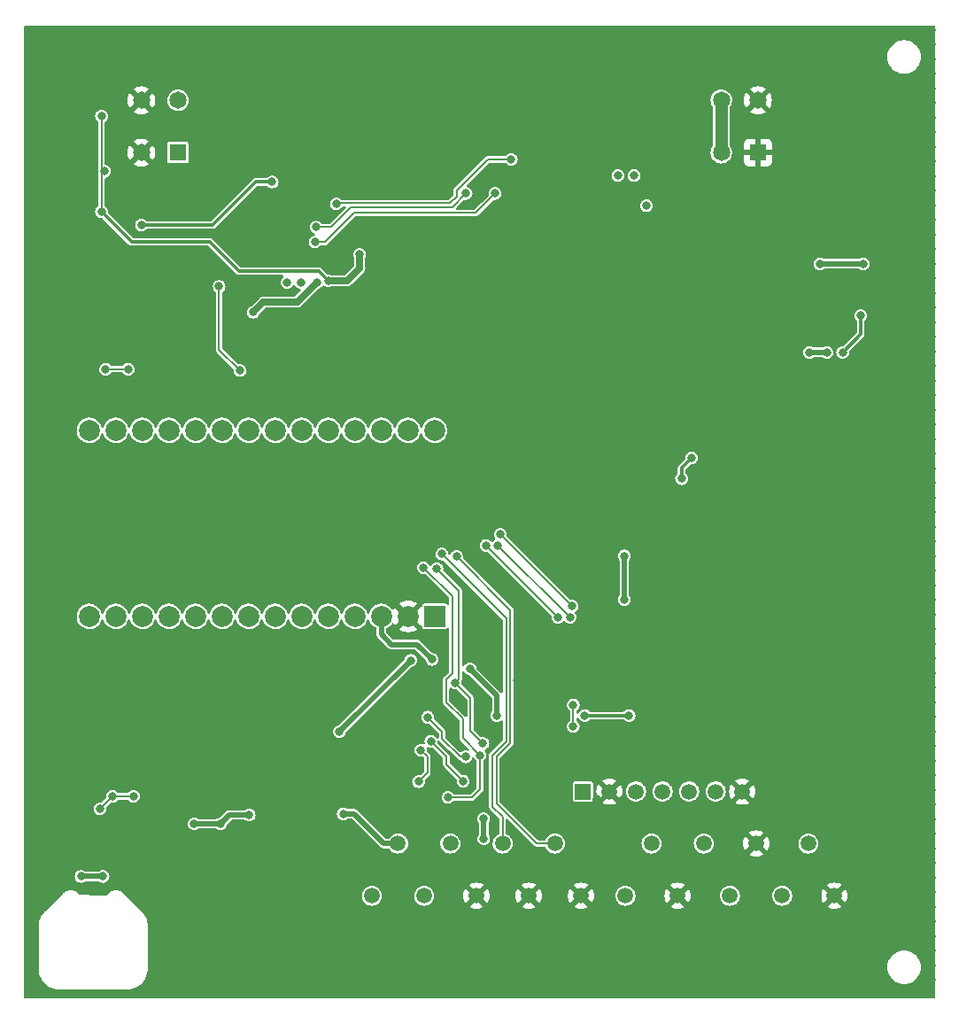
<source format=gbr>
%TF.GenerationSoftware,KiCad,Pcbnew,(6.0.11)*%
%TF.CreationDate,2023-08-29T15:11:37+02:00*%
%TF.ProjectId,walter-feels,77616c74-6572-42d6-9665-656c732e6b69,2.0*%
%TF.SameCoordinates,Original*%
%TF.FileFunction,Copper,L4,Bot*%
%TF.FilePolarity,Positive*%
%FSLAX46Y46*%
G04 Gerber Fmt 4.6, Leading zero omitted, Abs format (unit mm)*
G04 Created by KiCad (PCBNEW (6.0.11)) date 2023-08-29 15:11:37*
%MOMM*%
%LPD*%
G01*
G04 APERTURE LIST*
%TA.AperFunction,ComponentPad*%
%ADD10R,1.500000X1.500000*%
%TD*%
%TA.AperFunction,ComponentPad*%
%ADD11C,1.500000*%
%TD*%
%TA.AperFunction,ComponentPad*%
%ADD12C,1.650000*%
%TD*%
%TA.AperFunction,ComponentPad*%
%ADD13R,1.650000X1.650000*%
%TD*%
%TA.AperFunction,ComponentPad*%
%ADD14C,2.000000*%
%TD*%
%TA.AperFunction,ComponentPad*%
%ADD15R,2.000000X2.000000*%
%TD*%
%TA.AperFunction,ViaPad*%
%ADD16C,0.800000*%
%TD*%
%TA.AperFunction,Conductor*%
%ADD17C,0.203200*%
%TD*%
%TA.AperFunction,Conductor*%
%ADD18C,0.508000*%
%TD*%
%TA.AperFunction,Conductor*%
%ADD19C,0.304800*%
%TD*%
%TA.AperFunction,Conductor*%
%ADD20C,0.635000*%
%TD*%
%TA.AperFunction,Conductor*%
%ADD21C,1.200000*%
%TD*%
G04 APERTURE END LIST*
D10*
%TO.P,U10,1,VDD*%
%TO.N,Net-(C52-Pad1)*%
X146282200Y-133213800D03*
D11*
%TO.P,U10,2,GND*%
%TO.N,GND*%
X148822200Y-133213800D03*
%TO.P,U10,3,TX/_SCL*%
%TO.N,CO2_SCL*%
X151362200Y-133213800D03*
%TO.P,U10,4,RX/_SDA*%
%TO.N,CO2_SDA*%
X153902200Y-133213800D03*
%TO.P,U10,5,RDY*%
%TO.N,unconnected-(U10-Pad5)*%
X156442200Y-133213800D03*
%TO.P,U10,6,PWM*%
%TO.N,unconnected-(U10-Pad6)*%
X158982200Y-133213800D03*
%TO.P,U10,7,SEL*%
%TO.N,GND*%
X161522200Y-133213800D03*
%TD*%
D12*
%TO.P,J3,1,1*%
%TO.N,GND*%
X163014600Y-67146800D03*
D13*
X163014600Y-72146800D03*
D12*
%TO.P,J3,2,2*%
%TO.N,VBAT*%
X159514600Y-67146800D03*
X159514600Y-72146800D03*
%TD*%
D11*
%TO.P,J5,1,1*%
%TO.N,+3.3V*%
X126106600Y-143179800D03*
%TO.P,J5,2,2*%
%TO.N,+5V*%
X128606600Y-138179800D03*
%TO.P,J5,3,3*%
%TO.N,1W_DAT*%
X131106600Y-143179800D03*
%TO.P,J5,4,4*%
%TO.N,1W_GND*%
X133606600Y-138179800D03*
%TO.P,J5,5,5*%
%TO.N,GND*%
X136106600Y-143179800D03*
%TO.P,J5,6,6*%
%TO.N,GPIOA*%
X138606600Y-138179800D03*
%TO.P,J5,7,7*%
%TO.N,GND*%
X141106600Y-143179800D03*
%TO.P,J5,8,8*%
%TO.N,GPIOB*%
X143606600Y-138179800D03*
%TO.P,J5,9,9*%
%TO.N,GND*%
X146106600Y-143179800D03*
%TD*%
%TO.P,J4,1,1*%
%TO.N,RS232_RX*%
X150342600Y-143179800D03*
%TO.P,J4,2,2*%
%TO.N,RS232_TX*%
X152842600Y-138179800D03*
%TO.P,J4,3,3*%
%TO.N,GND*%
X155342600Y-143179800D03*
%TO.P,J4,4,4*%
%TO.N,RS485_A*%
X157842600Y-138179800D03*
%TO.P,J4,5,5*%
%TO.N,RS485_B*%
X160342600Y-143179800D03*
%TO.P,J4,6,6*%
%TO.N,GND*%
X162842600Y-138179800D03*
%TO.P,J4,7,7*%
%TO.N,SDI12_IO*%
X165342600Y-143179800D03*
%TO.P,J4,8,8*%
%TO.N,12V*%
X167842600Y-138179800D03*
%TO.P,J4,9,9*%
%TO.N,GND*%
X170342600Y-143179800D03*
%TD*%
D13*
%TO.P,J2,1,1*%
%TO.N,VSOLAR*%
X107566400Y-72146800D03*
D12*
X107566400Y-67146800D03*
%TO.P,J2,2,2*%
%TO.N,GND*%
X104066400Y-72146800D03*
X104066400Y-67146800D03*
%TD*%
D14*
%TO.P,U1,1,~{RESET}*%
%TO.N,unconnected-(U1-Pad1)*%
X132105600Y-98679000D03*
%TO.P,U1,2,RX0/IO44*%
%TO.N,unconnected-(U1-Pad2)*%
X129565600Y-98679000D03*
%TO.P,U1,3,TX0/IO43*%
%TO.N,unconnected-(U1-Pad3)*%
X127025600Y-98679000D03*
%TO.P,U1,4,IO0/~{3V3-EN}*%
%TO.N,12V_EN*%
X124485600Y-98679000D03*
%TO.P,U1,5,IO12*%
%TO.N,CO2_SDA*%
X121945600Y-98679000D03*
%TO.P,U1,6,IO11*%
%TO.N,CO2_SCL*%
X119405600Y-98679000D03*
%TO.P,U1,7,IO13*%
%TO.N,CO2_EN*%
X116865600Y-98679000D03*
%TO.P,U1,8,IO38*%
%TO.N,GPIOB*%
X114325600Y-98679000D03*
%TO.P,U1,9,IO39*%
%TO.N,GPIOA*%
X111785600Y-98679000D03*
%TO.P,U1,10,IO40*%
%TO.N,SER_TX*%
X109245600Y-98679000D03*
%TO.P,U1,11,IO41*%
%TO.N,SER_RX*%
X106705600Y-98679000D03*
%TO.P,U1,12,IO42*%
%TO.N,I2C_SDA*%
X104165600Y-98679000D03*
%TO.P,U1,13,IO2*%
%TO.N,I2C_SCL*%
X101625600Y-98679000D03*
%TO.P,U1,14,IO1*%
%TO.N,I2C_BUSPOW*%
X99085600Y-98679000D03*
%TO.P,U1,15,IO4*%
%TO.N,SD_DAT0*%
X99085600Y-116459000D03*
%TO.P,U1,16,IO5*%
%TO.N,SD_CLK*%
X101625600Y-116459000D03*
%TO.P,U1,17,IO6*%
%TO.N,SD_CMD*%
X104165600Y-116459000D03*
%TO.P,U1,18,IO7*%
%TO.N,1W_3V3_IO*%
X106705600Y-116459000D03*
%TO.P,U1,19,IO15*%
%TO.N,~{RS232_RX_EN}*%
X109245600Y-116459000D03*
%TO.P,U1,20,IO16*%
%TO.N,RS232_TX_EN*%
X111785600Y-116459000D03*
%TO.P,U1,21,IO17*%
%TO.N,RS485_TX_EN*%
X114325600Y-116459000D03*
%TO.P,U1,22,IO18*%
%TO.N,RS485_RX_EN*%
X116865600Y-116459000D03*
%TO.P,U1,23,IO8*%
%TO.N,SDI12_RX_EN*%
X119405600Y-116459000D03*
%TO.P,U1,24,IO9*%
%TO.N,SDI12_TX_EN*%
X121945600Y-116459000D03*
%TO.P,U1,25,IO10*%
%TO.N,unconnected-(U1-Pad25)*%
X124485600Y-116459000D03*
%TO.P,U1,26,3V3*%
%TO.N,+3.3V*%
X127025600Y-116459000D03*
%TO.P,U1,27,GND*%
%TO.N,GND*%
X129565600Y-116459000D03*
D15*
%TO.P,U1,28,VIN*%
%TO.N,+5V*%
X132105600Y-116459000D03*
%TD*%
D16*
%TO.N,GND*%
X125220000Y-144800000D03*
X116240000Y-143180000D03*
X121740000Y-141580000D03*
X118950000Y-138630000D03*
X116320000Y-136750000D03*
X110270000Y-147320000D03*
X146010000Y-129710000D03*
X144450000Y-128120000D03*
X147000000Y-127610000D03*
X147770000Y-129000000D03*
%TO.N,+5V*%
X169617200Y-91236800D03*
X129810000Y-120680000D03*
X156692600Y-101320600D03*
X123367800Y-135331200D03*
X123012200Y-127482600D03*
X167929600Y-91236800D03*
X155711400Y-103305202D03*
%TO.N,GND*%
X98430000Y-119340000D03*
X179578000Y-74396600D03*
X146329400Y-152577800D03*
X108000800Y-100558600D03*
X111100000Y-126470000D03*
X127939800Y-132359400D03*
X141478000Y-118745000D03*
X151037574Y-81483200D03*
X125580000Y-126460000D03*
X93243400Y-63550800D03*
X99466400Y-84582000D03*
X160731200Y-102820102D03*
X149123400Y-60420000D03*
X157759400Y-133985000D03*
X132359399Y-152577800D03*
X179578000Y-84175599D03*
X160020000Y-141401800D03*
X179578000Y-88366599D03*
X156972000Y-73152000D03*
X128803400Y-109347000D03*
X95351600Y-86156800D03*
X175945800Y-98552000D03*
X129050000Y-80970000D03*
X122732800Y-95910400D03*
X163093400Y-60420000D03*
X128583974Y-73304400D03*
X158826200Y-88239600D03*
X146989800Y-109042200D03*
X93243400Y-119430800D03*
X112369600Y-61925200D03*
X179578000Y-123291598D03*
X136559574Y-65963800D03*
X107391200Y-147066000D03*
X117678200Y-92964000D03*
X172847000Y-100431600D03*
X113580000Y-132630000D03*
X141000000Y-104260000D03*
X118414800Y-90373200D03*
X93243400Y-67741800D03*
X179578000Y-70205600D03*
X97485200Y-101904800D03*
X110007399Y-152577800D03*
X117816374Y-81686400D03*
X99491800Y-87706200D03*
X114147600Y-150799800D03*
X96037400Y-60420000D03*
X165887398Y-152577800D03*
X126221774Y-75971400D03*
X93243400Y-118033800D03*
X155473400Y-72009000D03*
X168681399Y-152577800D03*
X156108400Y-60420000D03*
X114223800Y-144373600D03*
X179578000Y-127482599D03*
X93243400Y-71932800D03*
X126542800Y-127609600D03*
X107920000Y-123090000D03*
X136474200Y-103784400D03*
X115730000Y-120530000D03*
X170916600Y-77571600D03*
X107060000Y-129590000D03*
X93243400Y-145973800D03*
X179578000Y-102336599D03*
X179578000Y-114909598D03*
X146583400Y-135864600D03*
X105410000Y-120560000D03*
X179578000Y-85572598D03*
X118846600Y-130352800D03*
X129743200Y-103936800D03*
X155473400Y-74295000D03*
X95123000Y-96367600D03*
X93243400Y-111048800D03*
X121945400Y-107111800D03*
X172796200Y-106908600D03*
X95554800Y-65024000D03*
X138861800Y-130556000D03*
X98831399Y-152577800D03*
X117790000Y-125300000D03*
X151037574Y-92659200D03*
X93243400Y-98475800D03*
X169367200Y-87630000D03*
X101117400Y-76682600D03*
X147650200Y-133934200D03*
X94869000Y-142316200D03*
X93243400Y-138988800D03*
X113207800Y-101015800D03*
X154051000Y-88239600D03*
X93243400Y-69138800D03*
X107150000Y-124960000D03*
X179578000Y-145643600D03*
X179578000Y-93954598D03*
X179578000Y-126085599D03*
X124358400Y-109347000D03*
X99517200Y-64643000D03*
X107213398Y-152577800D03*
X100640000Y-123430000D03*
X170662600Y-115112800D03*
X109321600Y-143027400D03*
X154101800Y-97892502D03*
X100310000Y-119420000D03*
X104851200Y-131419600D03*
X163753800Y-146227800D03*
X151231600Y-135864600D03*
X179578000Y-120497599D03*
X143535399Y-152577800D03*
X166674800Y-140538200D03*
X111328200Y-103047800D03*
X94640400Y-152577800D03*
X93243400Y-88696800D03*
X122809000Y-90424000D03*
X93243400Y-70535800D03*
X119634000Y-109321600D03*
X120396000Y-129997200D03*
X121183400Y-60420000D03*
X161213800Y-88239600D03*
X154051000Y-107112702D03*
X111794574Y-66624200D03*
X93243400Y-84505800D03*
X110058200Y-93167200D03*
X130260374Y-93802200D03*
X172872400Y-60420000D03*
X93243400Y-108254800D03*
X148564600Y-65786000D03*
X101625400Y-60420000D03*
X164363400Y-83870800D03*
X179578000Y-107924600D03*
X94615000Y-132715000D03*
X140741399Y-152577800D03*
X110388400Y-100787200D03*
X135153400Y-60420000D03*
X156108399Y-152577800D03*
X155600400Y-97663000D03*
X167259000Y-68503800D03*
X157464800Y-78867000D03*
X145627374Y-93802200D03*
X179578000Y-103733599D03*
X159308800Y-118795800D03*
X111040000Y-120450000D03*
X112988374Y-65100200D03*
X108610400Y-60420000D03*
X114580000Y-125250000D03*
X140182600Y-139674600D03*
X94691200Y-137337800D03*
X98199400Y-142414800D03*
X113090000Y-126400000D03*
X142833374Y-93802200D03*
X100228399Y-152577800D03*
X166344600Y-65100200D03*
X153314401Y-60420000D03*
X169341800Y-146456400D03*
X102880000Y-117860000D03*
X151028400Y-94056200D03*
X126771399Y-152577800D03*
X135440000Y-109620000D03*
X129565398Y-152577800D03*
X130962399Y-152577800D03*
X143789400Y-64846200D03*
X165557200Y-123825000D03*
X93243400Y-122224800D03*
X178460399Y-152577800D03*
X103022400Y-60420000D03*
X118389399Y-60420000D03*
X159588200Y-137007600D03*
X172110400Y-81508600D03*
X144484374Y-74269600D03*
X116960000Y-121930000D03*
X163245800Y-79933800D03*
X114198399Y-152577800D03*
X150799800Y-106909502D03*
X108889800Y-138607800D03*
X153060400Y-140589000D03*
X131657374Y-93802200D03*
X140411200Y-146227800D03*
X104190800Y-102184200D03*
X141050000Y-114840000D03*
X95808800Y-99161600D03*
X111794574Y-73710800D03*
X114430000Y-128060000D03*
X140055600Y-63728600D03*
X151257000Y-101042102D03*
X143179800Y-134594600D03*
X107391200Y-106349800D03*
X153060400Y-108128702D03*
X179578000Y-98145599D03*
X165684200Y-79933800D03*
X109448600Y-140284200D03*
X179578000Y-78587600D03*
X125374399Y-152577800D03*
X176149000Y-119659400D03*
X113570000Y-134040000D03*
X93243400Y-137591800D03*
X105240000Y-117850000D03*
X109067600Y-145567400D03*
X165887400Y-60420000D03*
X100228400Y-60420000D03*
X114790000Y-122430000D03*
X116103400Y-101346000D03*
X108820000Y-128910000D03*
X99974400Y-136068200D03*
X165506400Y-115163600D03*
X112030000Y-134590000D03*
X165684200Y-77571600D03*
X175666399Y-152577800D03*
X124764800Y-103759000D03*
X135760000Y-123460000D03*
X177952400Y-101269800D03*
X93243400Y-78917800D03*
X93243400Y-102666800D03*
X172112200Y-76022200D03*
X135153400Y-139420600D03*
X172796200Y-140208000D03*
X93243400Y-91490800D03*
X179578000Y-135864599D03*
X176225200Y-135661400D03*
X156133800Y-137998200D03*
X163093399Y-152577800D03*
X112801400Y-60420000D03*
X174980600Y-102362000D03*
X122580399Y-152577800D03*
X93243400Y-99872800D03*
X127110774Y-68351400D03*
X179578000Y-72999598D03*
X130960000Y-121530000D03*
X128168398Y-152577800D03*
X104292400Y-96291400D03*
X171475398Y-152577800D03*
X103022399Y-152577800D03*
X115733574Y-80695800D03*
X99796600Y-113182400D03*
X93243400Y-80314800D03*
X93243400Y-126415800D03*
X121090000Y-118410000D03*
X107670000Y-127850000D03*
X136559574Y-68351400D03*
X157505398Y-152577800D03*
X117017800Y-148285200D03*
X135590000Y-120400000D03*
X179578000Y-63220600D03*
X129250000Y-79900000D03*
X95199200Y-112953800D03*
X94843600Y-121259600D03*
X166801800Y-86080600D03*
X179578000Y-117703599D03*
X131240000Y-123450000D03*
X171170600Y-81508600D03*
X93243400Y-62153800D03*
X128168400Y-60420000D03*
X112160000Y-127460000D03*
X116772974Y-79705200D03*
X117814374Y-78714600D03*
X121589800Y-144500600D03*
X110550000Y-118450000D03*
X163601400Y-93878400D03*
X179578000Y-134467599D03*
X126746000Y-102285800D03*
X140462000Y-125044200D03*
X124265974Y-75971400D03*
X141283974Y-65963800D03*
X102133400Y-75488800D03*
X120675400Y-66675000D03*
X133308374Y-73304400D03*
X125450600Y-134899400D03*
X129310000Y-78880000D03*
X175590200Y-78816200D03*
X97434400Y-133426200D03*
X105816401Y-60420000D03*
X179578000Y-149834600D03*
X159649200Y-78867000D03*
X121615200Y-93167200D03*
X130225800Y-128117600D03*
X119938800Y-64033400D03*
X151917400Y-104191702D03*
X151917399Y-152577800D03*
X106450000Y-121700000D03*
X116535200Y-141351000D03*
X132765800Y-140639800D03*
X101625397Y-152577800D03*
X177190400Y-133223000D03*
X156794200Y-77444600D03*
X151037574Y-91262200D03*
X110690000Y-128480000D03*
X146329399Y-60420000D03*
X93243400Y-136194800D03*
X93243400Y-66344800D03*
X105310000Y-119110000D03*
X114147600Y-140411200D03*
X102430000Y-122580000D03*
X99999800Y-106680000D03*
X122656600Y-66014600D03*
X154711400Y-101793202D03*
X93243400Y-87299800D03*
X99466400Y-90144600D03*
X117043200Y-144983200D03*
X134086600Y-124206000D03*
X174269399Y-60420000D03*
X164312600Y-85267800D03*
X101676200Y-129311400D03*
X176301400Y-109956600D03*
X114147600Y-142265400D03*
X114182174Y-73710800D03*
X111770000Y-129420000D03*
X139344397Y-152577800D03*
X93243400Y-113842800D03*
X93243400Y-74726800D03*
X170357800Y-136906000D03*
X93243400Y-77520800D03*
X177063397Y-152577800D03*
X160299399Y-152577800D03*
X174269399Y-152577800D03*
X160756600Y-110287702D03*
X161340800Y-97612200D03*
X170230800Y-81508600D03*
X155092400Y-87172800D03*
X167284398Y-152577800D03*
X116770974Y-78714600D03*
X110120000Y-125550000D03*
X93243400Y-64947800D03*
X108661200Y-150799800D03*
X120599200Y-126720600D03*
X108400000Y-130990000D03*
X98425000Y-92456000D03*
X126796800Y-146456400D03*
X168249600Y-88872800D03*
X147878800Y-116890800D03*
X106930000Y-120560000D03*
X124723174Y-90652600D03*
X166217600Y-75361800D03*
X134451374Y-93802200D03*
X118800000Y-120950000D03*
X169367200Y-88872800D03*
X158013400Y-141478000D03*
X170078399Y-152577800D03*
X152704800Y-87172800D03*
X151037574Y-82880200D03*
X117814374Y-77724000D03*
X93243400Y-115239800D03*
X138240000Y-127500000D03*
X163652200Y-74244200D03*
X147726399Y-152577800D03*
X142780000Y-117460000D03*
X105910000Y-135270000D03*
X144932398Y-152577800D03*
X115595400Y-60420000D03*
X154711399Y-152577800D03*
X93243400Y-120827800D03*
X151485600Y-62052200D03*
X135153400Y-152577800D03*
X154482800Y-122961400D03*
X128676400Y-130048000D03*
X151917400Y-68046600D03*
X115519200Y-108229400D03*
X169824400Y-95275400D03*
X176784000Y-106197400D03*
X170535600Y-88872800D03*
X157607000Y-139725400D03*
X170967400Y-124485400D03*
X161137600Y-65354200D03*
X118364000Y-73660000D03*
X93243400Y-90093800D03*
X166928800Y-110286800D03*
X131267200Y-96850200D03*
X139820000Y-132680000D03*
X130946174Y-75971400D03*
X108880000Y-133760000D03*
X116770974Y-77724000D03*
X177647600Y-73507600D03*
X179578000Y-148437598D03*
X149555200Y-104191702D03*
X179578000Y-124688598D03*
X152984200Y-118821200D03*
X119786401Y-60420000D03*
X93243400Y-104063800D03*
X98496000Y-135453000D03*
X125713774Y-93395800D03*
X141046200Y-120573800D03*
X164998400Y-111429800D03*
X109397800Y-68478400D03*
X179578000Y-119100598D03*
X179578000Y-133070598D03*
X164998400Y-109143800D03*
X144230374Y-93802200D03*
X93243400Y-83108800D03*
X124723174Y-86461600D03*
X179578000Y-131673598D03*
X132359399Y-60420000D03*
X170357800Y-68326000D03*
X124659751Y-78764900D03*
X179578000Y-66014599D03*
X107213400Y-60420000D03*
X137740000Y-118270000D03*
X126680000Y-81360000D03*
X93243400Y-132003800D03*
X149428200Y-128803400D03*
X142722600Y-61696600D03*
X177469800Y-142976600D03*
X125831600Y-64287400D03*
X170078400Y-60420000D03*
X173380400Y-79933800D03*
X151037574Y-80086200D03*
X153314398Y-152577800D03*
X149555200Y-108331000D03*
X123630000Y-124460000D03*
X95961200Y-88595200D03*
X158394400Y-97663000D03*
X155905200Y-110160702D03*
X118140000Y-118400000D03*
X113570000Y-130850000D03*
X164490399Y-152577800D03*
X118059200Y-96139000D03*
X138921774Y-65963800D03*
X154889200Y-65532000D03*
X170535600Y-87630000D03*
X159791400Y-139471400D03*
X121940000Y-120490000D03*
X140004800Y-122555000D03*
X115731574Y-78714600D03*
X158724600Y-109093902D03*
X93243400Y-123621800D03*
X133858000Y-127834698D03*
X172796200Y-103581200D03*
X124723174Y-85064600D03*
X133054374Y-93802200D03*
X141283974Y-68351400D03*
X113230000Y-120550000D03*
X93243400Y-109651800D03*
X151037574Y-84277200D03*
X117856000Y-103759000D03*
X144754600Y-135610600D03*
X179578000Y-147040599D03*
X165963600Y-128549400D03*
X110510000Y-134910000D03*
X98831400Y-60420000D03*
X157505400Y-60420000D03*
X148031200Y-105385502D03*
X168122600Y-95275400D03*
X155498800Y-129108200D03*
X120142000Y-105689400D03*
X152222200Y-101042102D03*
X134197374Y-68351400D03*
X123266200Y-61772800D03*
X152628600Y-133985000D03*
X114182174Y-68986400D03*
X179578000Y-109321599D03*
X107416600Y-140817600D03*
X133756400Y-102819200D03*
X93243400Y-85902800D03*
X110510000Y-132490000D03*
X128863374Y-93802200D03*
X106197400Y-149352000D03*
X156438600Y-88239600D03*
X179578000Y-142849597D03*
X171475400Y-60420000D03*
X179578000Y-92557599D03*
X161569400Y-79044800D03*
X117816374Y-79705200D03*
X138252200Y-61620400D03*
X100330000Y-96139000D03*
X174574200Y-74599800D03*
X151037574Y-89865200D03*
X103430000Y-135330000D03*
X179578000Y-100939600D03*
X116916200Y-150749000D03*
X170027600Y-133477000D03*
X111226600Y-150672800D03*
X118186200Y-72466200D03*
X138921774Y-68351400D03*
X93243400Y-144576800D03*
X126771400Y-60420000D03*
X148793200Y-135864600D03*
X158724600Y-143383000D03*
X93243400Y-147370800D03*
X179578000Y-141452599D03*
X125800000Y-118410000D03*
X129641600Y-140157200D03*
X177063400Y-60420000D03*
X109560000Y-127320000D03*
X179578000Y-128879599D03*
X104419399Y-60420000D03*
X133756398Y-152577800D03*
X135356600Y-64033400D03*
X150520400Y-60420000D03*
X158902400Y-60420000D03*
X151037574Y-88468200D03*
X112801400Y-152577800D03*
X135483600Y-96875600D03*
X170027600Y-71221600D03*
X114198400Y-60420000D03*
X151028400Y-95453200D03*
X130450000Y-130430000D03*
X159867600Y-89306400D03*
X159791400Y-97663000D03*
X146846574Y-74269600D03*
X158724600Y-111506902D03*
X179578000Y-130276599D03*
X124748574Y-68351400D03*
X144780000Y-98679000D03*
X125940000Y-78660000D03*
X144932400Y-60420000D03*
X139192000Y-106426000D03*
X179578000Y-79984599D03*
X167284401Y-60420000D03*
X95224600Y-83489800D03*
X171043600Y-110032800D03*
X102793800Y-139852400D03*
X164488600Y-76047600D03*
X115733574Y-79705200D03*
X118338600Y-100279200D03*
X153212800Y-115138200D03*
X169621200Y-85140800D03*
X140081000Y-97028000D03*
X164160200Y-91643200D03*
X102950000Y-127250000D03*
X123164600Y-112191800D03*
X96037398Y-152577800D03*
X127110774Y-65963800D03*
X108610400Y-152577800D03*
X153619200Y-135864600D03*
X116408200Y-62128400D03*
X179578000Y-116306600D03*
X148421374Y-93802200D03*
X103530400Y-69570600D03*
X171373800Y-73634600D03*
X157581600Y-65608200D03*
X164490400Y-81432400D03*
X95631000Y-91389200D03*
X163068000Y-110286800D03*
X135700000Y-115120000D03*
X110007400Y-60420000D03*
X178460400Y-60420000D03*
X179578000Y-89763599D03*
X149885400Y-130378200D03*
X112060000Y-130820000D03*
X162458400Y-97028000D03*
X134197374Y-65963800D03*
X93243400Y-141782800D03*
X142138400Y-152577800D03*
X179578000Y-138658600D03*
X179578000Y-110718598D03*
X159385000Y-77012800D03*
X165989000Y-73329800D03*
X135460000Y-118250000D03*
X136550400Y-60420000D03*
X172872400Y-62026800D03*
X93243400Y-134797800D03*
X140039374Y-93802200D03*
X124723174Y-92049600D03*
X116789200Y-113766600D03*
X177317400Y-80899000D03*
X177368200Y-68707000D03*
X162128200Y-142722600D03*
X156997400Y-97663000D03*
X139903200Y-100914200D03*
X133756401Y-60420000D03*
X149996174Y-93700600D03*
X113180000Y-128520000D03*
X114182174Y-71348600D03*
X152806400Y-126390400D03*
X121920000Y-130454400D03*
X127050000Y-125100000D03*
X152120600Y-145796000D03*
X108356400Y-102260400D03*
X143535400Y-60420000D03*
X167055800Y-61950600D03*
X144780000Y-132461000D03*
X150063200Y-133985000D03*
X99370000Y-121960000D03*
X143230600Y-119075200D03*
X115112800Y-146253200D03*
X93243400Y-125018800D03*
X104470200Y-91795600D03*
X116772974Y-81686400D03*
X106810000Y-133390000D03*
X123410000Y-82890000D03*
X94640400Y-60420000D03*
X116992399Y-152577800D03*
X141436374Y-93802200D03*
X160299399Y-60420000D03*
X164490400Y-60420000D03*
X130098800Y-113639600D03*
X168681400Y-60420000D03*
X135180000Y-100080000D03*
X152298400Y-65481200D03*
X137947400Y-60420000D03*
X158927800Y-135458200D03*
X123520200Y-101320600D03*
X102370000Y-124860000D03*
X97434401Y-60420000D03*
X115731574Y-77724000D03*
X127457200Y-96875600D03*
X179578000Y-64617599D03*
X144881600Y-106070400D03*
X93243400Y-150164800D03*
X145389600Y-139776200D03*
X116992400Y-60420000D03*
X162534600Y-75742800D03*
X123977400Y-60420000D03*
X164820600Y-97028000D03*
X179578000Y-91160599D03*
X176936400Y-138811000D03*
X93243400Y-60756800D03*
X93243400Y-151561800D03*
X93243400Y-106857800D03*
X142138400Y-60420000D03*
X108430000Y-126190000D03*
X114182174Y-66624200D03*
X117805200Y-66065400D03*
X149199600Y-68046600D03*
X142062200Y-135534400D03*
X124723174Y-89255600D03*
X177596800Y-84328000D03*
X112080000Y-133090000D03*
X104200000Y-121870000D03*
X115650000Y-118420000D03*
X160731200Y-101168200D03*
X179578000Y-86969598D03*
X111404398Y-152577800D03*
X176098200Y-115189000D03*
X124053600Y-139547600D03*
X127270000Y-78660000D03*
X104940000Y-125180000D03*
X93243400Y-95681800D03*
X179578000Y-68808599D03*
X97434400Y-152577800D03*
X155194000Y-134035800D03*
X159359600Y-127406400D03*
X151333200Y-97002600D03*
X142544800Y-108762800D03*
X161696401Y-60420000D03*
X154711400Y-60420000D03*
X113240000Y-118470000D03*
X154152600Y-109551102D03*
X127466374Y-93802200D03*
X136750000Y-111940000D03*
X129472974Y-65963800D03*
X116772974Y-80695800D03*
X146151600Y-146558000D03*
X111794574Y-71348600D03*
X93243400Y-127812800D03*
X102860000Y-119330000D03*
X115733574Y-81686400D03*
X151917400Y-60420000D03*
X131835174Y-65963800D03*
X147066000Y-98679000D03*
X145923000Y-103886000D03*
X174218600Y-65913000D03*
X117816374Y-80695800D03*
X96799400Y-124739400D03*
X121894600Y-149047200D03*
X134924800Y-146888200D03*
X179578000Y-61823598D03*
X129472974Y-68351400D03*
X157480000Y-87172800D03*
X158902398Y-152577800D03*
X108870000Y-135100000D03*
X137947399Y-152577800D03*
X147024374Y-93802200D03*
X179578000Y-99542598D03*
X150266400Y-101042102D03*
X171627800Y-98018600D03*
X179578000Y-96748599D03*
X131835174Y-68351400D03*
X132842000Y-61671200D03*
X108100000Y-121570000D03*
X179578000Y-144246599D03*
X93243400Y-76123800D03*
X179578000Y-75793599D03*
X153111200Y-72009000D03*
X100400000Y-117860000D03*
X95199200Y-127254000D03*
X159867600Y-87172800D03*
X98496000Y-140048400D03*
X123977399Y-152577800D03*
X172872400Y-152577800D03*
X152069800Y-110845600D03*
X153106200Y-78867000D03*
X148031200Y-119380000D03*
X100177600Y-62382400D03*
X154457400Y-100152200D03*
X93243400Y-94284800D03*
X179578000Y-81381598D03*
X106019600Y-64897000D03*
X142833374Y-67157600D03*
X165557200Y-119481600D03*
X155854400Y-99187000D03*
X159156400Y-114985800D03*
X110530000Y-133720000D03*
X129565400Y-60420000D03*
X148539200Y-139496800D03*
X176834800Y-129413000D03*
X163220400Y-77571600D03*
X177850800Y-77368400D03*
X97917000Y-129260600D03*
X144780000Y-101955600D03*
X107910000Y-118440000D03*
X155092400Y-89306400D03*
X142560000Y-128560000D03*
X148640800Y-121996200D03*
X128380000Y-78650000D03*
X125374401Y-60420000D03*
X150037800Y-124206000D03*
X147294600Y-62230000D03*
X143687800Y-121564400D03*
X93243400Y-97078800D03*
X124723174Y-87858600D03*
X93243400Y-143179800D03*
X126221774Y-73304400D03*
X107619800Y-144068800D03*
X124231400Y-127711200D03*
X179578000Y-112115600D03*
X151037574Y-87071200D03*
X93243400Y-116636800D03*
X123470000Y-118430000D03*
X95199200Y-108762800D03*
X171094400Y-129209800D03*
X151037574Y-85674200D03*
X178409600Y-95681800D03*
X110642400Y-96240600D03*
X170916600Y-79933800D03*
X130946174Y-73304400D03*
X179578000Y-121894599D03*
X121183398Y-152577800D03*
X174371000Y-70281800D03*
X138642374Y-93802200D03*
X156260800Y-135890000D03*
X100970000Y-121180000D03*
X93243400Y-92887800D03*
X93243400Y-148767800D03*
X93243400Y-112445800D03*
X132930000Y-135000000D03*
X179578000Y-151231599D03*
X148370574Y-73075800D03*
X111670000Y-125050000D03*
X159512000Y-122986800D03*
X111404401Y-60420000D03*
X153695400Y-103353502D03*
X174574200Y-81864200D03*
X129159000Y-133731000D03*
X163652200Y-82727800D03*
X152704800Y-89306400D03*
X161696399Y-152577800D03*
X105800000Y-128410000D03*
X132710000Y-107660000D03*
X93243400Y-81711800D03*
X169265600Y-97840800D03*
X120929400Y-100888800D03*
X179578000Y-60420000D03*
X139344401Y-60420000D03*
X93243400Y-130606800D03*
X157886400Y-146507200D03*
X149123398Y-152577800D03*
X128583974Y-75971400D03*
X95326200Y-104495600D03*
X155280400Y-78867000D03*
X106020000Y-123780000D03*
X168249600Y-87630000D03*
X142113000Y-121107200D03*
X179578000Y-67411597D03*
X179578000Y-106527599D03*
X126374174Y-80365600D03*
X140400000Y-128000000D03*
X130962400Y-60420000D03*
X124748574Y-65963800D03*
X105537000Y-137668000D03*
X103410000Y-125920000D03*
X93243400Y-105460800D03*
X179578000Y-140055599D03*
X154686000Y-68046600D03*
X93243400Y-73329800D03*
X157480000Y-89306400D03*
X179578000Y-82778599D03*
X122580400Y-60420000D03*
X115595398Y-152577800D03*
X139760000Y-115090000D03*
X104571800Y-109626400D03*
X155168600Y-62204600D03*
X135848374Y-93802200D03*
X170357800Y-64998600D03*
X104610000Y-127090000D03*
X145923000Y-96774000D03*
X100025200Y-131572000D03*
X170942000Y-119684800D03*
X134823200Y-135255000D03*
X133308374Y-75971400D03*
X179578000Y-95351598D03*
X93243400Y-129209800D03*
X136550399Y-152577800D03*
X111794574Y-68986400D03*
X93243400Y-140385800D03*
X140741400Y-60420000D03*
X153416000Y-74295000D03*
X113512600Y-105613200D03*
X179578000Y-77190598D03*
X175818800Y-95910400D03*
X93243400Y-101269800D03*
X160731200Y-99136200D03*
X119532400Y-72466200D03*
X179578000Y-105130597D03*
X150520400Y-152577800D03*
X173456600Y-146354800D03*
X176377600Y-124714000D03*
X108870000Y-132580000D03*
X109180000Y-124570000D03*
X111429800Y-110109000D03*
X93243400Y-133400800D03*
X125240000Y-119350000D03*
X106340000Y-126530000D03*
X130556000Y-64389000D03*
X103070000Y-120660000D03*
X179578000Y-113512599D03*
X137245374Y-93802200D03*
X179578000Y-71602599D03*
X179578000Y-137261598D03*
X147726401Y-60420000D03*
X110150000Y-130350000D03*
X175666401Y-60420000D03*
X128397000Y-61595000D03*
X160832800Y-74701400D03*
X108026200Y-113436400D03*
X173380400Y-77571600D03*
%TO.N,VSOLAR*%
X116569774Y-74955400D03*
X104072974Y-79069600D03*
%TO.N,Net-(C14-Pad1)*%
X114766374Y-87401400D03*
X120845000Y-84550000D03*
X149627574Y-74320400D03*
%TO.N,Net-(C15-Pad2)*%
X151177574Y-74320400D03*
X119295000Y-84550000D03*
%TO.N,VCC*%
X100258574Y-68648900D03*
X100563374Y-73932100D03*
X100258574Y-77792900D03*
X121920000Y-84390000D03*
X124949974Y-81889600D03*
%TO.N,/Power/VIN*%
X173088600Y-82778600D03*
X168935400Y-82778600D03*
%TO.N,VBAT*%
X152358374Y-77216000D03*
X118012274Y-84531200D03*
%TO.N,+3.3V*%
X131850000Y-120590000D03*
X111649200Y-136289500D03*
X136804400Y-135813800D03*
X100406200Y-141325600D03*
X114382000Y-135449500D03*
X98298000Y-141325600D03*
X136804400Y-137718800D03*
X109125300Y-136289500D03*
X135480000Y-121480000D03*
X138045300Y-125934700D03*
%TO.N,Net-(C60-Pad2)*%
X172847000Y-87731600D03*
X171117200Y-91236800D03*
%TO.N,12V*%
X150241000Y-110693200D03*
X150241000Y-114858800D03*
%TO.N,I2C_SDA*%
X103301800Y-133680200D03*
X100101400Y-134874000D03*
X101295200Y-133680200D03*
%TO.N,Net-(IC1-Pad11)*%
X111502974Y-84937600D03*
X113487200Y-92964000D03*
%TO.N,SDI12_IO*%
X146456400Y-125943398D03*
X150698200Y-125943398D03*
%TO.N,CO2_SCL*%
X138166800Y-109686800D03*
X145040000Y-116560000D03*
%TO.N,CO2_SDA*%
X145243200Y-115493200D03*
X138370000Y-108620000D03*
%TO.N,SER_RX*%
X136442600Y-129737000D03*
X131040000Y-111810000D03*
X133375400Y-133770800D03*
%TO.N,SER_TX*%
X136728200Y-128625600D03*
X134061200Y-122809000D03*
X132320000Y-111900000D03*
%TO.N,RS232_TX_EN*%
X130790000Y-129270000D03*
X130570000Y-132270000D03*
%TO.N,RS485_TX_EN*%
X131749800Y-128397000D03*
X134823200Y-132207000D03*
%TO.N,RS485_RX_EN*%
X131445000Y-126111000D03*
X135077200Y-129895600D03*
%TO.N,CO2_EN*%
X145364200Y-124917200D03*
X145364200Y-127000000D03*
X143897000Y-116560000D03*
X137023800Y-109686800D03*
%TO.N,I2C_BUSPOW*%
X102793800Y-92837000D03*
X100660200Y-92837000D03*
%TO.N,GPIOA*%
X132810000Y-110510000D03*
%TO.N,GPIOB*%
X134200000Y-110740000D03*
%TO.N,/Solar battery charger/TG*%
X137896600Y-76047600D03*
X120666833Y-80682200D03*
%TO.N,/Solar battery charger/BG*%
X120786174Y-79273400D03*
X135118774Y-76047600D03*
%TO.N,/Solar battery charger/OUTFET*%
X139429774Y-72796400D03*
X122700000Y-77050000D03*
%TD*%
D17*
%TO.N,CO2_EN*%
X145364200Y-124917200D02*
X145364200Y-127000000D01*
D18*
%TO.N,+5V*%
X127232400Y-138179800D02*
X124383800Y-135331200D01*
D19*
X155711400Y-102301800D02*
X156692600Y-101320600D01*
D18*
X167929600Y-91236800D02*
X169617200Y-91236800D01*
X129804800Y-120690000D02*
X123012200Y-127482600D01*
X124383800Y-135331200D02*
X123367800Y-135331200D01*
D19*
X155711400Y-103305202D02*
X155711400Y-102301800D01*
D18*
X128606600Y-138179800D02*
X127232400Y-138179800D01*
D19*
%TO.N,VSOLAR*%
X110880774Y-79069600D02*
X104072974Y-79069600D01*
X116569774Y-74955400D02*
X114994974Y-74955400D01*
X114994974Y-74955400D02*
X110880774Y-79069600D01*
D20*
%TO.N,Net-(C14-Pad1)*%
X118958800Y-86436200D02*
X115731574Y-86436200D01*
X115731574Y-86436200D02*
X114766374Y-87401400D01*
X120845000Y-84550000D02*
X118958800Y-86436200D01*
D19*
%TO.N,VCC*%
X103136074Y-80670400D02*
X100258574Y-77792900D01*
X110591600Y-80670400D02*
X103136074Y-80670400D01*
D20*
X124949974Y-83172242D02*
X124949974Y-81889600D01*
D19*
X113411000Y-83489800D02*
X121019800Y-83489800D01*
D17*
X100258574Y-77792900D02*
X100258574Y-74236900D01*
D20*
X121920000Y-84390000D02*
X123732216Y-84390000D01*
D19*
X121019800Y-83489800D02*
X121920000Y-84390000D01*
D20*
X123732216Y-84390000D02*
X124949974Y-83172242D01*
D17*
X100258574Y-74236900D02*
X100563374Y-73932100D01*
X100258574Y-73627300D02*
X100563374Y-73932100D01*
D19*
X113411000Y-83489800D02*
X110591600Y-80670400D01*
D17*
X100258574Y-68648900D02*
X100258574Y-73627300D01*
D18*
%TO.N,/Power/VIN*%
X173088600Y-82778600D02*
X168935400Y-82778600D01*
D21*
%TO.N,VBAT*%
X159514600Y-72146800D02*
X159514600Y-67146800D01*
D18*
%TO.N,+3.3V*%
X138045300Y-124045300D02*
X135480000Y-121480000D01*
X111649200Y-136289500D02*
X109125300Y-136289500D01*
X98298000Y-141325600D02*
X100406200Y-141325600D01*
X114382000Y-135449500D02*
X112489200Y-135449500D01*
X138045300Y-125934700D02*
X138045300Y-124045300D01*
X127980000Y-119160000D02*
X127025600Y-118205600D01*
X136804400Y-137718800D02*
X136804400Y-135813800D01*
X112489200Y-135449500D02*
X111649200Y-136289500D01*
X130420000Y-119160000D02*
X127980000Y-119160000D01*
X131850000Y-120590000D02*
X130420000Y-119160000D01*
X127025600Y-118205600D02*
X127025600Y-116459000D01*
D19*
%TO.N,Net-(C60-Pad2)*%
X172847000Y-89507000D02*
X171117200Y-91236800D01*
X172847000Y-87731600D02*
X172847000Y-89507000D01*
D18*
%TO.N,12V*%
X150241000Y-110693200D02*
X150241000Y-114858800D01*
D17*
%TO.N,I2C_SDA*%
X100101400Y-134874000D02*
X101295200Y-133680200D01*
X101295200Y-133680200D02*
X103301800Y-133680200D01*
%TO.N,Net-(IC1-Pad11)*%
X111502974Y-90979774D02*
X113487200Y-92964000D01*
X111502974Y-84937600D02*
X111502974Y-90979774D01*
D19*
%TO.N,SDI12_IO*%
X146456400Y-125943398D02*
X150698200Y-125943398D01*
D17*
%TO.N,CO2_SCL*%
X145040000Y-116560000D02*
X138166800Y-109686800D01*
%TO.N,CO2_SDA*%
X145243200Y-115493200D02*
X138370000Y-108620000D01*
%TO.N,SER_RX*%
X133197600Y-124663200D02*
X133197600Y-122512400D01*
X134797800Y-128092200D02*
X134797800Y-126263400D01*
X136442600Y-133026000D02*
X136442600Y-129737000D01*
X133375400Y-133770800D02*
X135697800Y-133770800D01*
X135697800Y-133770800D02*
X136442600Y-133026000D01*
X133780000Y-121930000D02*
X133780000Y-114550000D01*
X134797800Y-126263400D02*
X133197600Y-124663200D01*
X136442600Y-129737000D02*
X134797800Y-128092200D01*
X133197600Y-122512400D02*
X133780000Y-121930000D01*
X133780000Y-114550000D02*
X131040000Y-111810000D01*
%TO.N,SER_TX*%
X135534400Y-124282200D02*
X135534400Y-127431800D01*
X135534400Y-127431800D02*
X136728200Y-128625600D01*
X134410000Y-122460200D02*
X134410000Y-113990000D01*
X134061200Y-122809000D02*
X134410000Y-122460200D01*
X134061200Y-122809000D02*
X135534400Y-124282200D01*
X134410000Y-113990000D02*
X132320000Y-111900000D01*
%TO.N,RS232_TX_EN*%
X131420000Y-129900000D02*
X131420000Y-131420000D01*
X130790000Y-129270000D02*
X131420000Y-129900000D01*
X131420000Y-131420000D02*
X130570000Y-132270000D01*
%TO.N,RS485_TX_EN*%
X133223000Y-130606800D02*
X134823200Y-132207000D01*
X131749800Y-128397000D02*
X133223000Y-129870200D01*
X133223000Y-129870200D02*
X133223000Y-130606800D01*
%TO.N,RS485_RX_EN*%
X132816600Y-127482600D02*
X132816600Y-128168400D01*
X134543800Y-129895600D02*
X135077200Y-129895600D01*
X132816600Y-128168400D02*
X134543800Y-129895600D01*
X131445000Y-126111000D02*
X132816600Y-127482600D01*
%TO.N,CO2_EN*%
X143897000Y-116560000D02*
X137023800Y-109686800D01*
%TO.N,I2C_BUSPOW*%
X100660200Y-92837000D02*
X102793800Y-92837000D01*
%TO.N,GPIOA*%
X138606600Y-138179800D02*
X138606600Y-135660200D01*
X138940000Y-116640000D02*
X132810000Y-110510000D01*
X138606600Y-135660200D02*
X137600000Y-134653600D01*
X138940000Y-128400000D02*
X138940000Y-116640000D01*
X137600000Y-129740000D02*
X138940000Y-128400000D01*
X137600000Y-134653600D02*
X137600000Y-129740000D01*
%TO.N,GPIOB*%
X138030000Y-134321600D02*
X138030000Y-129890000D01*
X139350000Y-115890000D02*
X134200000Y-110740000D01*
X143606600Y-138179800D02*
X141888200Y-138179800D01*
X141888200Y-138179800D02*
X138030000Y-134321600D01*
X139350000Y-128570000D02*
X139350000Y-115890000D01*
X138030000Y-129890000D02*
X139350000Y-128570000D01*
%TO.N,/Solar battery charger/TG*%
X136034200Y-77910000D02*
X124400000Y-77910000D01*
X137896600Y-76047600D02*
X136034200Y-77910000D01*
X121627800Y-80682200D02*
X120666833Y-80682200D01*
X124400000Y-77910000D02*
X121627800Y-80682200D01*
%TO.N,/Solar battery charger/BG*%
X135118774Y-76047600D02*
X133782674Y-77383700D01*
X133782674Y-77383700D02*
X124116300Y-77383700D01*
X124116300Y-77383700D02*
X122226600Y-79273400D01*
X122226600Y-79273400D02*
X120786174Y-79273400D01*
%TO.N,/Solar battery charger/OUTFET*%
X122790000Y-76960000D02*
X133560000Y-76960000D01*
X134200000Y-76320000D02*
X134200000Y-75770000D01*
X137173600Y-72796400D02*
X139429774Y-72796400D01*
X122700000Y-77050000D02*
X122790000Y-76960000D01*
X134200000Y-75770000D02*
X137173600Y-72796400D01*
X133560000Y-76960000D02*
X134200000Y-76320000D01*
%TD*%
%TA.AperFunction,Conductor*%
%TO.N,GND*%
G36*
X179941621Y-60020502D02*
G01*
X179988114Y-60074158D01*
X179999500Y-60126500D01*
X179999500Y-152873500D01*
X179979498Y-152941621D01*
X179925842Y-152988114D01*
X179873500Y-152999500D01*
X92963000Y-152999500D01*
X92894879Y-152979498D01*
X92848386Y-152925842D01*
X92837000Y-152873500D01*
X92837000Y-150116823D01*
X94241121Y-150116823D01*
X94241929Y-150123000D01*
X94241908Y-150123000D01*
X94259060Y-150384681D01*
X94259864Y-150388721D01*
X94259864Y-150388724D01*
X94309415Y-150637831D01*
X94310221Y-150641885D01*
X94394518Y-150890210D01*
X94510506Y-151125408D01*
X94656202Y-151343453D01*
X94658923Y-151346555D01*
X94658924Y-151346557D01*
X94826390Y-151537513D01*
X94826396Y-151537519D01*
X94829112Y-151540616D01*
X95026279Y-151713523D01*
X95244327Y-151859214D01*
X95248020Y-151861035D01*
X95248025Y-151861038D01*
X95248068Y-151861059D01*
X95479527Y-151975198D01*
X95483437Y-151976525D01*
X95483439Y-151976526D01*
X95723947Y-152058163D01*
X95723949Y-152058164D01*
X95727854Y-152059489D01*
X95985059Y-152110646D01*
X95989172Y-152110916D01*
X95989176Y-152110916D01*
X96213278Y-152125600D01*
X96225936Y-152127075D01*
X96229144Y-152127614D01*
X96234386Y-152128496D01*
X96246740Y-152128647D01*
X96251564Y-152127956D01*
X96251565Y-152127956D01*
X96273787Y-152124773D01*
X96291652Y-152123500D01*
X102633507Y-152123500D01*
X102654404Y-152125245D01*
X102673740Y-152128497D01*
X102686094Y-152128647D01*
X102691400Y-152127887D01*
X102701021Y-152126884D01*
X102943662Y-152110970D01*
X102943669Y-152110969D01*
X102947772Y-152110700D01*
X103204972Y-152059529D01*
X103208996Y-152058163D01*
X103449385Y-151976552D01*
X103449388Y-151976551D01*
X103453293Y-151975225D01*
X103456995Y-151973399D01*
X103456998Y-151973398D01*
X103684779Y-151861059D01*
X103688486Y-151859231D01*
X103691916Y-151856939D01*
X103691923Y-151856935D01*
X103903094Y-151715826D01*
X103906527Y-151713532D01*
X104103685Y-151540619D01*
X104276588Y-151343452D01*
X104306399Y-151298836D01*
X104419981Y-151128842D01*
X104419986Y-151128834D01*
X104422278Y-151125404D01*
X104538261Y-150890206D01*
X104622553Y-150641882D01*
X104672908Y-150388724D01*
X104672908Y-150388719D01*
X104673712Y-150384679D01*
X104688671Y-150156450D01*
X104690147Y-150143786D01*
X104691566Y-150135354D01*
X104691642Y-150129136D01*
X104691658Y-150127859D01*
X104691658Y-150127854D01*
X104691717Y-150123000D01*
X104687843Y-150095949D01*
X104686570Y-150078087D01*
X104686570Y-150000000D01*
X175394551Y-150000000D01*
X175414317Y-150251148D01*
X175415471Y-150255955D01*
X175415472Y-150255961D01*
X175445387Y-150380566D01*
X175473127Y-150496111D01*
X175475020Y-150500682D01*
X175475021Y-150500684D01*
X175531831Y-150637835D01*
X175569534Y-150728859D01*
X175701164Y-150943659D01*
X175704376Y-150947419D01*
X175704379Y-150947424D01*
X175849256Y-151117052D01*
X175864776Y-151135224D01*
X175868538Y-151138437D01*
X176052576Y-151295621D01*
X176052581Y-151295624D01*
X176056341Y-151298836D01*
X176271141Y-151430466D01*
X176275711Y-151432359D01*
X176275715Y-151432361D01*
X176499316Y-151524979D01*
X176503889Y-151526873D01*
X176572463Y-151543336D01*
X176744039Y-151584528D01*
X176744045Y-151584529D01*
X176748852Y-151585683D01*
X176837149Y-151592632D01*
X176934661Y-151600307D01*
X176934670Y-151600307D01*
X176937118Y-151600500D01*
X177062882Y-151600500D01*
X177065330Y-151600307D01*
X177065339Y-151600307D01*
X177162851Y-151592632D01*
X177251148Y-151585683D01*
X177255955Y-151584529D01*
X177255961Y-151584528D01*
X177427537Y-151543336D01*
X177496111Y-151526873D01*
X177500684Y-151524979D01*
X177724285Y-151432361D01*
X177724289Y-151432359D01*
X177728859Y-151430466D01*
X177943659Y-151298836D01*
X177947419Y-151295624D01*
X177947424Y-151295621D01*
X178131462Y-151138437D01*
X178135224Y-151135224D01*
X178150744Y-151117052D01*
X178295621Y-150947424D01*
X178295624Y-150947419D01*
X178298836Y-150943659D01*
X178430466Y-150728859D01*
X178468170Y-150637835D01*
X178524979Y-150500684D01*
X178524980Y-150500682D01*
X178526873Y-150496111D01*
X178554613Y-150380566D01*
X178584528Y-150255961D01*
X178584529Y-150255955D01*
X178585683Y-150251148D01*
X178605449Y-150000000D01*
X178585683Y-149748852D01*
X178526873Y-149503889D01*
X178430466Y-149271141D01*
X178298836Y-149056341D01*
X178295624Y-149052581D01*
X178295621Y-149052576D01*
X178138437Y-148868538D01*
X178135224Y-148864776D01*
X178117052Y-148849256D01*
X177947424Y-148704379D01*
X177947419Y-148704376D01*
X177943659Y-148701164D01*
X177728859Y-148569534D01*
X177724289Y-148567641D01*
X177724285Y-148567639D01*
X177500684Y-148475021D01*
X177500682Y-148475020D01*
X177496111Y-148473127D01*
X177411711Y-148452865D01*
X177255961Y-148415472D01*
X177255955Y-148415471D01*
X177251148Y-148414317D01*
X177162851Y-148407368D01*
X177065339Y-148399693D01*
X177065330Y-148399693D01*
X177062882Y-148399500D01*
X176937118Y-148399500D01*
X176934670Y-148399693D01*
X176934661Y-148399693D01*
X176837149Y-148407368D01*
X176748852Y-148414317D01*
X176744045Y-148415471D01*
X176744039Y-148415472D01*
X176588289Y-148452865D01*
X176503889Y-148473127D01*
X176499318Y-148475020D01*
X176499316Y-148475021D01*
X176275715Y-148567639D01*
X176275711Y-148567641D01*
X176271141Y-148569534D01*
X176056341Y-148701164D01*
X176052581Y-148704376D01*
X176052576Y-148704379D01*
X175882948Y-148849256D01*
X175864776Y-148864776D01*
X175861563Y-148868538D01*
X175704379Y-149052576D01*
X175704376Y-149052581D01*
X175701164Y-149056341D01*
X175569534Y-149271141D01*
X175473127Y-149503889D01*
X175414317Y-149748852D01*
X175394551Y-150000000D01*
X104686570Y-150000000D01*
X104686570Y-146175526D01*
X104688314Y-146154637D01*
X104690758Y-146140098D01*
X104691567Y-146135287D01*
X104691716Y-146122933D01*
X104689257Y-146105778D01*
X104688181Y-146094980D01*
X104677328Y-145902133D01*
X104677130Y-145898612D01*
X104639476Y-145677115D01*
X104577265Y-145461224D01*
X104491280Y-145253653D01*
X104382601Y-145057011D01*
X104380557Y-145054131D01*
X104380552Y-145054122D01*
X104254640Y-144876653D01*
X104254638Y-144876650D01*
X104252595Y-144873771D01*
X104130885Y-144737558D01*
X104122196Y-144726680D01*
X104112932Y-144713666D01*
X104104304Y-144704823D01*
X104099726Y-144701391D01*
X104082412Y-144688413D01*
X104068890Y-144676688D01*
X103622163Y-144229961D01*
X135420993Y-144229961D01*
X135430287Y-144241975D01*
X135470688Y-144270264D01*
X135480184Y-144275747D01*
X135669713Y-144364126D01*
X135680005Y-144367872D01*
X135882001Y-144421996D01*
X135892796Y-144423899D01*
X136101125Y-144442126D01*
X136112075Y-144442126D01*
X136320404Y-144423899D01*
X136331199Y-144421996D01*
X136533195Y-144367872D01*
X136543487Y-144364126D01*
X136733016Y-144275747D01*
X136742512Y-144270264D01*
X136783748Y-144241390D01*
X136792123Y-144230912D01*
X136791623Y-144229961D01*
X140420993Y-144229961D01*
X140430287Y-144241975D01*
X140470688Y-144270264D01*
X140480184Y-144275747D01*
X140669713Y-144364126D01*
X140680005Y-144367872D01*
X140882001Y-144421996D01*
X140892796Y-144423899D01*
X141101125Y-144442126D01*
X141112075Y-144442126D01*
X141320404Y-144423899D01*
X141331199Y-144421996D01*
X141533195Y-144367872D01*
X141543487Y-144364126D01*
X141733016Y-144275747D01*
X141742512Y-144270264D01*
X141783748Y-144241390D01*
X141792123Y-144230912D01*
X141791623Y-144229961D01*
X145420993Y-144229961D01*
X145430287Y-144241975D01*
X145470688Y-144270264D01*
X145480184Y-144275747D01*
X145669713Y-144364126D01*
X145680005Y-144367872D01*
X145882001Y-144421996D01*
X145892796Y-144423899D01*
X146101125Y-144442126D01*
X146112075Y-144442126D01*
X146320404Y-144423899D01*
X146331199Y-144421996D01*
X146533195Y-144367872D01*
X146543487Y-144364126D01*
X146733016Y-144275747D01*
X146742512Y-144270264D01*
X146783748Y-144241390D01*
X146792123Y-144230912D01*
X146791623Y-144229961D01*
X154656993Y-144229961D01*
X154666287Y-144241975D01*
X154706688Y-144270264D01*
X154716184Y-144275747D01*
X154905713Y-144364126D01*
X154916005Y-144367872D01*
X155118001Y-144421996D01*
X155128796Y-144423899D01*
X155337125Y-144442126D01*
X155348075Y-144442126D01*
X155556404Y-144423899D01*
X155567199Y-144421996D01*
X155769195Y-144367872D01*
X155779487Y-144364126D01*
X155969016Y-144275747D01*
X155978512Y-144270264D01*
X156019748Y-144241390D01*
X156028123Y-144230912D01*
X156027623Y-144229961D01*
X169656993Y-144229961D01*
X169666287Y-144241975D01*
X169706688Y-144270264D01*
X169716184Y-144275747D01*
X169905713Y-144364126D01*
X169916005Y-144367872D01*
X170118001Y-144421996D01*
X170128796Y-144423899D01*
X170337125Y-144442126D01*
X170348075Y-144442126D01*
X170556404Y-144423899D01*
X170567199Y-144421996D01*
X170769195Y-144367872D01*
X170779487Y-144364126D01*
X170969016Y-144275747D01*
X170978512Y-144270264D01*
X171019748Y-144241390D01*
X171028123Y-144230912D01*
X171021057Y-144217468D01*
X170355411Y-143551821D01*
X170341468Y-143544208D01*
X170339634Y-143544339D01*
X170333020Y-143548590D01*
X169663420Y-144218191D01*
X169656993Y-144229961D01*
X156027623Y-144229961D01*
X156021057Y-144217468D01*
X155355411Y-143551821D01*
X155341468Y-143544208D01*
X155339634Y-143544339D01*
X155333020Y-143548590D01*
X154663420Y-144218191D01*
X154656993Y-144229961D01*
X146791623Y-144229961D01*
X146785057Y-144217468D01*
X146119411Y-143551821D01*
X146105468Y-143544208D01*
X146103634Y-143544339D01*
X146097020Y-143548590D01*
X145427420Y-144218191D01*
X145420993Y-144229961D01*
X141791623Y-144229961D01*
X141785057Y-144217468D01*
X141119411Y-143551821D01*
X141105468Y-143544208D01*
X141103634Y-143544339D01*
X141097020Y-143548590D01*
X140427420Y-144218191D01*
X140420993Y-144229961D01*
X136791623Y-144229961D01*
X136785057Y-144217468D01*
X136119411Y-143551821D01*
X136105468Y-143544208D01*
X136103634Y-143544339D01*
X136097020Y-143548590D01*
X135427420Y-144218191D01*
X135420993Y-144229961D01*
X103622163Y-144229961D01*
X102558622Y-143166420D01*
X125148378Y-143166420D01*
X125164029Y-143352794D01*
X125215581Y-143532579D01*
X125221625Y-143544339D01*
X125258807Y-143616687D01*
X125301072Y-143698927D01*
X125417246Y-143845502D01*
X125421939Y-143849496D01*
X125421940Y-143849497D01*
X125429712Y-143856111D01*
X125559677Y-143966720D01*
X125565055Y-143969726D01*
X125565057Y-143969727D01*
X125641308Y-144012342D01*
X125722940Y-144057964D01*
X125900816Y-144115760D01*
X126086531Y-144137905D01*
X126092666Y-144137433D01*
X126092668Y-144137433D01*
X126266868Y-144124029D01*
X126266872Y-144124028D01*
X126273010Y-144123556D01*
X126453150Y-144073260D01*
X126620091Y-143988932D01*
X126644673Y-143969727D01*
X126762612Y-143877583D01*
X126762613Y-143877582D01*
X126767473Y-143873785D01*
X126889682Y-143732204D01*
X126982064Y-143569582D01*
X127041100Y-143392113D01*
X127064541Y-143206558D01*
X127064781Y-143189380D01*
X127064866Y-143183322D01*
X127064866Y-143183318D01*
X127064915Y-143179800D01*
X127063603Y-143166420D01*
X130148378Y-143166420D01*
X130164029Y-143352794D01*
X130215581Y-143532579D01*
X130221625Y-143544339D01*
X130258807Y-143616687D01*
X130301072Y-143698927D01*
X130417246Y-143845502D01*
X130421939Y-143849496D01*
X130421940Y-143849497D01*
X130429712Y-143856111D01*
X130559677Y-143966720D01*
X130565055Y-143969726D01*
X130565057Y-143969727D01*
X130641308Y-144012342D01*
X130722940Y-144057964D01*
X130900816Y-144115760D01*
X131086531Y-144137905D01*
X131092666Y-144137433D01*
X131092668Y-144137433D01*
X131266868Y-144124029D01*
X131266872Y-144124028D01*
X131273010Y-144123556D01*
X131453150Y-144073260D01*
X131620091Y-143988932D01*
X131644673Y-143969727D01*
X131762612Y-143877583D01*
X131762613Y-143877582D01*
X131767473Y-143873785D01*
X131889682Y-143732204D01*
X131982064Y-143569582D01*
X132041100Y-143392113D01*
X132064541Y-143206558D01*
X132064781Y-143189380D01*
X132064839Y-143185275D01*
X134844274Y-143185275D01*
X134862501Y-143393604D01*
X134864404Y-143404399D01*
X134918528Y-143606395D01*
X134922274Y-143616687D01*
X135010654Y-143806217D01*
X135016134Y-143815707D01*
X135045011Y-143856949D01*
X135055487Y-143865323D01*
X135068934Y-143858255D01*
X135734579Y-143192611D01*
X135740956Y-143180932D01*
X136471008Y-143180932D01*
X136471139Y-143182766D01*
X136475390Y-143189380D01*
X137144991Y-143858980D01*
X137156761Y-143865407D01*
X137168776Y-143856111D01*
X137197066Y-143815707D01*
X137202546Y-143806217D01*
X137290926Y-143616687D01*
X137294672Y-143606395D01*
X137348796Y-143404399D01*
X137350699Y-143393604D01*
X137368926Y-143185275D01*
X139844274Y-143185275D01*
X139862501Y-143393604D01*
X139864404Y-143404399D01*
X139918528Y-143606395D01*
X139922274Y-143616687D01*
X140010654Y-143806217D01*
X140016134Y-143815707D01*
X140045011Y-143856949D01*
X140055487Y-143865323D01*
X140068934Y-143858255D01*
X140734579Y-143192611D01*
X140740956Y-143180932D01*
X141471008Y-143180932D01*
X141471139Y-143182766D01*
X141475390Y-143189380D01*
X142144991Y-143858980D01*
X142156761Y-143865407D01*
X142168776Y-143856111D01*
X142197066Y-143815707D01*
X142202546Y-143806217D01*
X142290926Y-143616687D01*
X142294672Y-143606395D01*
X142348796Y-143404399D01*
X142350699Y-143393604D01*
X142368926Y-143185275D01*
X144844274Y-143185275D01*
X144862501Y-143393604D01*
X144864404Y-143404399D01*
X144918528Y-143606395D01*
X144922274Y-143616687D01*
X145010654Y-143806217D01*
X145016134Y-143815707D01*
X145045011Y-143856949D01*
X145055487Y-143865323D01*
X145068934Y-143858255D01*
X145734579Y-143192611D01*
X145740956Y-143180932D01*
X146471008Y-143180932D01*
X146471139Y-143182766D01*
X146475390Y-143189380D01*
X147144991Y-143858980D01*
X147156761Y-143865407D01*
X147168776Y-143856111D01*
X147197066Y-143815707D01*
X147202546Y-143806217D01*
X147290926Y-143616687D01*
X147294672Y-143606395D01*
X147348796Y-143404399D01*
X147350699Y-143393604D01*
X147368926Y-143185275D01*
X147368926Y-143174325D01*
X147368234Y-143166420D01*
X149384378Y-143166420D01*
X149400029Y-143352794D01*
X149451581Y-143532579D01*
X149457625Y-143544339D01*
X149494807Y-143616687D01*
X149537072Y-143698927D01*
X149653246Y-143845502D01*
X149657939Y-143849496D01*
X149657940Y-143849497D01*
X149665712Y-143856111D01*
X149795677Y-143966720D01*
X149801055Y-143969726D01*
X149801057Y-143969727D01*
X149877308Y-144012342D01*
X149958940Y-144057964D01*
X150136816Y-144115760D01*
X150322531Y-144137905D01*
X150328666Y-144137433D01*
X150328668Y-144137433D01*
X150502868Y-144124029D01*
X150502872Y-144124028D01*
X150509010Y-144123556D01*
X150689150Y-144073260D01*
X150856091Y-143988932D01*
X150880673Y-143969727D01*
X150998612Y-143877583D01*
X150998613Y-143877582D01*
X151003473Y-143873785D01*
X151125682Y-143732204D01*
X151218064Y-143569582D01*
X151277100Y-143392113D01*
X151300541Y-143206558D01*
X151300781Y-143189380D01*
X151300839Y-143185275D01*
X154080274Y-143185275D01*
X154098501Y-143393604D01*
X154100404Y-143404399D01*
X154154528Y-143606395D01*
X154158274Y-143616687D01*
X154246654Y-143806217D01*
X154252134Y-143815707D01*
X154281011Y-143856949D01*
X154291487Y-143865323D01*
X154304934Y-143858255D01*
X154970579Y-143192611D01*
X154976956Y-143180932D01*
X155707008Y-143180932D01*
X155707139Y-143182766D01*
X155711390Y-143189380D01*
X156380991Y-143858980D01*
X156392761Y-143865407D01*
X156404776Y-143856111D01*
X156433066Y-143815707D01*
X156438546Y-143806217D01*
X156526926Y-143616687D01*
X156530672Y-143606395D01*
X156584796Y-143404399D01*
X156586699Y-143393604D01*
X156604926Y-143185275D01*
X156604926Y-143174325D01*
X156604234Y-143166420D01*
X159384378Y-143166420D01*
X159400029Y-143352794D01*
X159451581Y-143532579D01*
X159457625Y-143544339D01*
X159494807Y-143616687D01*
X159537072Y-143698927D01*
X159653246Y-143845502D01*
X159657939Y-143849496D01*
X159657940Y-143849497D01*
X159665712Y-143856111D01*
X159795677Y-143966720D01*
X159801055Y-143969726D01*
X159801057Y-143969727D01*
X159877308Y-144012342D01*
X159958940Y-144057964D01*
X160136816Y-144115760D01*
X160322531Y-144137905D01*
X160328666Y-144137433D01*
X160328668Y-144137433D01*
X160502868Y-144124029D01*
X160502872Y-144124028D01*
X160509010Y-144123556D01*
X160689150Y-144073260D01*
X160856091Y-143988932D01*
X160880673Y-143969727D01*
X160998612Y-143877583D01*
X160998613Y-143877582D01*
X161003473Y-143873785D01*
X161125682Y-143732204D01*
X161218064Y-143569582D01*
X161277100Y-143392113D01*
X161300541Y-143206558D01*
X161300781Y-143189380D01*
X161300866Y-143183322D01*
X161300866Y-143183318D01*
X161300915Y-143179800D01*
X161299603Y-143166420D01*
X164384378Y-143166420D01*
X164400029Y-143352794D01*
X164451581Y-143532579D01*
X164457625Y-143544339D01*
X164494807Y-143616687D01*
X164537072Y-143698927D01*
X164653246Y-143845502D01*
X164657939Y-143849496D01*
X164657940Y-143849497D01*
X164665712Y-143856111D01*
X164795677Y-143966720D01*
X164801055Y-143969726D01*
X164801057Y-143969727D01*
X164877308Y-144012342D01*
X164958940Y-144057964D01*
X165136816Y-144115760D01*
X165322531Y-144137905D01*
X165328666Y-144137433D01*
X165328668Y-144137433D01*
X165502868Y-144124029D01*
X165502872Y-144124028D01*
X165509010Y-144123556D01*
X165689150Y-144073260D01*
X165856091Y-143988932D01*
X165880673Y-143969727D01*
X165998612Y-143877583D01*
X165998613Y-143877582D01*
X166003473Y-143873785D01*
X166125682Y-143732204D01*
X166218064Y-143569582D01*
X166277100Y-143392113D01*
X166300541Y-143206558D01*
X166300781Y-143189380D01*
X166300839Y-143185275D01*
X169080274Y-143185275D01*
X169098501Y-143393604D01*
X169100404Y-143404399D01*
X169154528Y-143606395D01*
X169158274Y-143616687D01*
X169246654Y-143806217D01*
X169252134Y-143815707D01*
X169281011Y-143856949D01*
X169291487Y-143865323D01*
X169304934Y-143858255D01*
X169970579Y-143192611D01*
X169976956Y-143180932D01*
X170707008Y-143180932D01*
X170707139Y-143182766D01*
X170711390Y-143189380D01*
X171380991Y-143858980D01*
X171392761Y-143865407D01*
X171404776Y-143856111D01*
X171433066Y-143815707D01*
X171438546Y-143806217D01*
X171526926Y-143616687D01*
X171530672Y-143606395D01*
X171584796Y-143404399D01*
X171586699Y-143393604D01*
X171604926Y-143185275D01*
X171604926Y-143174325D01*
X171586699Y-142965996D01*
X171584796Y-142955201D01*
X171530672Y-142753205D01*
X171526926Y-142742913D01*
X171438546Y-142553383D01*
X171433066Y-142543893D01*
X171404189Y-142502651D01*
X171393713Y-142494277D01*
X171380266Y-142501345D01*
X170714621Y-143166989D01*
X170707008Y-143180932D01*
X169976956Y-143180932D01*
X169978192Y-143178668D01*
X169978061Y-143176834D01*
X169973810Y-143170220D01*
X169304209Y-142500620D01*
X169292439Y-142494193D01*
X169280424Y-142503489D01*
X169252134Y-142543893D01*
X169246654Y-142553383D01*
X169158274Y-142742913D01*
X169154528Y-142753205D01*
X169100404Y-142955201D01*
X169098501Y-142965996D01*
X169080274Y-143174325D01*
X169080274Y-143185275D01*
X166300839Y-143185275D01*
X166300866Y-143183322D01*
X166300866Y-143183318D01*
X166300915Y-143179800D01*
X166282664Y-142993662D01*
X166228606Y-142814615D01*
X166140801Y-142649477D01*
X166062429Y-142553383D01*
X166026487Y-142509313D01*
X166026484Y-142509310D01*
X166022592Y-142504538D01*
X166016900Y-142499829D01*
X165883233Y-142389250D01*
X165883230Y-142389248D01*
X165878483Y-142385321D01*
X165713962Y-142296365D01*
X165535296Y-142241058D01*
X165529175Y-142240415D01*
X165529172Y-142240414D01*
X165355418Y-142222152D01*
X165355417Y-142222152D01*
X165349290Y-142221508D01*
X165232920Y-142232098D01*
X165169171Y-142237900D01*
X165169170Y-142237900D01*
X165163030Y-142238459D01*
X165157116Y-142240200D01*
X165157114Y-142240200D01*
X165154199Y-142241058D01*
X164983609Y-142291266D01*
X164817862Y-142377916D01*
X164672102Y-142495110D01*
X164551881Y-142638384D01*
X164461779Y-142802280D01*
X164459918Y-142808147D01*
X164459917Y-142808149D01*
X164456417Y-142819182D01*
X164405226Y-142980555D01*
X164384378Y-143166420D01*
X161299603Y-143166420D01*
X161282664Y-142993662D01*
X161228606Y-142814615D01*
X161140801Y-142649477D01*
X161062429Y-142553383D01*
X161026487Y-142509313D01*
X161026484Y-142509310D01*
X161022592Y-142504538D01*
X161016900Y-142499829D01*
X160883233Y-142389250D01*
X160883230Y-142389248D01*
X160878483Y-142385321D01*
X160713962Y-142296365D01*
X160535296Y-142241058D01*
X160529175Y-142240415D01*
X160529172Y-142240414D01*
X160355418Y-142222152D01*
X160355417Y-142222152D01*
X160349290Y-142221508D01*
X160232920Y-142232098D01*
X160169171Y-142237900D01*
X160169170Y-142237900D01*
X160163030Y-142238459D01*
X160157116Y-142240200D01*
X160157114Y-142240200D01*
X160154199Y-142241058D01*
X159983609Y-142291266D01*
X159817862Y-142377916D01*
X159672102Y-142495110D01*
X159551881Y-142638384D01*
X159461779Y-142802280D01*
X159459918Y-142808147D01*
X159459917Y-142808149D01*
X159456417Y-142819182D01*
X159405226Y-142980555D01*
X159384378Y-143166420D01*
X156604234Y-143166420D01*
X156586699Y-142965996D01*
X156584796Y-142955201D01*
X156530672Y-142753205D01*
X156526926Y-142742913D01*
X156438546Y-142553383D01*
X156433066Y-142543893D01*
X156404189Y-142502651D01*
X156393713Y-142494277D01*
X156380266Y-142501345D01*
X155714621Y-143166989D01*
X155707008Y-143180932D01*
X154976956Y-143180932D01*
X154978192Y-143178668D01*
X154978061Y-143176834D01*
X154973810Y-143170220D01*
X154304209Y-142500620D01*
X154292439Y-142494193D01*
X154280424Y-142503489D01*
X154252134Y-142543893D01*
X154246654Y-142553383D01*
X154158274Y-142742913D01*
X154154528Y-142753205D01*
X154100404Y-142955201D01*
X154098501Y-142965996D01*
X154080274Y-143174325D01*
X154080274Y-143185275D01*
X151300839Y-143185275D01*
X151300866Y-143183322D01*
X151300866Y-143183318D01*
X151300915Y-143179800D01*
X151282664Y-142993662D01*
X151228606Y-142814615D01*
X151140801Y-142649477D01*
X151062429Y-142553383D01*
X151026487Y-142509313D01*
X151026484Y-142509310D01*
X151022592Y-142504538D01*
X151016900Y-142499829D01*
X150883233Y-142389250D01*
X150883230Y-142389248D01*
X150878483Y-142385321D01*
X150713962Y-142296365D01*
X150535296Y-142241058D01*
X150529175Y-142240415D01*
X150529172Y-142240414D01*
X150355418Y-142222152D01*
X150355417Y-142222152D01*
X150349290Y-142221508D01*
X150232920Y-142232098D01*
X150169171Y-142237900D01*
X150169170Y-142237900D01*
X150163030Y-142238459D01*
X150157116Y-142240200D01*
X150157114Y-142240200D01*
X150154199Y-142241058D01*
X149983609Y-142291266D01*
X149817862Y-142377916D01*
X149672102Y-142495110D01*
X149551881Y-142638384D01*
X149461779Y-142802280D01*
X149459918Y-142808147D01*
X149459917Y-142808149D01*
X149456417Y-142819182D01*
X149405226Y-142980555D01*
X149384378Y-143166420D01*
X147368234Y-143166420D01*
X147350699Y-142965996D01*
X147348796Y-142955201D01*
X147294672Y-142753205D01*
X147290926Y-142742913D01*
X147202546Y-142553383D01*
X147197066Y-142543893D01*
X147168189Y-142502651D01*
X147157713Y-142494277D01*
X147144266Y-142501345D01*
X146478621Y-143166989D01*
X146471008Y-143180932D01*
X145740956Y-143180932D01*
X145742192Y-143178668D01*
X145742061Y-143176834D01*
X145737810Y-143170220D01*
X145068209Y-142500620D01*
X145056439Y-142494193D01*
X145044424Y-142503489D01*
X145016134Y-142543893D01*
X145010654Y-142553383D01*
X144922274Y-142742913D01*
X144918528Y-142753205D01*
X144864404Y-142955201D01*
X144862501Y-142965996D01*
X144844274Y-143174325D01*
X144844274Y-143185275D01*
X142368926Y-143185275D01*
X142368926Y-143174325D01*
X142350699Y-142965996D01*
X142348796Y-142955201D01*
X142294672Y-142753205D01*
X142290926Y-142742913D01*
X142202546Y-142553383D01*
X142197066Y-142543893D01*
X142168189Y-142502651D01*
X142157713Y-142494277D01*
X142144266Y-142501345D01*
X141478621Y-143166989D01*
X141471008Y-143180932D01*
X140740956Y-143180932D01*
X140742192Y-143178668D01*
X140742061Y-143176834D01*
X140737810Y-143170220D01*
X140068209Y-142500620D01*
X140056439Y-142494193D01*
X140044424Y-142503489D01*
X140016134Y-142543893D01*
X140010654Y-142553383D01*
X139922274Y-142742913D01*
X139918528Y-142753205D01*
X139864404Y-142955201D01*
X139862501Y-142965996D01*
X139844274Y-143174325D01*
X139844274Y-143185275D01*
X137368926Y-143185275D01*
X137368926Y-143174325D01*
X137350699Y-142965996D01*
X137348796Y-142955201D01*
X137294672Y-142753205D01*
X137290926Y-142742913D01*
X137202546Y-142553383D01*
X137197066Y-142543893D01*
X137168189Y-142502651D01*
X137157713Y-142494277D01*
X137144266Y-142501345D01*
X136478621Y-143166989D01*
X136471008Y-143180932D01*
X135740956Y-143180932D01*
X135742192Y-143178668D01*
X135742061Y-143176834D01*
X135737810Y-143170220D01*
X135068209Y-142500620D01*
X135056439Y-142494193D01*
X135044424Y-142503489D01*
X135016134Y-142543893D01*
X135010654Y-142553383D01*
X134922274Y-142742913D01*
X134918528Y-142753205D01*
X134864404Y-142955201D01*
X134862501Y-142965996D01*
X134844274Y-143174325D01*
X134844274Y-143185275D01*
X132064839Y-143185275D01*
X132064866Y-143183322D01*
X132064866Y-143183318D01*
X132064915Y-143179800D01*
X132046664Y-142993662D01*
X131992606Y-142814615D01*
X131904801Y-142649477D01*
X131826429Y-142553383D01*
X131790487Y-142509313D01*
X131790484Y-142509310D01*
X131786592Y-142504538D01*
X131780900Y-142499829D01*
X131647233Y-142389250D01*
X131647230Y-142389248D01*
X131642483Y-142385321D01*
X131477962Y-142296365D01*
X131299296Y-142241058D01*
X131293175Y-142240415D01*
X131293172Y-142240414D01*
X131119418Y-142222152D01*
X131119417Y-142222152D01*
X131113290Y-142221508D01*
X130996920Y-142232098D01*
X130933171Y-142237900D01*
X130933170Y-142237900D01*
X130927030Y-142238459D01*
X130921116Y-142240200D01*
X130921114Y-142240200D01*
X130918199Y-142241058D01*
X130747609Y-142291266D01*
X130581862Y-142377916D01*
X130436102Y-142495110D01*
X130315881Y-142638384D01*
X130225779Y-142802280D01*
X130223918Y-142808147D01*
X130223917Y-142808149D01*
X130220417Y-142819182D01*
X130169226Y-142980555D01*
X130148378Y-143166420D01*
X127063603Y-143166420D01*
X127046664Y-142993662D01*
X126992606Y-142814615D01*
X126904801Y-142649477D01*
X126826429Y-142553383D01*
X126790487Y-142509313D01*
X126790484Y-142509310D01*
X126786592Y-142504538D01*
X126780900Y-142499829D01*
X126647233Y-142389250D01*
X126647230Y-142389248D01*
X126642483Y-142385321D01*
X126477962Y-142296365D01*
X126299296Y-142241058D01*
X126293175Y-142240415D01*
X126293172Y-142240414D01*
X126119418Y-142222152D01*
X126119417Y-142222152D01*
X126113290Y-142221508D01*
X125996920Y-142232098D01*
X125933171Y-142237900D01*
X125933170Y-142237900D01*
X125927030Y-142238459D01*
X125921116Y-142240200D01*
X125921114Y-142240200D01*
X125918199Y-142241058D01*
X125747609Y-142291266D01*
X125581862Y-142377916D01*
X125436102Y-142495110D01*
X125315881Y-142638384D01*
X125225779Y-142802280D01*
X125223918Y-142808147D01*
X125223917Y-142808149D01*
X125220417Y-142819182D01*
X125169226Y-142980555D01*
X125148378Y-143166420D01*
X102558622Y-143166420D01*
X102370048Y-142977846D01*
X102356500Y-142961829D01*
X102347963Y-142949838D01*
X102347957Y-142949831D01*
X102345137Y-142945870D01*
X102336508Y-142937028D01*
X102325245Y-142928587D01*
X102320323Y-142924703D01*
X102307387Y-142913961D01*
X102193250Y-142819182D01*
X102031263Y-142728956D01*
X101927255Y-142694096D01*
X101860982Y-142671883D01*
X101860977Y-142671882D01*
X101855455Y-142670031D01*
X101731271Y-142652708D01*
X101677584Y-142645219D01*
X101671813Y-142644414D01*
X101665994Y-142644683D01*
X101665993Y-142644683D01*
X101492405Y-142652708D01*
X101492402Y-142652708D01*
X101486592Y-142652977D01*
X101480925Y-142654310D01*
X101480924Y-142654310D01*
X101311764Y-142694096D01*
X101311763Y-142694096D01*
X101306097Y-142695429D01*
X101300774Y-142697779D01*
X101300772Y-142697780D01*
X101141804Y-142767971D01*
X101141800Y-142767973D01*
X101136476Y-142770324D01*
X100983505Y-142875112D01*
X100852394Y-143006223D01*
X100849105Y-143011024D01*
X100849097Y-143011034D01*
X100809458Y-143068900D01*
X100754459Y-143113796D01*
X100704760Y-143123691D01*
X99983580Y-143119398D01*
X98216394Y-143108878D01*
X98148393Y-143088471D01*
X98113195Y-143054088D01*
X98083699Y-143011030D01*
X98083698Y-143011029D01*
X98080406Y-143006223D01*
X97949295Y-142875112D01*
X97796324Y-142770324D01*
X97791000Y-142767973D01*
X97790996Y-142767971D01*
X97632028Y-142697780D01*
X97632026Y-142697779D01*
X97626703Y-142695429D01*
X97621037Y-142694096D01*
X97621036Y-142694096D01*
X97451876Y-142654310D01*
X97451875Y-142654310D01*
X97446208Y-142652977D01*
X97440398Y-142652708D01*
X97440395Y-142652708D01*
X97266807Y-142644683D01*
X97266806Y-142644683D01*
X97260987Y-142644414D01*
X97255216Y-142645219D01*
X97201529Y-142652708D01*
X97077345Y-142670031D01*
X97071823Y-142671882D01*
X97071818Y-142671883D01*
X97005545Y-142694096D01*
X96901537Y-142728956D01*
X96739550Y-142819182D01*
X96629006Y-142910977D01*
X96621607Y-142916671D01*
X96605134Y-142928399D01*
X96596292Y-142937028D01*
X96593375Y-142940920D01*
X96593368Y-142940928D01*
X96579905Y-142958892D01*
X96568174Y-142972422D01*
X94869345Y-144671251D01*
X94853328Y-144684799D01*
X94841335Y-144693337D01*
X94841328Y-144693343D01*
X94837371Y-144696160D01*
X94828529Y-144704789D01*
X94825610Y-144708684D01*
X94825608Y-144708686D01*
X94817852Y-144719035D01*
X94810977Y-144727429D01*
X94680220Y-144873743D01*
X94550196Y-145056992D01*
X94441506Y-145253646D01*
X94440159Y-145256898D01*
X94440157Y-145256902D01*
X94356876Y-145457959D01*
X94355519Y-145461234D01*
X94293315Y-145677144D01*
X94255677Y-145898661D01*
X94255479Y-145902190D01*
X94245073Y-146087484D01*
X94243772Y-146099799D01*
X94241121Y-146116823D01*
X94242285Y-146125725D01*
X94242285Y-146125728D01*
X94245166Y-146147756D01*
X94246230Y-146164093D01*
X94246230Y-150074259D01*
X94244730Y-150093643D01*
X94241121Y-150116823D01*
X92837000Y-150116823D01*
X92837000Y-142128687D01*
X135421077Y-142128687D01*
X135428145Y-142142134D01*
X136093789Y-142807779D01*
X136107732Y-142815392D01*
X136109566Y-142815261D01*
X136116180Y-142811010D01*
X136785780Y-142141409D01*
X136792207Y-142129639D01*
X136791471Y-142128687D01*
X140421077Y-142128687D01*
X140428145Y-142142134D01*
X141093789Y-142807779D01*
X141107732Y-142815392D01*
X141109566Y-142815261D01*
X141116180Y-142811010D01*
X141785780Y-142141409D01*
X141792207Y-142129639D01*
X141791471Y-142128687D01*
X145421077Y-142128687D01*
X145428145Y-142142134D01*
X146093789Y-142807779D01*
X146107732Y-142815392D01*
X146109566Y-142815261D01*
X146116180Y-142811010D01*
X146785780Y-142141409D01*
X146792207Y-142129639D01*
X146791471Y-142128687D01*
X154657077Y-142128687D01*
X154664145Y-142142134D01*
X155329789Y-142807779D01*
X155343732Y-142815392D01*
X155345566Y-142815261D01*
X155352180Y-142811010D01*
X156021780Y-142141409D01*
X156028207Y-142129639D01*
X156027471Y-142128687D01*
X169657077Y-142128687D01*
X169664145Y-142142134D01*
X170329789Y-142807779D01*
X170343732Y-142815392D01*
X170345566Y-142815261D01*
X170352180Y-142811010D01*
X171021780Y-142141409D01*
X171028207Y-142129639D01*
X171018913Y-142117625D01*
X170978512Y-142089336D01*
X170969016Y-142083853D01*
X170779487Y-141995474D01*
X170769195Y-141991728D01*
X170567199Y-141937604D01*
X170556404Y-141935701D01*
X170348075Y-141917474D01*
X170337125Y-141917474D01*
X170128796Y-141935701D01*
X170118001Y-141937604D01*
X169916005Y-141991728D01*
X169905713Y-141995474D01*
X169716183Y-142083854D01*
X169706693Y-142089334D01*
X169665451Y-142118211D01*
X169657077Y-142128687D01*
X156027471Y-142128687D01*
X156018913Y-142117625D01*
X155978512Y-142089336D01*
X155969016Y-142083853D01*
X155779487Y-141995474D01*
X155769195Y-141991728D01*
X155567199Y-141937604D01*
X155556404Y-141935701D01*
X155348075Y-141917474D01*
X155337125Y-141917474D01*
X155128796Y-141935701D01*
X155118001Y-141937604D01*
X154916005Y-141991728D01*
X154905713Y-141995474D01*
X154716183Y-142083854D01*
X154706693Y-142089334D01*
X154665451Y-142118211D01*
X154657077Y-142128687D01*
X146791471Y-142128687D01*
X146782913Y-142117625D01*
X146742512Y-142089336D01*
X146733016Y-142083853D01*
X146543487Y-141995474D01*
X146533195Y-141991728D01*
X146331199Y-141937604D01*
X146320404Y-141935701D01*
X146112075Y-141917474D01*
X146101125Y-141917474D01*
X145892796Y-141935701D01*
X145882001Y-141937604D01*
X145680005Y-141991728D01*
X145669713Y-141995474D01*
X145480183Y-142083854D01*
X145470693Y-142089334D01*
X145429451Y-142118211D01*
X145421077Y-142128687D01*
X141791471Y-142128687D01*
X141782913Y-142117625D01*
X141742512Y-142089336D01*
X141733016Y-142083853D01*
X141543487Y-141995474D01*
X141533195Y-141991728D01*
X141331199Y-141937604D01*
X141320404Y-141935701D01*
X141112075Y-141917474D01*
X141101125Y-141917474D01*
X140892796Y-141935701D01*
X140882001Y-141937604D01*
X140680005Y-141991728D01*
X140669713Y-141995474D01*
X140480183Y-142083854D01*
X140470693Y-142089334D01*
X140429451Y-142118211D01*
X140421077Y-142128687D01*
X136791471Y-142128687D01*
X136782913Y-142117625D01*
X136742512Y-142089336D01*
X136733016Y-142083853D01*
X136543487Y-141995474D01*
X136533195Y-141991728D01*
X136331199Y-141937604D01*
X136320404Y-141935701D01*
X136112075Y-141917474D01*
X136101125Y-141917474D01*
X135892796Y-141935701D01*
X135882001Y-141937604D01*
X135680005Y-141991728D01*
X135669713Y-141995474D01*
X135480183Y-142083854D01*
X135470693Y-142089334D01*
X135429451Y-142118211D01*
X135421077Y-142128687D01*
X92837000Y-142128687D01*
X92837000Y-141325600D01*
X97689091Y-141325600D01*
X97709839Y-141483197D01*
X97770669Y-141630054D01*
X97867436Y-141756164D01*
X97993545Y-141852931D01*
X98066974Y-141883346D01*
X98132773Y-141910601D01*
X98132776Y-141910602D01*
X98140403Y-141913761D01*
X98298000Y-141934509D01*
X98306188Y-141933431D01*
X98447409Y-141914839D01*
X98455597Y-141913761D01*
X98463224Y-141910602D01*
X98463227Y-141910601D01*
X98529026Y-141883346D01*
X98602455Y-141852931D01*
X98659268Y-141809337D01*
X98725489Y-141783737D01*
X98735972Y-141783300D01*
X99968228Y-141783300D01*
X100036349Y-141803302D01*
X100044932Y-141809337D01*
X100101745Y-141852931D01*
X100175174Y-141883346D01*
X100240973Y-141910601D01*
X100240976Y-141910602D01*
X100248603Y-141913761D01*
X100406200Y-141934509D01*
X100414388Y-141933431D01*
X100555609Y-141914839D01*
X100563797Y-141913761D01*
X100571424Y-141910602D01*
X100571427Y-141910601D01*
X100637226Y-141883346D01*
X100710655Y-141852931D01*
X100836764Y-141756164D01*
X100933531Y-141630054D01*
X100994361Y-141483197D01*
X101015109Y-141325600D01*
X100994361Y-141168003D01*
X100933531Y-141021146D01*
X100836764Y-140895036D01*
X100710655Y-140798269D01*
X100637226Y-140767854D01*
X100571427Y-140740599D01*
X100571424Y-140740598D01*
X100563797Y-140737439D01*
X100406200Y-140716691D01*
X100248603Y-140737439D01*
X100240976Y-140740598D01*
X100240973Y-140740599D01*
X100175174Y-140767854D01*
X100101746Y-140798269D01*
X100095195Y-140803296D01*
X100044933Y-140841863D01*
X99978712Y-140867463D01*
X99968229Y-140867900D01*
X98735972Y-140867900D01*
X98667851Y-140847898D01*
X98659268Y-140841863D01*
X98609006Y-140803296D01*
X98602455Y-140798269D01*
X98529026Y-140767854D01*
X98463227Y-140740599D01*
X98463224Y-140740598D01*
X98455597Y-140737439D01*
X98298000Y-140716691D01*
X98140403Y-140737439D01*
X98132776Y-140740598D01*
X98132773Y-140740599D01*
X98066974Y-140767854D01*
X97993546Y-140798269D01*
X97867436Y-140895036D01*
X97770669Y-141021146D01*
X97709839Y-141168003D01*
X97689091Y-141325600D01*
X92837000Y-141325600D01*
X92837000Y-139229961D01*
X162156993Y-139229961D01*
X162166287Y-139241975D01*
X162206688Y-139270264D01*
X162216184Y-139275747D01*
X162405713Y-139364126D01*
X162416005Y-139367872D01*
X162618001Y-139421996D01*
X162628796Y-139423899D01*
X162837125Y-139442126D01*
X162848075Y-139442126D01*
X163056404Y-139423899D01*
X163067199Y-139421996D01*
X163269195Y-139367872D01*
X163279487Y-139364126D01*
X163469016Y-139275747D01*
X163478512Y-139270264D01*
X163519748Y-139241390D01*
X163528123Y-139230912D01*
X163521057Y-139217468D01*
X162855411Y-138551821D01*
X162841468Y-138544208D01*
X162839634Y-138544339D01*
X162833020Y-138548590D01*
X162163420Y-139218191D01*
X162156993Y-139229961D01*
X92837000Y-139229961D01*
X92837000Y-136289500D01*
X108516391Y-136289500D01*
X108537139Y-136447097D01*
X108540298Y-136454724D01*
X108540299Y-136454727D01*
X108567554Y-136520525D01*
X108597969Y-136593954D01*
X108694736Y-136720064D01*
X108820845Y-136816831D01*
X108894274Y-136847246D01*
X108960073Y-136874501D01*
X108960076Y-136874502D01*
X108967703Y-136877661D01*
X109125300Y-136898409D01*
X109133488Y-136897331D01*
X109274709Y-136878739D01*
X109282897Y-136877661D01*
X109290524Y-136874502D01*
X109290527Y-136874501D01*
X109356326Y-136847246D01*
X109429755Y-136816831D01*
X109486568Y-136773237D01*
X109552789Y-136747637D01*
X109563272Y-136747200D01*
X111211228Y-136747200D01*
X111279349Y-136767202D01*
X111287932Y-136773237D01*
X111344745Y-136816831D01*
X111418174Y-136847246D01*
X111483973Y-136874501D01*
X111483976Y-136874502D01*
X111491603Y-136877661D01*
X111649200Y-136898409D01*
X111657388Y-136897331D01*
X111798609Y-136878739D01*
X111806797Y-136877661D01*
X111814424Y-136874502D01*
X111814427Y-136874501D01*
X111880226Y-136847246D01*
X111953655Y-136816831D01*
X112079764Y-136720064D01*
X112176531Y-136593954D01*
X112237361Y-136447097D01*
X112246708Y-136376098D01*
X112275430Y-136311172D01*
X112282535Y-136303450D01*
X112641880Y-135944105D01*
X112704192Y-135910079D01*
X112730975Y-135907200D01*
X113944028Y-135907200D01*
X114012149Y-135927202D01*
X114020732Y-135933237D01*
X114077545Y-135976831D01*
X114115799Y-135992676D01*
X114216773Y-136034501D01*
X114216776Y-136034502D01*
X114224403Y-136037661D01*
X114382000Y-136058409D01*
X114390188Y-136057331D01*
X114531409Y-136038739D01*
X114539597Y-136037661D01*
X114547224Y-136034502D01*
X114547227Y-136034501D01*
X114648201Y-135992676D01*
X114686455Y-135976831D01*
X114812564Y-135880064D01*
X114819268Y-135871328D01*
X114904304Y-135760505D01*
X114909331Y-135753954D01*
X114949821Y-135656203D01*
X114967001Y-135614727D01*
X114967002Y-135614724D01*
X114970161Y-135607097D01*
X114990909Y-135449500D01*
X114975335Y-135331200D01*
X122758891Y-135331200D01*
X122779639Y-135488797D01*
X122782798Y-135496424D01*
X122782799Y-135496427D01*
X122791311Y-135516976D01*
X122840469Y-135635654D01*
X122845496Y-135642205D01*
X122925389Y-135746324D01*
X122937236Y-135761764D01*
X123063345Y-135858531D01*
X123115331Y-135880064D01*
X123202573Y-135916201D01*
X123202576Y-135916202D01*
X123210203Y-135919361D01*
X123367800Y-135940109D01*
X123375988Y-135939031D01*
X123517209Y-135920439D01*
X123525397Y-135919361D01*
X123533024Y-135916202D01*
X123533027Y-135916201D01*
X123620269Y-135880064D01*
X123672255Y-135858531D01*
X123729068Y-135814937D01*
X123795289Y-135789337D01*
X123805772Y-135788900D01*
X124142025Y-135788900D01*
X124210146Y-135808902D01*
X124231120Y-135825805D01*
X125590848Y-137185534D01*
X126884259Y-138478945D01*
X126894114Y-138490034D01*
X126915544Y-138517218D01*
X126923291Y-138522572D01*
X126923293Y-138522574D01*
X126964614Y-138551132D01*
X126967805Y-138553412D01*
X127015809Y-138588869D01*
X127022732Y-138591300D01*
X127028765Y-138595470D01*
X127085629Y-138613454D01*
X127089317Y-138614684D01*
X127145667Y-138634472D01*
X127152891Y-138634756D01*
X127153140Y-138634804D01*
X127159991Y-138636971D01*
X127166712Y-138637500D01*
X127220264Y-138637500D01*
X127225210Y-138637597D01*
X127283193Y-138639875D01*
X127290388Y-138637967D01*
X127298880Y-138637500D01*
X127693503Y-138637500D01*
X127761624Y-138657502D01*
X127798932Y-138694762D01*
X127801072Y-138698927D01*
X127917246Y-138845502D01*
X127921939Y-138849496D01*
X127921940Y-138849497D01*
X127929712Y-138856111D01*
X128059677Y-138966720D01*
X128065055Y-138969726D01*
X128065057Y-138969727D01*
X128141309Y-139012342D01*
X128222940Y-139057964D01*
X128400816Y-139115760D01*
X128586531Y-139137905D01*
X128592666Y-139137433D01*
X128592668Y-139137433D01*
X128766868Y-139124029D01*
X128766872Y-139124028D01*
X128773010Y-139123556D01*
X128953150Y-139073260D01*
X129120091Y-138988932D01*
X129144673Y-138969727D01*
X129262612Y-138877583D01*
X129262613Y-138877582D01*
X129267473Y-138873785D01*
X129389682Y-138732204D01*
X129482064Y-138569582D01*
X129541100Y-138392113D01*
X129564541Y-138206558D01*
X129564781Y-138189380D01*
X129564866Y-138183322D01*
X129564866Y-138183318D01*
X129564915Y-138179800D01*
X129563603Y-138166420D01*
X132648378Y-138166420D01*
X132664029Y-138352794D01*
X132665728Y-138358719D01*
X132703382Y-138490034D01*
X132715581Y-138532579D01*
X132749362Y-138598310D01*
X132779783Y-138657502D01*
X132801072Y-138698927D01*
X132917246Y-138845502D01*
X132921939Y-138849496D01*
X132921940Y-138849497D01*
X132929712Y-138856111D01*
X133059677Y-138966720D01*
X133065055Y-138969726D01*
X133065057Y-138969727D01*
X133141309Y-139012342D01*
X133222940Y-139057964D01*
X133400816Y-139115760D01*
X133586531Y-139137905D01*
X133592666Y-139137433D01*
X133592668Y-139137433D01*
X133766868Y-139124029D01*
X133766872Y-139124028D01*
X133773010Y-139123556D01*
X133953150Y-139073260D01*
X134120091Y-138988932D01*
X134144673Y-138969727D01*
X134262612Y-138877583D01*
X134262613Y-138877582D01*
X134267473Y-138873785D01*
X134389682Y-138732204D01*
X134482064Y-138569582D01*
X134541100Y-138392113D01*
X134564541Y-138206558D01*
X134564781Y-138189380D01*
X134564866Y-138183322D01*
X134564866Y-138183318D01*
X134564915Y-138179800D01*
X134546664Y-137993662D01*
X134492606Y-137814615D01*
X134441661Y-137718800D01*
X136195491Y-137718800D01*
X136216239Y-137876397D01*
X136277069Y-138023254D01*
X136373836Y-138149364D01*
X136499945Y-138246131D01*
X136573374Y-138276546D01*
X136639173Y-138303801D01*
X136639176Y-138303802D01*
X136646803Y-138306961D01*
X136804400Y-138327709D01*
X136812588Y-138326631D01*
X136953809Y-138308039D01*
X136961997Y-138306961D01*
X136969624Y-138303802D01*
X136969627Y-138303801D01*
X137035426Y-138276546D01*
X137108855Y-138246131D01*
X137234964Y-138149364D01*
X137331731Y-138023254D01*
X137392561Y-137876397D01*
X137413309Y-137718800D01*
X137392561Y-137561203D01*
X137365185Y-137495110D01*
X137334891Y-137421976D01*
X137331731Y-137414346D01*
X137288137Y-137357533D01*
X137262537Y-137291312D01*
X137262100Y-137280829D01*
X137262100Y-136251771D01*
X137282102Y-136183650D01*
X137288137Y-136175067D01*
X137326704Y-136124805D01*
X137331731Y-136118254D01*
X137383747Y-135992676D01*
X137389401Y-135979027D01*
X137389402Y-135979024D01*
X137392561Y-135971397D01*
X137413309Y-135813800D01*
X137392561Y-135656203D01*
X137384050Y-135635654D01*
X137334891Y-135516976D01*
X137331731Y-135509346D01*
X137279527Y-135441312D01*
X137239991Y-135389787D01*
X137239990Y-135389786D01*
X137234964Y-135383236D01*
X137108855Y-135286469D01*
X137035426Y-135256054D01*
X136969627Y-135228799D01*
X136969624Y-135228798D01*
X136961997Y-135225639D01*
X136804400Y-135204891D01*
X136646803Y-135225639D01*
X136639176Y-135228798D01*
X136639173Y-135228799D01*
X136573374Y-135256054D01*
X136499946Y-135286469D01*
X136373836Y-135383236D01*
X136277069Y-135509346D01*
X136273909Y-135516976D01*
X136224751Y-135635654D01*
X136216239Y-135656203D01*
X136195491Y-135813800D01*
X136216239Y-135971397D01*
X136219398Y-135979024D01*
X136219399Y-135979027D01*
X136225053Y-135992676D01*
X136277069Y-136118254D01*
X136282096Y-136124805D01*
X136320663Y-136175067D01*
X136346263Y-136241288D01*
X136346700Y-136251771D01*
X136346700Y-137280829D01*
X136326698Y-137348950D01*
X136320663Y-137357533D01*
X136277069Y-137414346D01*
X136273909Y-137421976D01*
X136243616Y-137495110D01*
X136216239Y-137561203D01*
X136195491Y-137718800D01*
X134441661Y-137718800D01*
X134404801Y-137649477D01*
X134326429Y-137553383D01*
X134290487Y-137509313D01*
X134290484Y-137509310D01*
X134286592Y-137504538D01*
X134280900Y-137499829D01*
X134147233Y-137389250D01*
X134147230Y-137389248D01*
X134142483Y-137385321D01*
X133977962Y-137296365D01*
X133844364Y-137255009D01*
X133805179Y-137242879D01*
X133805178Y-137242879D01*
X133799296Y-137241058D01*
X133793175Y-137240415D01*
X133793172Y-137240414D01*
X133619418Y-137222152D01*
X133619417Y-137222152D01*
X133613290Y-137221508D01*
X133496920Y-137232098D01*
X133433171Y-137237900D01*
X133433170Y-137237900D01*
X133427030Y-137238459D01*
X133421116Y-137240200D01*
X133421114Y-137240200D01*
X133370798Y-137255009D01*
X133247609Y-137291266D01*
X133081862Y-137377916D01*
X132936102Y-137495110D01*
X132815881Y-137638384D01*
X132725779Y-137802280D01*
X132723918Y-137808147D01*
X132723917Y-137808149D01*
X132719994Y-137820516D01*
X132669226Y-137980555D01*
X132648378Y-138166420D01*
X129563603Y-138166420D01*
X129546664Y-137993662D01*
X129492606Y-137814615D01*
X129404801Y-137649477D01*
X129326429Y-137553383D01*
X129290487Y-137509313D01*
X129290484Y-137509310D01*
X129286592Y-137504538D01*
X129280900Y-137499829D01*
X129147233Y-137389250D01*
X129147230Y-137389248D01*
X129142483Y-137385321D01*
X128977962Y-137296365D01*
X128844364Y-137255009D01*
X128805179Y-137242879D01*
X128805178Y-137242879D01*
X128799296Y-137241058D01*
X128793175Y-137240415D01*
X128793172Y-137240414D01*
X128619418Y-137222152D01*
X128619417Y-137222152D01*
X128613290Y-137221508D01*
X128496920Y-137232098D01*
X128433171Y-137237900D01*
X128433170Y-137237900D01*
X128427030Y-137238459D01*
X128421116Y-137240200D01*
X128421114Y-137240200D01*
X128370798Y-137255009D01*
X128247609Y-137291266D01*
X128081862Y-137377916D01*
X127936102Y-137495110D01*
X127815881Y-137638384D01*
X127812915Y-137643780D01*
X127812912Y-137643784D01*
X127805755Y-137656802D01*
X127755410Y-137706860D01*
X127695341Y-137722100D01*
X127474175Y-137722100D01*
X127406054Y-137702098D01*
X127385080Y-137685195D01*
X124731941Y-135032055D01*
X124722086Y-135020966D01*
X124706486Y-135001177D01*
X124706485Y-135001176D01*
X124700656Y-134993782D01*
X124692908Y-134988427D01*
X124692907Y-134988426D01*
X124651590Y-134959870D01*
X124648369Y-134957568D01*
X124607974Y-134927732D01*
X124607970Y-134927730D01*
X124600391Y-134922132D01*
X124593471Y-134919702D01*
X124587435Y-134915530D01*
X124578455Y-134912690D01*
X124578453Y-134912689D01*
X124530564Y-134897544D01*
X124526809Y-134896291D01*
X124524879Y-134895613D01*
X124509852Y-134890336D01*
X124479421Y-134879649D01*
X124479419Y-134879649D01*
X124470533Y-134876528D01*
X124463311Y-134876244D01*
X124463058Y-134876195D01*
X124456209Y-134874029D01*
X124449488Y-134873500D01*
X124395936Y-134873500D01*
X124390990Y-134873403D01*
X124333007Y-134871125D01*
X124325812Y-134873033D01*
X124317322Y-134873500D01*
X123805772Y-134873500D01*
X123737651Y-134853498D01*
X123729068Y-134847463D01*
X123678806Y-134808896D01*
X123672255Y-134803869D01*
X123598826Y-134773454D01*
X123533027Y-134746199D01*
X123533024Y-134746198D01*
X123525397Y-134743039D01*
X123367800Y-134722291D01*
X123210203Y-134743039D01*
X123202576Y-134746198D01*
X123202573Y-134746199D01*
X123156192Y-134765411D01*
X123063346Y-134803869D01*
X122937236Y-134900636D01*
X122932213Y-134907182D01*
X122925785Y-134915559D01*
X122840469Y-135026746D01*
X122810054Y-135100174D01*
X122785235Y-135160094D01*
X122779639Y-135173603D01*
X122758891Y-135331200D01*
X114975335Y-135331200D01*
X114970161Y-135291903D01*
X114966602Y-135283309D01*
X114934566Y-135205969D01*
X114909331Y-135145046D01*
X114848882Y-135066267D01*
X114817591Y-135025487D01*
X114817590Y-135025486D01*
X114812564Y-135018936D01*
X114686455Y-134922169D01*
X114595028Y-134884299D01*
X114547227Y-134864499D01*
X114547224Y-134864498D01*
X114539597Y-134861339D01*
X114382000Y-134840591D01*
X114224403Y-134861339D01*
X114216776Y-134864498D01*
X114216773Y-134864499D01*
X114154398Y-134890336D01*
X114077546Y-134922169D01*
X114070995Y-134927196D01*
X114020733Y-134965763D01*
X113954512Y-134991363D01*
X113944029Y-134991800D01*
X112523840Y-134991800D01*
X112509030Y-134990927D01*
X112474660Y-134986859D01*
X112465396Y-134988551D01*
X112465395Y-134988551D01*
X112416005Y-134997571D01*
X112412101Y-134998221D01*
X112373422Y-135004036D01*
X112353098Y-135007092D01*
X112346483Y-135010268D01*
X112339268Y-135011586D01*
X112330914Y-135015926D01*
X112330913Y-135015926D01*
X112286361Y-135039069D01*
X112282820Y-135040838D01*
X112237519Y-135062591D01*
X112237515Y-135062593D01*
X112229028Y-135066669D01*
X112223717Y-135071578D01*
X112223509Y-135071718D01*
X112217132Y-135075031D01*
X112212005Y-135079409D01*
X112174132Y-135117282D01*
X112170566Y-135120711D01*
X112151328Y-135138495D01*
X112127962Y-135160094D01*
X112124224Y-135166530D01*
X112118550Y-135172864D01*
X111635249Y-135656165D01*
X111572937Y-135690191D01*
X111562603Y-135691991D01*
X111491603Y-135701339D01*
X111344746Y-135762169D01*
X111309340Y-135789337D01*
X111287933Y-135805763D01*
X111221712Y-135831363D01*
X111211229Y-135831800D01*
X109563272Y-135831800D01*
X109495151Y-135811798D01*
X109486568Y-135805763D01*
X109465161Y-135789337D01*
X109429755Y-135762169D01*
X109306861Y-135711265D01*
X109290527Y-135704499D01*
X109290524Y-135704498D01*
X109282897Y-135701339D01*
X109125300Y-135680591D01*
X108967703Y-135701339D01*
X108960076Y-135704498D01*
X108960073Y-135704499D01*
X108943739Y-135711265D01*
X108820846Y-135762169D01*
X108694736Y-135858936D01*
X108597969Y-135985046D01*
X108594809Y-135992676D01*
X108542793Y-136118254D01*
X108537139Y-136131903D01*
X108516391Y-136289500D01*
X92837000Y-136289500D01*
X92837000Y-134874000D01*
X99492491Y-134874000D01*
X99497959Y-134915530D01*
X99510605Y-135011586D01*
X99513239Y-135031597D01*
X99516398Y-135039224D01*
X99516399Y-135039227D01*
X99527766Y-135066669D01*
X99574069Y-135178454D01*
X99579096Y-135185005D01*
X99660809Y-135291496D01*
X99670836Y-135304564D01*
X99796945Y-135401331D01*
X99870374Y-135431746D01*
X99936173Y-135459001D01*
X99936176Y-135459002D01*
X99943803Y-135462161D01*
X100101400Y-135482909D01*
X100109588Y-135481831D01*
X100250809Y-135463239D01*
X100258997Y-135462161D01*
X100266624Y-135459002D01*
X100266627Y-135459001D01*
X100332426Y-135431746D01*
X100405855Y-135401331D01*
X100531964Y-135304564D01*
X100541992Y-135291496D01*
X100623704Y-135185005D01*
X100628731Y-135178454D01*
X100675034Y-135066669D01*
X100686401Y-135039227D01*
X100686402Y-135039224D01*
X100689561Y-135031597D01*
X100692196Y-135011586D01*
X100704841Y-134915530D01*
X100710309Y-134874000D01*
X100697810Y-134779062D01*
X100708749Y-134708915D01*
X100733637Y-134673522D01*
X101094722Y-134312437D01*
X101157034Y-134278411D01*
X101200261Y-134276610D01*
X101295200Y-134289109D01*
X101303388Y-134288031D01*
X101444609Y-134269439D01*
X101452797Y-134268361D01*
X101460424Y-134265202D01*
X101460427Y-134265201D01*
X101540472Y-134232045D01*
X101599655Y-134207531D01*
X101725764Y-134110764D01*
X101752363Y-134076100D01*
X101784056Y-134034796D01*
X101841394Y-133992929D01*
X101884019Y-133985500D01*
X102712981Y-133985500D01*
X102781102Y-134005502D01*
X102812944Y-134034796D01*
X102844638Y-134076100D01*
X102871236Y-134110764D01*
X102997345Y-134207531D01*
X103056528Y-134232045D01*
X103136573Y-134265201D01*
X103136576Y-134265202D01*
X103144203Y-134268361D01*
X103301800Y-134289109D01*
X103309988Y-134288031D01*
X103451209Y-134269439D01*
X103459397Y-134268361D01*
X103467024Y-134265202D01*
X103467027Y-134265201D01*
X103547072Y-134232045D01*
X103606255Y-134207531D01*
X103732364Y-134110764D01*
X103758963Y-134076100D01*
X103797628Y-134025710D01*
X103829131Y-133984654D01*
X103868292Y-133890111D01*
X103886801Y-133845427D01*
X103886802Y-133845424D01*
X103889961Y-133837797D01*
X103910709Y-133680200D01*
X103889961Y-133522603D01*
X103829131Y-133375746D01*
X103732364Y-133249636D01*
X103606255Y-133152869D01*
X103502105Y-133109729D01*
X103467027Y-133095199D01*
X103467024Y-133095198D01*
X103459397Y-133092039D01*
X103301800Y-133071291D01*
X103144203Y-133092039D01*
X103136576Y-133095198D01*
X103136573Y-133095199D01*
X103101495Y-133109729D01*
X102997346Y-133152869D01*
X102871236Y-133249636D01*
X102866213Y-133256182D01*
X102812944Y-133325604D01*
X102755606Y-133367471D01*
X102712981Y-133374900D01*
X101884019Y-133374900D01*
X101815898Y-133354898D01*
X101784056Y-133325604D01*
X101730791Y-133256187D01*
X101730790Y-133256186D01*
X101725764Y-133249636D01*
X101599655Y-133152869D01*
X101495505Y-133109729D01*
X101460427Y-133095199D01*
X101460424Y-133095198D01*
X101452797Y-133092039D01*
X101295200Y-133071291D01*
X101137603Y-133092039D01*
X101129976Y-133095198D01*
X101129973Y-133095199D01*
X101094895Y-133109729D01*
X100990746Y-133152869D01*
X100864636Y-133249636D01*
X100767869Y-133375746D01*
X100707039Y-133522603D01*
X100686291Y-133680200D01*
X100698790Y-133775137D01*
X100687851Y-133845284D01*
X100662963Y-133880677D01*
X100301877Y-134241763D01*
X100239565Y-134275789D01*
X100196338Y-134277590D01*
X100101400Y-134265091D01*
X99943803Y-134285839D01*
X99936176Y-134288998D01*
X99936173Y-134288999D01*
X99870375Y-134316254D01*
X99796946Y-134346669D01*
X99670836Y-134443436D01*
X99574069Y-134569546D01*
X99543654Y-134642975D01*
X99523969Y-134690499D01*
X99513239Y-134716403D01*
X99492491Y-134874000D01*
X92837000Y-134874000D01*
X92837000Y-127482600D01*
X122403291Y-127482600D01*
X122404369Y-127490788D01*
X122420960Y-127616806D01*
X122424039Y-127640197D01*
X122427198Y-127647824D01*
X122427199Y-127647827D01*
X122435777Y-127668536D01*
X122484869Y-127787054D01*
X122581636Y-127913164D01*
X122707745Y-128009931D01*
X122754241Y-128029190D01*
X122846973Y-128067601D01*
X122846976Y-128067602D01*
X122854603Y-128070761D01*
X123012200Y-128091509D01*
X123020388Y-128090431D01*
X123161609Y-128071839D01*
X123169797Y-128070761D01*
X123177424Y-128067602D01*
X123177427Y-128067601D01*
X123270159Y-128029190D01*
X123316655Y-128009931D01*
X123442764Y-127913164D01*
X123539531Y-127787054D01*
X123600361Y-127640197D01*
X123609708Y-127569198D01*
X123638430Y-127504272D01*
X123645535Y-127496550D01*
X129829479Y-121312607D01*
X129891791Y-121278581D01*
X129902123Y-121276781D01*
X129967597Y-121268161D01*
X129975224Y-121265002D01*
X129975227Y-121265001D01*
X130058300Y-121230591D01*
X130114455Y-121207331D01*
X130240564Y-121110564D01*
X130337331Y-120984454D01*
X130383841Y-120872169D01*
X130395001Y-120845227D01*
X130395002Y-120845224D01*
X130398161Y-120837597D01*
X130418909Y-120680000D01*
X130398161Y-120522403D01*
X130337331Y-120375546D01*
X130240564Y-120249436D01*
X130114455Y-120152669D01*
X130041026Y-120122254D01*
X129975227Y-120094999D01*
X129975224Y-120094998D01*
X129967597Y-120091839D01*
X129810000Y-120071091D01*
X129652403Y-120091839D01*
X129644776Y-120094998D01*
X129644773Y-120094999D01*
X129578974Y-120122254D01*
X129505546Y-120152669D01*
X129379436Y-120249436D01*
X129282669Y-120375546D01*
X129221839Y-120522403D01*
X129220761Y-120530591D01*
X129220761Y-120530592D01*
X129211765Y-120598927D01*
X129183043Y-120663855D01*
X129175938Y-120671577D01*
X122998249Y-126849265D01*
X122935937Y-126883291D01*
X122925603Y-126885091D01*
X122854603Y-126894439D01*
X122707746Y-126955269D01*
X122581636Y-127052036D01*
X122484869Y-127178146D01*
X122481709Y-127185776D01*
X122430328Y-127309821D01*
X122424039Y-127325003D01*
X122403291Y-127482600D01*
X92837000Y-127482600D01*
X92837000Y-116427356D01*
X97877157Y-116427356D01*
X97891626Y-116648107D01*
X97946081Y-116862525D01*
X98038699Y-117063428D01*
X98042032Y-117068144D01*
X98112484Y-117167831D01*
X98166378Y-117244090D01*
X98324842Y-117398458D01*
X98508783Y-117521364D01*
X98514086Y-117523642D01*
X98514089Y-117523644D01*
X98705454Y-117605860D01*
X98712043Y-117608691D01*
X98817705Y-117632600D01*
X98922176Y-117656240D01*
X98922179Y-117656240D01*
X98927812Y-117657515D01*
X98933583Y-117657742D01*
X98933585Y-117657742D01*
X99002061Y-117660432D01*
X99148867Y-117666200D01*
X99258335Y-117650328D01*
X99362088Y-117635285D01*
X99362093Y-117635284D01*
X99367802Y-117634456D01*
X99373266Y-117632601D01*
X99373271Y-117632600D01*
X99571818Y-117565202D01*
X99577286Y-117563346D01*
X99770304Y-117455251D01*
X99834731Y-117401668D01*
X99935953Y-117317482D01*
X99940391Y-117313791D01*
X100081851Y-117143704D01*
X100189946Y-116950686D01*
X100235421Y-116816720D01*
X100276258Y-116758644D01*
X100342011Y-116731865D01*
X100411803Y-116744886D01*
X100463476Y-116793573D01*
X100476857Y-116826205D01*
X100486081Y-116862525D01*
X100578699Y-117063428D01*
X100582032Y-117068144D01*
X100652484Y-117167831D01*
X100706378Y-117244090D01*
X100864842Y-117398458D01*
X101048783Y-117521364D01*
X101054086Y-117523642D01*
X101054089Y-117523644D01*
X101245454Y-117605860D01*
X101252043Y-117608691D01*
X101357705Y-117632600D01*
X101462176Y-117656240D01*
X101462179Y-117656240D01*
X101467812Y-117657515D01*
X101473583Y-117657742D01*
X101473585Y-117657742D01*
X101542061Y-117660432D01*
X101688867Y-117666200D01*
X101798335Y-117650328D01*
X101902088Y-117635285D01*
X101902093Y-117635284D01*
X101907802Y-117634456D01*
X101913266Y-117632601D01*
X101913271Y-117632600D01*
X102111818Y-117565202D01*
X102117286Y-117563346D01*
X102310304Y-117455251D01*
X102374731Y-117401668D01*
X102475953Y-117317482D01*
X102480391Y-117313791D01*
X102621851Y-117143704D01*
X102729946Y-116950686D01*
X102775421Y-116816720D01*
X102816258Y-116758644D01*
X102882011Y-116731865D01*
X102951803Y-116744886D01*
X103003476Y-116793573D01*
X103016857Y-116826205D01*
X103026081Y-116862525D01*
X103118699Y-117063428D01*
X103122032Y-117068144D01*
X103192484Y-117167831D01*
X103246378Y-117244090D01*
X103404842Y-117398458D01*
X103588783Y-117521364D01*
X103594086Y-117523642D01*
X103594089Y-117523644D01*
X103785454Y-117605860D01*
X103792043Y-117608691D01*
X103897705Y-117632600D01*
X104002176Y-117656240D01*
X104002179Y-117656240D01*
X104007812Y-117657515D01*
X104013583Y-117657742D01*
X104013585Y-117657742D01*
X104082061Y-117660432D01*
X104228867Y-117666200D01*
X104338335Y-117650328D01*
X104442088Y-117635285D01*
X104442093Y-117635284D01*
X104447802Y-117634456D01*
X104453266Y-117632601D01*
X104453271Y-117632600D01*
X104651818Y-117565202D01*
X104657286Y-117563346D01*
X104850304Y-117455251D01*
X104914731Y-117401668D01*
X105015953Y-117317482D01*
X105020391Y-117313791D01*
X105161851Y-117143704D01*
X105269946Y-116950686D01*
X105315421Y-116816720D01*
X105356258Y-116758644D01*
X105422011Y-116731865D01*
X105491803Y-116744886D01*
X105543476Y-116793573D01*
X105556857Y-116826205D01*
X105566081Y-116862525D01*
X105658699Y-117063428D01*
X105662032Y-117068144D01*
X105732484Y-117167831D01*
X105786378Y-117244090D01*
X105944842Y-117398458D01*
X106128783Y-117521364D01*
X106134086Y-117523642D01*
X106134089Y-117523644D01*
X106325454Y-117605860D01*
X106332043Y-117608691D01*
X106437705Y-117632600D01*
X106542176Y-117656240D01*
X106542179Y-117656240D01*
X106547812Y-117657515D01*
X106553583Y-117657742D01*
X106553585Y-117657742D01*
X106622061Y-117660432D01*
X106768867Y-117666200D01*
X106878335Y-117650328D01*
X106982088Y-117635285D01*
X106982093Y-117635284D01*
X106987802Y-117634456D01*
X106993266Y-117632601D01*
X106993271Y-117632600D01*
X107191818Y-117565202D01*
X107197286Y-117563346D01*
X107390304Y-117455251D01*
X107454731Y-117401668D01*
X107555953Y-117317482D01*
X107560391Y-117313791D01*
X107701851Y-117143704D01*
X107809946Y-116950686D01*
X107855421Y-116816720D01*
X107896258Y-116758644D01*
X107962011Y-116731865D01*
X108031803Y-116744886D01*
X108083476Y-116793573D01*
X108096857Y-116826205D01*
X108106081Y-116862525D01*
X108198699Y-117063428D01*
X108202032Y-117068144D01*
X108272484Y-117167831D01*
X108326378Y-117244090D01*
X108484842Y-117398458D01*
X108668783Y-117521364D01*
X108674086Y-117523642D01*
X108674089Y-117523644D01*
X108865454Y-117605860D01*
X108872043Y-117608691D01*
X108977705Y-117632600D01*
X109082176Y-117656240D01*
X109082179Y-117656240D01*
X109087812Y-117657515D01*
X109093583Y-117657742D01*
X109093585Y-117657742D01*
X109162061Y-117660432D01*
X109308867Y-117666200D01*
X109418335Y-117650328D01*
X109522088Y-117635285D01*
X109522093Y-117635284D01*
X109527802Y-117634456D01*
X109533266Y-117632601D01*
X109533271Y-117632600D01*
X109731818Y-117565202D01*
X109737286Y-117563346D01*
X109930304Y-117455251D01*
X109994731Y-117401668D01*
X110095953Y-117317482D01*
X110100391Y-117313791D01*
X110241851Y-117143704D01*
X110349946Y-116950686D01*
X110395421Y-116816720D01*
X110436258Y-116758644D01*
X110502011Y-116731865D01*
X110571803Y-116744886D01*
X110623476Y-116793573D01*
X110636857Y-116826205D01*
X110646081Y-116862525D01*
X110738699Y-117063428D01*
X110742032Y-117068144D01*
X110812484Y-117167831D01*
X110866378Y-117244090D01*
X111024842Y-117398458D01*
X111208783Y-117521364D01*
X111214086Y-117523642D01*
X111214089Y-117523644D01*
X111405454Y-117605860D01*
X111412043Y-117608691D01*
X111517705Y-117632600D01*
X111622176Y-117656240D01*
X111622179Y-117656240D01*
X111627812Y-117657515D01*
X111633583Y-117657742D01*
X111633585Y-117657742D01*
X111702061Y-117660432D01*
X111848867Y-117666200D01*
X111958335Y-117650328D01*
X112062088Y-117635285D01*
X112062093Y-117635284D01*
X112067802Y-117634456D01*
X112073266Y-117632601D01*
X112073271Y-117632600D01*
X112271818Y-117565202D01*
X112277286Y-117563346D01*
X112470304Y-117455251D01*
X112534731Y-117401668D01*
X112635953Y-117317482D01*
X112640391Y-117313791D01*
X112781851Y-117143704D01*
X112889946Y-116950686D01*
X112935421Y-116816720D01*
X112976258Y-116758644D01*
X113042011Y-116731865D01*
X113111803Y-116744886D01*
X113163476Y-116793573D01*
X113176857Y-116826205D01*
X113186081Y-116862525D01*
X113278699Y-117063428D01*
X113282032Y-117068144D01*
X113352484Y-117167831D01*
X113406378Y-117244090D01*
X113564842Y-117398458D01*
X113748783Y-117521364D01*
X113754086Y-117523642D01*
X113754089Y-117523644D01*
X113945454Y-117605860D01*
X113952043Y-117608691D01*
X114057705Y-117632600D01*
X114162176Y-117656240D01*
X114162179Y-117656240D01*
X114167812Y-117657515D01*
X114173583Y-117657742D01*
X114173585Y-117657742D01*
X114242061Y-117660432D01*
X114388867Y-117666200D01*
X114498335Y-117650328D01*
X114602088Y-117635285D01*
X114602093Y-117635284D01*
X114607802Y-117634456D01*
X114613266Y-117632601D01*
X114613271Y-117632600D01*
X114811818Y-117565202D01*
X114817286Y-117563346D01*
X115010304Y-117455251D01*
X115074731Y-117401668D01*
X115175953Y-117317482D01*
X115180391Y-117313791D01*
X115321851Y-117143704D01*
X115429946Y-116950686D01*
X115475421Y-116816720D01*
X115516258Y-116758644D01*
X115582011Y-116731865D01*
X115651803Y-116744886D01*
X115703476Y-116793573D01*
X115716857Y-116826205D01*
X115726081Y-116862525D01*
X115818699Y-117063428D01*
X115822032Y-117068144D01*
X115892484Y-117167831D01*
X115946378Y-117244090D01*
X116104842Y-117398458D01*
X116288783Y-117521364D01*
X116294086Y-117523642D01*
X116294089Y-117523644D01*
X116485454Y-117605860D01*
X116492043Y-117608691D01*
X116597705Y-117632600D01*
X116702176Y-117656240D01*
X116702179Y-117656240D01*
X116707812Y-117657515D01*
X116713583Y-117657742D01*
X116713585Y-117657742D01*
X116782061Y-117660432D01*
X116928867Y-117666200D01*
X117038335Y-117650328D01*
X117142088Y-117635285D01*
X117142093Y-117635284D01*
X117147802Y-117634456D01*
X117153266Y-117632601D01*
X117153271Y-117632600D01*
X117351818Y-117565202D01*
X117357286Y-117563346D01*
X117550304Y-117455251D01*
X117614731Y-117401668D01*
X117715953Y-117317482D01*
X117720391Y-117313791D01*
X117861851Y-117143704D01*
X117969946Y-116950686D01*
X118015421Y-116816720D01*
X118056258Y-116758644D01*
X118122011Y-116731865D01*
X118191803Y-116744886D01*
X118243476Y-116793573D01*
X118256857Y-116826205D01*
X118266081Y-116862525D01*
X118358699Y-117063428D01*
X118362032Y-117068144D01*
X118432484Y-117167831D01*
X118486378Y-117244090D01*
X118644842Y-117398458D01*
X118828783Y-117521364D01*
X118834086Y-117523642D01*
X118834089Y-117523644D01*
X119025454Y-117605860D01*
X119032043Y-117608691D01*
X119137705Y-117632600D01*
X119242176Y-117656240D01*
X119242179Y-117656240D01*
X119247812Y-117657515D01*
X119253583Y-117657742D01*
X119253585Y-117657742D01*
X119322061Y-117660432D01*
X119468867Y-117666200D01*
X119578335Y-117650328D01*
X119682088Y-117635285D01*
X119682093Y-117635284D01*
X119687802Y-117634456D01*
X119693266Y-117632601D01*
X119693271Y-117632600D01*
X119891818Y-117565202D01*
X119897286Y-117563346D01*
X120090304Y-117455251D01*
X120154731Y-117401668D01*
X120255953Y-117317482D01*
X120260391Y-117313791D01*
X120401851Y-117143704D01*
X120509946Y-116950686D01*
X120555421Y-116816720D01*
X120596258Y-116758644D01*
X120662011Y-116731865D01*
X120731803Y-116744886D01*
X120783476Y-116793573D01*
X120796857Y-116826205D01*
X120806081Y-116862525D01*
X120898699Y-117063428D01*
X120902032Y-117068144D01*
X120972484Y-117167831D01*
X121026378Y-117244090D01*
X121184842Y-117398458D01*
X121368783Y-117521364D01*
X121374086Y-117523642D01*
X121374089Y-117523644D01*
X121565454Y-117605860D01*
X121572043Y-117608691D01*
X121677705Y-117632600D01*
X121782176Y-117656240D01*
X121782179Y-117656240D01*
X121787812Y-117657515D01*
X121793583Y-117657742D01*
X121793585Y-117657742D01*
X121862061Y-117660432D01*
X122008867Y-117666200D01*
X122118335Y-117650328D01*
X122222088Y-117635285D01*
X122222093Y-117635284D01*
X122227802Y-117634456D01*
X122233266Y-117632601D01*
X122233271Y-117632600D01*
X122431818Y-117565202D01*
X122437286Y-117563346D01*
X122630304Y-117455251D01*
X122694731Y-117401668D01*
X122795953Y-117317482D01*
X122800391Y-117313791D01*
X122941851Y-117143704D01*
X123049946Y-116950686D01*
X123095421Y-116816720D01*
X123136258Y-116758644D01*
X123202011Y-116731865D01*
X123271803Y-116744886D01*
X123323476Y-116793573D01*
X123336857Y-116826205D01*
X123346081Y-116862525D01*
X123438699Y-117063428D01*
X123442032Y-117068144D01*
X123512484Y-117167831D01*
X123566378Y-117244090D01*
X123724842Y-117398458D01*
X123908783Y-117521364D01*
X123914086Y-117523642D01*
X123914089Y-117523644D01*
X124105454Y-117605860D01*
X124112043Y-117608691D01*
X124217705Y-117632600D01*
X124322176Y-117656240D01*
X124322179Y-117656240D01*
X124327812Y-117657515D01*
X124333583Y-117657742D01*
X124333585Y-117657742D01*
X124402061Y-117660432D01*
X124548867Y-117666200D01*
X124658335Y-117650328D01*
X124762088Y-117635285D01*
X124762093Y-117635284D01*
X124767802Y-117634456D01*
X124773266Y-117632601D01*
X124773271Y-117632600D01*
X124971818Y-117565202D01*
X124977286Y-117563346D01*
X125170304Y-117455251D01*
X125234731Y-117401668D01*
X125335953Y-117317482D01*
X125340391Y-117313791D01*
X125481851Y-117143704D01*
X125589946Y-116950686D01*
X125635421Y-116816720D01*
X125676258Y-116758644D01*
X125742011Y-116731865D01*
X125811803Y-116744886D01*
X125863476Y-116793573D01*
X125876857Y-116826205D01*
X125886081Y-116862525D01*
X125978699Y-117063428D01*
X125982032Y-117068144D01*
X126052484Y-117167831D01*
X126106378Y-117244090D01*
X126264842Y-117398458D01*
X126448783Y-117521364D01*
X126491638Y-117539776D01*
X126546330Y-117585042D01*
X126567900Y-117655543D01*
X126567900Y-118170952D01*
X126567027Y-118185762D01*
X126562958Y-118220140D01*
X126564650Y-118229404D01*
X126564650Y-118229407D01*
X126573675Y-118278824D01*
X126574325Y-118282726D01*
X126583192Y-118341702D01*
X126586367Y-118348314D01*
X126587685Y-118355531D01*
X126592027Y-118363889D01*
X126592027Y-118363890D01*
X126615185Y-118408471D01*
X126616954Y-118412011D01*
X126642769Y-118465772D01*
X126647675Y-118471079D01*
X126647817Y-118471289D01*
X126651130Y-118477668D01*
X126655509Y-118482794D01*
X126693370Y-118520655D01*
X126696799Y-118524221D01*
X126729801Y-118559923D01*
X126729804Y-118559925D01*
X126736194Y-118566838D01*
X126742631Y-118570577D01*
X126748968Y-118576253D01*
X127631855Y-119459140D01*
X127641710Y-119470229D01*
X127663144Y-119497418D01*
X127670891Y-119502772D01*
X127670895Y-119502776D01*
X127712229Y-119531344D01*
X127715449Y-119533645D01*
X127755829Y-119563470D01*
X127755832Y-119563472D01*
X127763409Y-119569068D01*
X127770329Y-119571498D01*
X127776365Y-119575670D01*
X127833233Y-119593655D01*
X127836989Y-119594908D01*
X127884379Y-119611550D01*
X127884380Y-119611550D01*
X127893267Y-119614671D01*
X127900482Y-119614954D01*
X127900744Y-119615006D01*
X127907591Y-119617171D01*
X127914312Y-119617700D01*
X127967889Y-119617700D01*
X127972835Y-119617797D01*
X128030793Y-119620074D01*
X128037985Y-119618167D01*
X128046472Y-119617700D01*
X130178225Y-119617700D01*
X130246346Y-119637702D01*
X130267320Y-119654605D01*
X131216665Y-120603950D01*
X131250691Y-120666262D01*
X131252491Y-120676594D01*
X131261839Y-120747597D01*
X131322669Y-120894454D01*
X131419436Y-121020564D01*
X131545545Y-121117331D01*
X131618974Y-121147746D01*
X131684773Y-121175001D01*
X131684776Y-121175002D01*
X131692403Y-121178161D01*
X131850000Y-121198909D01*
X131858188Y-121197831D01*
X131999409Y-121179239D01*
X132007597Y-121178161D01*
X132015224Y-121175002D01*
X132015227Y-121175001D01*
X132081026Y-121147746D01*
X132154455Y-121117331D01*
X132280564Y-121020564D01*
X132377331Y-120894454D01*
X132407746Y-120821026D01*
X132435001Y-120755227D01*
X132435002Y-120755224D01*
X132438161Y-120747597D01*
X132458909Y-120590000D01*
X132438161Y-120432403D01*
X132377331Y-120285546D01*
X132280564Y-120159436D01*
X132154455Y-120062669D01*
X132007597Y-120001839D01*
X131936600Y-119992492D01*
X131871673Y-119963770D01*
X131863951Y-119956665D01*
X130768141Y-118860855D01*
X130758286Y-118849766D01*
X130742686Y-118829977D01*
X130742685Y-118829976D01*
X130736856Y-118822582D01*
X130729108Y-118817227D01*
X130729107Y-118817226D01*
X130687790Y-118788670D01*
X130684569Y-118786368D01*
X130644174Y-118756532D01*
X130644170Y-118756530D01*
X130636591Y-118750932D01*
X130629671Y-118748502D01*
X130623635Y-118744330D01*
X130614655Y-118741490D01*
X130614653Y-118741489D01*
X130566764Y-118726344D01*
X130563009Y-118725091D01*
X130515621Y-118708449D01*
X130515619Y-118708449D01*
X130506733Y-118705328D01*
X130499511Y-118705044D01*
X130499258Y-118704995D01*
X130492409Y-118702829D01*
X130485688Y-118702300D01*
X130432136Y-118702300D01*
X130427190Y-118702203D01*
X130369207Y-118699925D01*
X130362012Y-118701833D01*
X130353522Y-118702300D01*
X128221776Y-118702300D01*
X128153655Y-118682298D01*
X128132681Y-118665395D01*
X127520205Y-118052919D01*
X127486179Y-117990607D01*
X127483300Y-117963824D01*
X127483300Y-117691670D01*
X128697760Y-117691670D01*
X128703487Y-117699320D01*
X128874642Y-117804205D01*
X128883437Y-117808687D01*
X129093588Y-117895734D01*
X129102973Y-117898783D01*
X129324154Y-117951885D01*
X129333901Y-117953428D01*
X129560670Y-117971275D01*
X129570530Y-117971275D01*
X129797299Y-117953428D01*
X129807046Y-117951885D01*
X130028227Y-117898783D01*
X130037612Y-117895734D01*
X130247763Y-117808687D01*
X130256558Y-117804205D01*
X130424045Y-117701568D01*
X130433507Y-117691110D01*
X130429724Y-117682334D01*
X129578412Y-116831022D01*
X129564468Y-116823408D01*
X129562635Y-116823539D01*
X129556020Y-116827790D01*
X128704520Y-117679290D01*
X128697760Y-117691670D01*
X127483300Y-117691670D01*
X127483300Y-117656229D01*
X127503302Y-117588108D01*
X127547733Y-117546295D01*
X127710304Y-117455251D01*
X127774731Y-117401668D01*
X127875953Y-117317482D01*
X127880391Y-117313791D01*
X128021527Y-117144094D01*
X128080462Y-117104511D01*
X128151444Y-117103074D01*
X128211935Y-117140242D01*
X128225831Y-117158829D01*
X128323032Y-117317445D01*
X128333490Y-117326907D01*
X128342266Y-117323124D01*
X129193578Y-116471812D01*
X129199956Y-116460132D01*
X129930008Y-116460132D01*
X129930139Y-116461965D01*
X129934390Y-116468580D01*
X130785890Y-117320080D01*
X130828795Y-117343509D01*
X130836278Y-117345136D01*
X130886483Y-117395335D01*
X130901900Y-117455728D01*
X130901900Y-117479064D01*
X130913719Y-117538480D01*
X130958740Y-117605860D01*
X131026120Y-117650881D01*
X131085536Y-117662700D01*
X133125664Y-117662700D01*
X133185080Y-117650881D01*
X133252460Y-117605860D01*
X133259352Y-117595545D01*
X133259605Y-117595292D01*
X133321917Y-117561266D01*
X133392732Y-117566331D01*
X133449568Y-117608878D01*
X133474379Y-117675398D01*
X133474700Y-117684387D01*
X133474700Y-121751350D01*
X133454698Y-121819471D01*
X133437795Y-121840446D01*
X133019396Y-122258844D01*
X133017256Y-122260691D01*
X133012420Y-122263055D01*
X133004508Y-122271584D01*
X133004507Y-122271585D01*
X132978578Y-122299537D01*
X132975298Y-122302942D01*
X132961643Y-122316597D01*
X132958886Y-122320616D01*
X132956434Y-122323408D01*
X132942984Y-122337907D01*
X132942982Y-122337910D01*
X132935072Y-122346437D01*
X132930762Y-122357239D01*
X132928532Y-122360767D01*
X132921916Y-122373160D01*
X132920227Y-122376972D01*
X132913644Y-122386568D01*
X132910958Y-122397887D01*
X132907826Y-122411083D01*
X132902263Y-122428670D01*
X132892927Y-122452073D01*
X132892300Y-122458468D01*
X132892300Y-122461764D01*
X132892282Y-122461917D01*
X132892150Y-122464620D01*
X132891967Y-122464611D01*
X132890497Y-122477168D01*
X132890070Y-122485907D01*
X132887383Y-122497228D01*
X132888952Y-122508757D01*
X132888952Y-122508758D01*
X132891149Y-122524900D01*
X132892300Y-122541891D01*
X132892300Y-124609910D01*
X132892093Y-124612735D01*
X132890344Y-124617828D01*
X132890781Y-124629455D01*
X132892211Y-124667556D01*
X132892300Y-124672283D01*
X132892300Y-124691593D01*
X132893192Y-124696380D01*
X132893433Y-124700098D01*
X132894611Y-124731482D01*
X132899205Y-124742174D01*
X132900125Y-124746259D01*
X132904201Y-124759675D01*
X132905706Y-124763574D01*
X132907836Y-124775011D01*
X132921053Y-124796453D01*
X132929561Y-124812832D01*
X132935993Y-124827804D01*
X132935996Y-124827808D01*
X132939506Y-124835979D01*
X132943585Y-124840944D01*
X132945911Y-124843270D01*
X132946002Y-124843385D01*
X132947823Y-124845393D01*
X132947687Y-124845516D01*
X132955540Y-124855450D01*
X132961410Y-124861923D01*
X132967515Y-124871828D01*
X132989758Y-124888742D01*
X133002577Y-124899936D01*
X134455595Y-126352954D01*
X134489621Y-126415266D01*
X134492500Y-126442049D01*
X134492500Y-128038910D01*
X134492293Y-128041735D01*
X134490544Y-128046828D01*
X134492357Y-128095109D01*
X134492411Y-128096556D01*
X134492500Y-128101283D01*
X134492500Y-128120593D01*
X134493392Y-128125380D01*
X134493633Y-128129098D01*
X134494811Y-128160482D01*
X134499405Y-128171174D01*
X134500325Y-128175259D01*
X134504401Y-128188675D01*
X134505906Y-128192574D01*
X134508036Y-128204011D01*
X134521253Y-128225453D01*
X134529761Y-128241832D01*
X134536193Y-128256804D01*
X134536196Y-128256808D01*
X134539706Y-128264979D01*
X134543785Y-128269944D01*
X134546111Y-128272270D01*
X134546202Y-128272385D01*
X134548023Y-128274393D01*
X134547887Y-128274516D01*
X134555740Y-128284450D01*
X134561610Y-128290923D01*
X134567715Y-128300828D01*
X134589958Y-128317742D01*
X134602777Y-128328936D01*
X135378368Y-129104527D01*
X135412394Y-129166839D01*
X135407329Y-129237654D01*
X135364782Y-129294490D01*
X135298262Y-129319301D01*
X135250711Y-129311596D01*
X135250405Y-129312737D01*
X135242426Y-129310599D01*
X135234797Y-129307439D01*
X135077200Y-129286691D01*
X134919603Y-129307439D01*
X134911976Y-129310598D01*
X134911973Y-129310599D01*
X134846175Y-129337854D01*
X134772746Y-129368269D01*
X134766193Y-129373297D01*
X134766190Y-129373299D01*
X134676790Y-129441898D01*
X134610570Y-129467499D01*
X134541021Y-129453234D01*
X134510991Y-129431031D01*
X133158805Y-128078845D01*
X133124779Y-128016533D01*
X133121900Y-127989750D01*
X133121900Y-127535881D01*
X133122107Y-127533062D01*
X133123855Y-127527971D01*
X133122966Y-127504272D01*
X133121989Y-127478258D01*
X133121900Y-127473532D01*
X133121900Y-127454207D01*
X133121009Y-127449421D01*
X133120767Y-127445692D01*
X133120025Y-127425942D01*
X133119589Y-127414318D01*
X133114997Y-127403629D01*
X133114078Y-127399552D01*
X133109999Y-127386125D01*
X133108494Y-127382226D01*
X133106364Y-127370789D01*
X133093147Y-127349347D01*
X133084639Y-127332968D01*
X133078207Y-127317996D01*
X133078204Y-127317992D01*
X133074694Y-127309821D01*
X133070615Y-127304856D01*
X133068289Y-127302530D01*
X133068198Y-127302415D01*
X133066377Y-127300407D01*
X133066513Y-127300284D01*
X133058660Y-127290350D01*
X133052790Y-127283877D01*
X133046685Y-127273972D01*
X133024442Y-127257058D01*
X133011630Y-127245871D01*
X132077235Y-126311475D01*
X132043211Y-126249165D01*
X132041410Y-126205935D01*
X132045603Y-126174091D01*
X132053909Y-126111000D01*
X132033161Y-125953403D01*
X132025626Y-125935210D01*
X131975491Y-125814176D01*
X131972331Y-125806546D01*
X131875564Y-125680436D01*
X131749455Y-125583669D01*
X131676026Y-125553254D01*
X131610227Y-125525999D01*
X131610224Y-125525998D01*
X131602597Y-125522839D01*
X131445000Y-125502091D01*
X131287403Y-125522839D01*
X131279776Y-125525998D01*
X131279773Y-125525999D01*
X131250796Y-125538002D01*
X131140546Y-125583669D01*
X131014436Y-125680436D01*
X130917669Y-125806546D01*
X130914509Y-125814176D01*
X130864375Y-125935210D01*
X130856839Y-125953403D01*
X130836091Y-126111000D01*
X130856839Y-126268597D01*
X130859998Y-126276224D01*
X130859999Y-126276227D01*
X130872716Y-126306927D01*
X130917669Y-126415454D01*
X131014436Y-126541564D01*
X131140545Y-126638331D01*
X131213974Y-126668746D01*
X131279773Y-126696001D01*
X131279776Y-126696002D01*
X131287403Y-126699161D01*
X131445000Y-126719909D01*
X131539938Y-126707410D01*
X131610085Y-126718349D01*
X131645478Y-126743237D01*
X132474395Y-127572154D01*
X132508421Y-127634466D01*
X132511300Y-127661249D01*
X132511300Y-128030056D01*
X132491298Y-128098177D01*
X132437642Y-128144670D01*
X132367368Y-128154774D01*
X132302788Y-128125280D01*
X132278511Y-128095877D01*
X132277131Y-128092546D01*
X132201026Y-127993363D01*
X132185391Y-127972987D01*
X132185390Y-127972986D01*
X132180364Y-127966436D01*
X132054255Y-127869669D01*
X131980826Y-127839254D01*
X131915027Y-127811999D01*
X131915024Y-127811998D01*
X131907397Y-127808839D01*
X131749800Y-127788091D01*
X131592203Y-127808839D01*
X131584576Y-127811998D01*
X131584573Y-127811999D01*
X131518774Y-127839254D01*
X131445346Y-127869669D01*
X131319236Y-127966436D01*
X131222469Y-128092546D01*
X131200879Y-128144670D01*
X131179289Y-128196793D01*
X131161639Y-128239403D01*
X131140891Y-128397000D01*
X131161639Y-128554597D01*
X131161751Y-128554868D01*
X131160147Y-128622155D01*
X131120351Y-128680950D01*
X131055085Y-128708895D01*
X130991914Y-128700195D01*
X130955230Y-128685000D01*
X130955225Y-128684999D01*
X130947597Y-128681839D01*
X130790000Y-128661091D01*
X130632403Y-128681839D01*
X130624776Y-128684998D01*
X130624773Y-128684999D01*
X130585048Y-128701454D01*
X130485546Y-128742669D01*
X130435415Y-128781136D01*
X130382174Y-128821989D01*
X130359436Y-128839436D01*
X130262669Y-128965546D01*
X130201839Y-129112403D01*
X130181091Y-129270000D01*
X130201839Y-129427597D01*
X130204998Y-129435224D01*
X130204999Y-129435227D01*
X130226863Y-129488011D01*
X130262669Y-129574454D01*
X130301828Y-129625487D01*
X130353215Y-129692456D01*
X130359436Y-129700564D01*
X130485545Y-129797331D01*
X130558974Y-129827746D01*
X130624773Y-129855001D01*
X130624776Y-129855002D01*
X130632403Y-129858161D01*
X130790000Y-129878909D01*
X130884938Y-129866410D01*
X130955085Y-129877349D01*
X130990478Y-129902237D01*
X131077795Y-129989554D01*
X131111821Y-130051866D01*
X131114700Y-130078649D01*
X131114700Y-131241350D01*
X131094698Y-131309471D01*
X131077795Y-131330445D01*
X130770477Y-131637763D01*
X130708165Y-131671789D01*
X130664938Y-131673590D01*
X130570000Y-131661091D01*
X130412403Y-131681839D01*
X130404776Y-131684998D01*
X130404773Y-131684999D01*
X130338975Y-131712254D01*
X130265546Y-131742669D01*
X130139436Y-131839436D01*
X130042669Y-131965546D01*
X129981839Y-132112403D01*
X129961091Y-132270000D01*
X129981839Y-132427597D01*
X129984998Y-132435224D01*
X129984999Y-132435227D01*
X130012254Y-132501026D01*
X130042669Y-132574454D01*
X130047696Y-132581005D01*
X130130501Y-132688919D01*
X130139436Y-132700564D01*
X130265545Y-132797331D01*
X130310397Y-132815909D01*
X130404773Y-132855001D01*
X130404776Y-132855002D01*
X130412403Y-132858161D01*
X130570000Y-132878909D01*
X130578188Y-132877831D01*
X130719409Y-132859239D01*
X130727597Y-132858161D01*
X130735224Y-132855002D01*
X130735227Y-132855001D01*
X130829603Y-132815909D01*
X130874455Y-132797331D01*
X131000564Y-132700564D01*
X131009500Y-132688919D01*
X131092304Y-132581005D01*
X131097331Y-132574454D01*
X131127746Y-132501026D01*
X131155001Y-132435227D01*
X131155002Y-132435224D01*
X131158161Y-132427597D01*
X131178909Y-132270000D01*
X131166410Y-132175062D01*
X131177349Y-132104915D01*
X131202237Y-132069522D01*
X131598196Y-131673563D01*
X131600343Y-131671709D01*
X131605180Y-131669345D01*
X131639035Y-131632849D01*
X131642315Y-131629444D01*
X131655957Y-131615802D01*
X131658716Y-131611781D01*
X131661142Y-131609018D01*
X131682528Y-131585963D01*
X131686840Y-131575156D01*
X131689077Y-131571617D01*
X131695689Y-131559233D01*
X131697378Y-131555422D01*
X131703957Y-131545831D01*
X131709776Y-131521312D01*
X131715338Y-131503726D01*
X131721378Y-131488588D01*
X131721379Y-131488582D01*
X131724673Y-131480327D01*
X131725300Y-131473932D01*
X131725300Y-131470636D01*
X131725318Y-131470483D01*
X131725450Y-131467780D01*
X131725633Y-131467789D01*
X131727103Y-131455232D01*
X131727530Y-131446493D01*
X131730217Y-131435172D01*
X131726451Y-131407500D01*
X131725300Y-131390509D01*
X131725300Y-129953290D01*
X131725507Y-129950465D01*
X131727256Y-129945372D01*
X131725389Y-129895643D01*
X131725300Y-129890917D01*
X131725300Y-129871607D01*
X131724408Y-129866819D01*
X131724167Y-129863102D01*
X131723987Y-129858300D01*
X131722989Y-129831719D01*
X131718397Y-129821030D01*
X131717478Y-129816953D01*
X131713397Y-129803520D01*
X131711894Y-129799625D01*
X131709764Y-129788189D01*
X131696540Y-129766735D01*
X131688043Y-129750378D01*
X131678094Y-129727222D01*
X131674016Y-129722256D01*
X131671687Y-129719927D01*
X131671597Y-129719814D01*
X131669768Y-129717796D01*
X131669905Y-129717672D01*
X131662062Y-129707751D01*
X131656189Y-129701274D01*
X131650085Y-129691372D01*
X131627855Y-129674468D01*
X131615027Y-129663267D01*
X131422237Y-129470477D01*
X131388211Y-129408165D01*
X131386410Y-129364935D01*
X131393283Y-129312737D01*
X131398909Y-129270000D01*
X131378161Y-129112403D01*
X131378049Y-129112132D01*
X131379653Y-129044845D01*
X131419449Y-128986050D01*
X131484715Y-128958105D01*
X131547886Y-128966805D01*
X131584570Y-128982000D01*
X131584575Y-128982001D01*
X131592203Y-128985161D01*
X131749800Y-129005909D01*
X131844738Y-128993410D01*
X131914885Y-129004349D01*
X131950278Y-129029237D01*
X132880795Y-129959754D01*
X132914821Y-130022066D01*
X132917700Y-130048849D01*
X132917700Y-130553510D01*
X132917493Y-130556335D01*
X132915744Y-130561428D01*
X132916181Y-130573055D01*
X132917611Y-130611156D01*
X132917700Y-130615883D01*
X132917700Y-130635193D01*
X132918592Y-130639980D01*
X132918833Y-130643698D01*
X132920011Y-130675082D01*
X132924605Y-130685774D01*
X132925525Y-130689859D01*
X132929601Y-130703275D01*
X132931106Y-130707174D01*
X132933236Y-130718611D01*
X132946453Y-130740053D01*
X132954961Y-130756432D01*
X132961393Y-130771404D01*
X132961396Y-130771408D01*
X132964906Y-130779579D01*
X132968985Y-130784544D01*
X132971311Y-130786870D01*
X132971402Y-130786985D01*
X132973223Y-130788993D01*
X132973087Y-130789116D01*
X132980940Y-130799050D01*
X132986810Y-130805523D01*
X132992915Y-130815428D01*
X133015158Y-130832342D01*
X133027977Y-130843536D01*
X134190963Y-132006522D01*
X134224989Y-132068834D01*
X134226790Y-132112061D01*
X134214291Y-132207000D01*
X134215369Y-132215188D01*
X134227858Y-132310048D01*
X134235039Y-132364597D01*
X134238198Y-132372224D01*
X134238199Y-132372227D01*
X134248250Y-132396491D01*
X134295869Y-132511454D01*
X134392636Y-132637564D01*
X134518745Y-132734331D01*
X134592174Y-132764746D01*
X134657973Y-132792001D01*
X134657976Y-132792002D01*
X134665603Y-132795161D01*
X134823200Y-132815909D01*
X134831388Y-132814831D01*
X134972609Y-132796239D01*
X134980797Y-132795161D01*
X134988424Y-132792002D01*
X134988427Y-132792001D01*
X135054226Y-132764746D01*
X135127655Y-132734331D01*
X135253764Y-132637564D01*
X135350531Y-132511454D01*
X135398150Y-132396491D01*
X135408201Y-132372227D01*
X135408202Y-132372224D01*
X135411361Y-132364597D01*
X135418543Y-132310048D01*
X135431031Y-132215188D01*
X135432109Y-132207000D01*
X135411361Y-132049403D01*
X135403107Y-132029474D01*
X135373913Y-131958995D01*
X135350531Y-131902546D01*
X135253764Y-131776436D01*
X135127655Y-131679669D01*
X135026484Y-131637763D01*
X134988427Y-131621999D01*
X134988424Y-131621998D01*
X134980797Y-131618839D01*
X134823200Y-131598091D01*
X134728263Y-131610590D01*
X134658116Y-131599651D01*
X134622723Y-131574763D01*
X133565205Y-130517245D01*
X133531179Y-130454933D01*
X133528300Y-130428150D01*
X133528300Y-129923481D01*
X133528507Y-129920662D01*
X133530255Y-129915571D01*
X133529506Y-129895600D01*
X133528389Y-129865858D01*
X133528300Y-129861132D01*
X133528300Y-129841807D01*
X133527409Y-129837021D01*
X133527167Y-129833292D01*
X133526425Y-129813542D01*
X133525989Y-129801918D01*
X133521397Y-129791229D01*
X133520478Y-129787152D01*
X133516399Y-129773725D01*
X133514894Y-129769826D01*
X133512764Y-129758389D01*
X133499547Y-129736947D01*
X133491039Y-129720568D01*
X133484607Y-129705596D01*
X133484604Y-129705592D01*
X133481094Y-129697421D01*
X133477015Y-129692456D01*
X133474689Y-129690130D01*
X133474598Y-129690015D01*
X133472777Y-129688007D01*
X133472913Y-129687884D01*
X133465060Y-129677950D01*
X133459190Y-129671477D01*
X133453085Y-129661572D01*
X133430842Y-129644658D01*
X133418023Y-129633464D01*
X132382037Y-128597477D01*
X132348011Y-128535165D01*
X132346210Y-128491935D01*
X132350366Y-128460373D01*
X132354740Y-128427145D01*
X132383463Y-128362219D01*
X132442728Y-128323128D01*
X132513720Y-128322283D01*
X132573003Y-128358955D01*
X132580409Y-128367122D01*
X132586515Y-128377028D01*
X132608758Y-128393942D01*
X132621577Y-128405136D01*
X133478252Y-129261812D01*
X134290240Y-130073800D01*
X134292091Y-130075945D01*
X134294455Y-130080780D01*
X134302984Y-130088692D01*
X134302985Y-130088693D01*
X134330937Y-130114622D01*
X134334342Y-130117902D01*
X134347997Y-130131557D01*
X134352016Y-130134314D01*
X134354808Y-130136766D01*
X134369305Y-130150215D01*
X134369310Y-130150218D01*
X134377837Y-130158128D01*
X134388641Y-130162438D01*
X134392187Y-130164680D01*
X134404555Y-130171284D01*
X134408378Y-130172978D01*
X134417968Y-130179557D01*
X134429282Y-130182242D01*
X134429285Y-130182243D01*
X134442482Y-130185374D01*
X134460077Y-130190939D01*
X134483473Y-130200273D01*
X134489868Y-130200900D01*
X134492955Y-130200900D01*
X134494469Y-130200974D01*
X134561533Y-130224275D01*
X134588286Y-130250121D01*
X134641606Y-130319610D01*
X134641609Y-130319613D01*
X134646636Y-130326164D01*
X134772745Y-130422931D01*
X134846174Y-130453346D01*
X134911973Y-130480601D01*
X134911976Y-130480602D01*
X134919603Y-130483761D01*
X135077200Y-130504509D01*
X135085388Y-130503431D01*
X135226609Y-130484839D01*
X135234797Y-130483761D01*
X135242424Y-130480602D01*
X135242427Y-130480601D01*
X135308226Y-130453346D01*
X135381655Y-130422931D01*
X135507764Y-130326164D01*
X135604531Y-130200054D01*
X135638559Y-130117902D01*
X135662201Y-130060827D01*
X135662202Y-130060824D01*
X135665361Y-130053197D01*
X135666439Y-130045009D01*
X135668576Y-130037033D01*
X135671940Y-130037934D01*
X135694203Y-129987695D01*
X135753493Y-129948641D01*
X135824485Y-129947841D01*
X135884640Y-129985549D01*
X135906760Y-130020912D01*
X135912107Y-130033822D01*
X135912110Y-130033826D01*
X135915269Y-130041454D01*
X135936136Y-130068649D01*
X136004796Y-130158128D01*
X136012036Y-130167564D01*
X136088006Y-130225858D01*
X136129872Y-130283195D01*
X136137300Y-130325819D01*
X136137300Y-132847350D01*
X136117298Y-132915471D01*
X136100395Y-132936446D01*
X135608244Y-133428596D01*
X135545932Y-133462621D01*
X135519149Y-133465500D01*
X133964219Y-133465500D01*
X133896098Y-133445498D01*
X133864256Y-133416204D01*
X133810991Y-133346787D01*
X133810990Y-133346786D01*
X133805964Y-133340236D01*
X133679855Y-133243469D01*
X133585099Y-133204220D01*
X133540627Y-133185799D01*
X133540624Y-133185798D01*
X133532997Y-133182639D01*
X133375400Y-133161891D01*
X133217803Y-133182639D01*
X133210176Y-133185798D01*
X133210173Y-133185799D01*
X133160045Y-133206563D01*
X133070946Y-133243469D01*
X132944836Y-133340236D01*
X132939813Y-133346782D01*
X132923938Y-133367471D01*
X132848069Y-133466346D01*
X132844909Y-133473976D01*
X132793649Y-133597729D01*
X132787239Y-133613203D01*
X132766491Y-133770800D01*
X132787239Y-133928397D01*
X132848069Y-134075254D01*
X132875237Y-134110660D01*
X132904493Y-134148787D01*
X132944836Y-134201364D01*
X133070945Y-134298131D01*
X133144374Y-134328546D01*
X133210173Y-134355801D01*
X133210176Y-134355802D01*
X133217803Y-134358961D01*
X133375400Y-134379709D01*
X133383588Y-134378631D01*
X133524809Y-134360039D01*
X133532997Y-134358961D01*
X133540624Y-134355802D01*
X133540627Y-134355801D01*
X133606426Y-134328546D01*
X133679855Y-134298131D01*
X133805964Y-134201364D01*
X133864256Y-134125396D01*
X133921594Y-134083529D01*
X133964219Y-134076100D01*
X135644510Y-134076100D01*
X135647335Y-134076307D01*
X135652428Y-134078056D01*
X135702157Y-134076189D01*
X135706883Y-134076100D01*
X135726193Y-134076100D01*
X135730980Y-134075208D01*
X135734698Y-134074967D01*
X135766082Y-134073789D01*
X135776774Y-134069195D01*
X135780859Y-134068275D01*
X135794275Y-134064199D01*
X135798174Y-134062694D01*
X135809611Y-134060564D01*
X135831053Y-134047347D01*
X135847432Y-134038839D01*
X135862404Y-134032407D01*
X135862408Y-134032404D01*
X135870579Y-134028894D01*
X135875544Y-134024815D01*
X135877870Y-134022489D01*
X135877985Y-134022398D01*
X135879993Y-134020577D01*
X135880116Y-134020713D01*
X135890050Y-134012860D01*
X135896523Y-134006990D01*
X135906428Y-134000885D01*
X135923342Y-133978642D01*
X135934536Y-133965823D01*
X136620796Y-133279563D01*
X136622943Y-133277709D01*
X136627780Y-133275345D01*
X136661635Y-133238849D01*
X136664915Y-133235444D01*
X136678556Y-133221803D01*
X136681311Y-133217787D01*
X136683766Y-133214991D01*
X136697215Y-133200493D01*
X136705128Y-133191963D01*
X136709439Y-133181157D01*
X136711674Y-133177622D01*
X136718281Y-133165249D01*
X136719976Y-133161424D01*
X136726556Y-133151832D01*
X136732372Y-133127325D01*
X136737937Y-133109729D01*
X136743978Y-133094587D01*
X136743979Y-133094584D01*
X136747273Y-133086327D01*
X136747900Y-133079932D01*
X136747900Y-133076638D01*
X136747918Y-133076487D01*
X136748050Y-133073780D01*
X136748233Y-133073789D01*
X136749703Y-133061234D01*
X136750130Y-133052493D01*
X136752817Y-133041173D01*
X136749051Y-133013500D01*
X136747900Y-132996510D01*
X136747900Y-130325819D01*
X136767902Y-130257698D01*
X136797194Y-130225858D01*
X136873164Y-130167564D01*
X136880405Y-130158128D01*
X136949064Y-130068649D01*
X136969931Y-130041454D01*
X137008707Y-129947841D01*
X137027601Y-129902227D01*
X137027602Y-129902224D01*
X137030761Y-129894597D01*
X137042752Y-129803520D01*
X137043778Y-129795723D01*
X137069146Y-129738378D01*
X137045938Y-129693103D01*
X137044794Y-129685992D01*
X137031839Y-129587591D01*
X137030761Y-129579403D01*
X137025006Y-129565507D01*
X136992905Y-129488011D01*
X136969931Y-129432546D01*
X136922212Y-129370357D01*
X136896612Y-129304136D01*
X136910877Y-129234588D01*
X136960478Y-129183792D01*
X136973958Y-129177244D01*
X137025023Y-129156093D01*
X137025028Y-129156090D01*
X137032655Y-129152931D01*
X137158764Y-129056164D01*
X137167450Y-129044845D01*
X137212564Y-128986050D01*
X137255531Y-128930054D01*
X137304637Y-128811501D01*
X137313201Y-128790827D01*
X137313202Y-128790824D01*
X137316361Y-128783197D01*
X137337109Y-128625600D01*
X137316361Y-128468003D01*
X137255531Y-128321146D01*
X137165651Y-128204011D01*
X137163791Y-128201587D01*
X137163790Y-128201586D01*
X137158764Y-128195036D01*
X137032655Y-128098269D01*
X136933780Y-128057314D01*
X136893427Y-128040599D01*
X136893424Y-128040598D01*
X136885797Y-128037439D01*
X136829718Y-128030056D01*
X136736388Y-128017769D01*
X136728200Y-128016691D01*
X136633263Y-128029190D01*
X136563116Y-128018251D01*
X136527722Y-127993363D01*
X136202896Y-127668536D01*
X135876604Y-127342244D01*
X135842579Y-127279932D01*
X135839700Y-127253149D01*
X135839700Y-124335481D01*
X135839907Y-124332662D01*
X135841655Y-124327571D01*
X135840932Y-124308291D01*
X135839789Y-124277858D01*
X135839700Y-124273132D01*
X135839700Y-124253807D01*
X135838809Y-124249021D01*
X135838567Y-124245292D01*
X135837825Y-124225542D01*
X135837389Y-124213918D01*
X135832797Y-124203229D01*
X135831878Y-124199152D01*
X135827799Y-124185725D01*
X135826294Y-124181826D01*
X135824164Y-124170389D01*
X135810947Y-124148947D01*
X135802439Y-124132568D01*
X135796007Y-124117596D01*
X135796004Y-124117592D01*
X135792494Y-124109421D01*
X135788415Y-124104456D01*
X135786089Y-124102130D01*
X135785998Y-124102015D01*
X135784177Y-124100007D01*
X135784313Y-124099884D01*
X135776460Y-124089950D01*
X135770590Y-124083477D01*
X135764485Y-124073572D01*
X135742242Y-124056658D01*
X135729423Y-124045464D01*
X134693437Y-123009477D01*
X134659411Y-122947165D01*
X134657610Y-122903935D01*
X134669031Y-122817187D01*
X134670109Y-122809000D01*
X134656123Y-122702766D01*
X134667062Y-122632618D01*
X134667819Y-122631240D01*
X134672528Y-122626163D01*
X134676837Y-122615363D01*
X134679075Y-122611823D01*
X134685684Y-122599445D01*
X134687378Y-122595622D01*
X134693957Y-122586032D01*
X134696642Y-122574718D01*
X134696643Y-122574715D01*
X134699774Y-122561518D01*
X134705339Y-122543923D01*
X134714673Y-122520527D01*
X134715300Y-122514132D01*
X134715300Y-122510836D01*
X134715318Y-122510683D01*
X134715450Y-122507980D01*
X134715633Y-122507989D01*
X134717103Y-122495432D01*
X134717530Y-122486693D01*
X134720217Y-122475372D01*
X134717917Y-122458468D01*
X134716451Y-122447700D01*
X134715300Y-122430709D01*
X134715300Y-121841402D01*
X134735302Y-121773281D01*
X134788958Y-121726788D01*
X134859232Y-121716684D01*
X134923812Y-121746178D01*
X134949903Y-121777777D01*
X134952669Y-121784454D01*
X135049436Y-121910564D01*
X135175545Y-122007331D01*
X135322403Y-122068161D01*
X135393402Y-122077508D01*
X135458328Y-122106230D01*
X135466050Y-122113335D01*
X137550695Y-124197981D01*
X137584721Y-124260293D01*
X137587600Y-124287076D01*
X137587600Y-125496729D01*
X137567598Y-125564850D01*
X137561563Y-125573433D01*
X137517969Y-125630246D01*
X137457139Y-125777103D01*
X137436391Y-125934700D01*
X137457139Y-126092297D01*
X137460298Y-126099924D01*
X137460299Y-126099927D01*
X137476910Y-126140028D01*
X137517969Y-126239154D01*
X137614736Y-126365264D01*
X137740845Y-126462031D01*
X137814274Y-126492446D01*
X137880073Y-126519701D01*
X137880076Y-126519702D01*
X137887703Y-126522861D01*
X138045300Y-126543609D01*
X138053488Y-126542531D01*
X138194709Y-126523939D01*
X138202897Y-126522861D01*
X138210524Y-126519702D01*
X138210527Y-126519701D01*
X138276326Y-126492446D01*
X138349755Y-126462031D01*
X138431996Y-126398925D01*
X138498216Y-126373324D01*
X138567765Y-126387589D01*
X138618561Y-126437190D01*
X138634700Y-126498887D01*
X138634700Y-128221351D01*
X138614698Y-128289472D01*
X138597795Y-128310446D01*
X137421800Y-129486440D01*
X137419655Y-129488291D01*
X137414820Y-129490655D01*
X137406908Y-129499184D01*
X137406907Y-129499185D01*
X137380978Y-129527137D01*
X137377698Y-129530542D01*
X137364043Y-129544197D01*
X137361286Y-129548216D01*
X137358834Y-129551008D01*
X137345384Y-129565507D01*
X137345382Y-129565510D01*
X137337472Y-129574037D01*
X137333162Y-129584839D01*
X137330932Y-129588367D01*
X137324316Y-129600760D01*
X137322627Y-129604572D01*
X137316044Y-129614168D01*
X137313358Y-129625487D01*
X137310226Y-129638683D01*
X137304663Y-129656270D01*
X137295327Y-129679673D01*
X137294700Y-129686068D01*
X137294700Y-129687535D01*
X137292356Y-129697168D01*
X137289235Y-129696409D01*
X137270133Y-129743805D01*
X137293195Y-129792754D01*
X137294700Y-129812169D01*
X137294700Y-134600310D01*
X137294493Y-134603135D01*
X137292744Y-134608228D01*
X137293181Y-134619855D01*
X137294611Y-134657956D01*
X137294700Y-134662683D01*
X137294700Y-134681993D01*
X137295592Y-134686780D01*
X137295833Y-134690498D01*
X137297011Y-134721882D01*
X137301605Y-134732574D01*
X137302525Y-134736659D01*
X137306601Y-134750075D01*
X137308106Y-134753974D01*
X137310236Y-134765411D01*
X137318652Y-134779064D01*
X137323453Y-134786853D01*
X137331961Y-134803232D01*
X137338393Y-134818204D01*
X137338396Y-134818208D01*
X137341906Y-134826379D01*
X137345985Y-134831344D01*
X137348311Y-134833670D01*
X137348402Y-134833785D01*
X137350223Y-134835793D01*
X137350087Y-134835916D01*
X137357940Y-134845850D01*
X137363810Y-134852323D01*
X137369915Y-134862228D01*
X137392158Y-134879142D01*
X137404977Y-134890336D01*
X138264395Y-135749754D01*
X138298421Y-135812066D01*
X138301300Y-135838849D01*
X138301300Y-137186888D01*
X138281298Y-137255009D01*
X138233675Y-137298550D01*
X138154082Y-137340160D01*
X138081862Y-137377916D01*
X137936102Y-137495110D01*
X137815881Y-137638384D01*
X137725779Y-137802280D01*
X137723918Y-137808147D01*
X137723917Y-137808149D01*
X137719994Y-137820516D01*
X137669226Y-137980555D01*
X137648378Y-138166420D01*
X137664029Y-138352794D01*
X137665728Y-138358719D01*
X137703382Y-138490034D01*
X137715581Y-138532579D01*
X137749362Y-138598310D01*
X137779783Y-138657502D01*
X137801072Y-138698927D01*
X137917246Y-138845502D01*
X137921939Y-138849496D01*
X137921940Y-138849497D01*
X137929712Y-138856111D01*
X138059677Y-138966720D01*
X138065055Y-138969726D01*
X138065057Y-138969727D01*
X138141309Y-139012342D01*
X138222940Y-139057964D01*
X138400816Y-139115760D01*
X138586531Y-139137905D01*
X138592666Y-139137433D01*
X138592668Y-139137433D01*
X138766868Y-139124029D01*
X138766872Y-139124028D01*
X138773010Y-139123556D01*
X138953150Y-139073260D01*
X139120091Y-138988932D01*
X139144673Y-138969727D01*
X139262612Y-138877583D01*
X139262613Y-138877582D01*
X139267473Y-138873785D01*
X139389682Y-138732204D01*
X139482064Y-138569582D01*
X139541100Y-138392113D01*
X139564541Y-138206558D01*
X139564781Y-138189380D01*
X139564866Y-138183322D01*
X139564866Y-138183318D01*
X139564915Y-138179800D01*
X139546664Y-137993662D01*
X139492606Y-137814615D01*
X139404801Y-137649477D01*
X139326429Y-137553383D01*
X139290487Y-137509313D01*
X139290484Y-137509310D01*
X139286592Y-137504538D01*
X139280900Y-137499829D01*
X139147233Y-137389250D01*
X139147230Y-137389248D01*
X139142483Y-137385321D01*
X139137062Y-137382390D01*
X139137058Y-137382387D01*
X138977972Y-137296370D01*
X138927563Y-137246375D01*
X138911900Y-137185534D01*
X138911900Y-135939449D01*
X138931902Y-135871328D01*
X138985558Y-135824835D01*
X139055832Y-135814731D01*
X139120412Y-135844225D01*
X139126994Y-135850353D01*
X140394265Y-137117625D01*
X141634640Y-138358000D01*
X141636491Y-138360145D01*
X141638855Y-138364980D01*
X141647384Y-138372892D01*
X141647385Y-138372893D01*
X141675337Y-138398822D01*
X141678742Y-138402102D01*
X141692397Y-138415757D01*
X141696416Y-138418514D01*
X141699208Y-138420966D01*
X141713705Y-138434415D01*
X141713710Y-138434418D01*
X141722237Y-138442328D01*
X141733041Y-138446638D01*
X141736587Y-138448880D01*
X141748955Y-138455484D01*
X141752778Y-138457178D01*
X141762368Y-138463757D01*
X141773682Y-138466442D01*
X141773685Y-138466443D01*
X141786882Y-138469574D01*
X141804477Y-138475139D01*
X141827873Y-138484473D01*
X141834268Y-138485100D01*
X141837564Y-138485100D01*
X141837717Y-138485118D01*
X141840420Y-138485250D01*
X141840411Y-138485433D01*
X141852968Y-138486903D01*
X141861707Y-138487330D01*
X141873028Y-138490017D01*
X141884557Y-138488448D01*
X141884558Y-138488448D01*
X141900700Y-138486251D01*
X141917691Y-138485100D01*
X142614269Y-138485100D01*
X142682390Y-138505102D01*
X142726336Y-138553506D01*
X142779783Y-138657502D01*
X142801072Y-138698927D01*
X142917246Y-138845502D01*
X142921939Y-138849496D01*
X142921940Y-138849497D01*
X142929712Y-138856111D01*
X143059677Y-138966720D01*
X143065055Y-138969726D01*
X143065057Y-138969727D01*
X143141309Y-139012342D01*
X143222940Y-139057964D01*
X143400816Y-139115760D01*
X143586531Y-139137905D01*
X143592666Y-139137433D01*
X143592668Y-139137433D01*
X143766868Y-139124029D01*
X143766872Y-139124028D01*
X143773010Y-139123556D01*
X143953150Y-139073260D01*
X144120091Y-138988932D01*
X144144673Y-138969727D01*
X144262612Y-138877583D01*
X144262613Y-138877582D01*
X144267473Y-138873785D01*
X144389682Y-138732204D01*
X144482064Y-138569582D01*
X144541100Y-138392113D01*
X144564541Y-138206558D01*
X144564781Y-138189380D01*
X144564866Y-138183322D01*
X144564866Y-138183318D01*
X144564915Y-138179800D01*
X144563603Y-138166420D01*
X151884378Y-138166420D01*
X151900029Y-138352794D01*
X151901728Y-138358719D01*
X151939382Y-138490034D01*
X151951581Y-138532579D01*
X151985362Y-138598310D01*
X152015783Y-138657502D01*
X152037072Y-138698927D01*
X152153246Y-138845502D01*
X152157939Y-138849496D01*
X152157940Y-138849497D01*
X152165712Y-138856111D01*
X152295677Y-138966720D01*
X152301055Y-138969726D01*
X152301057Y-138969727D01*
X152377309Y-139012342D01*
X152458940Y-139057964D01*
X152636816Y-139115760D01*
X152822531Y-139137905D01*
X152828666Y-139137433D01*
X152828668Y-139137433D01*
X153002868Y-139124029D01*
X153002872Y-139124028D01*
X153009010Y-139123556D01*
X153189150Y-139073260D01*
X153356091Y-138988932D01*
X153380673Y-138969727D01*
X153498612Y-138877583D01*
X153498613Y-138877582D01*
X153503473Y-138873785D01*
X153625682Y-138732204D01*
X153718064Y-138569582D01*
X153777100Y-138392113D01*
X153800541Y-138206558D01*
X153800781Y-138189380D01*
X153800866Y-138183322D01*
X153800866Y-138183318D01*
X153800915Y-138179800D01*
X153799603Y-138166420D01*
X156884378Y-138166420D01*
X156900029Y-138352794D01*
X156901728Y-138358719D01*
X156939382Y-138490034D01*
X156951581Y-138532579D01*
X156985362Y-138598310D01*
X157015783Y-138657502D01*
X157037072Y-138698927D01*
X157153246Y-138845502D01*
X157157939Y-138849496D01*
X157157940Y-138849497D01*
X157165712Y-138856111D01*
X157295677Y-138966720D01*
X157301055Y-138969726D01*
X157301057Y-138969727D01*
X157377309Y-139012342D01*
X157458940Y-139057964D01*
X157636816Y-139115760D01*
X157822531Y-139137905D01*
X157828666Y-139137433D01*
X157828668Y-139137433D01*
X158002868Y-139124029D01*
X158002872Y-139124028D01*
X158009010Y-139123556D01*
X158189150Y-139073260D01*
X158356091Y-138988932D01*
X158380673Y-138969727D01*
X158498612Y-138877583D01*
X158498613Y-138877582D01*
X158503473Y-138873785D01*
X158625682Y-138732204D01*
X158718064Y-138569582D01*
X158777100Y-138392113D01*
X158800541Y-138206558D01*
X158800781Y-138189380D01*
X158800839Y-138185275D01*
X161580274Y-138185275D01*
X161598501Y-138393604D01*
X161600404Y-138404399D01*
X161654528Y-138606395D01*
X161658274Y-138616687D01*
X161746654Y-138806217D01*
X161752134Y-138815707D01*
X161781011Y-138856949D01*
X161791487Y-138865323D01*
X161804934Y-138858255D01*
X162470579Y-138192611D01*
X162476956Y-138180932D01*
X163207008Y-138180932D01*
X163207139Y-138182766D01*
X163211390Y-138189380D01*
X163880991Y-138858980D01*
X163892761Y-138865407D01*
X163904776Y-138856111D01*
X163933066Y-138815707D01*
X163938546Y-138806217D01*
X164026926Y-138616687D01*
X164030672Y-138606395D01*
X164084796Y-138404399D01*
X164086699Y-138393604D01*
X164104926Y-138185275D01*
X164104926Y-138174325D01*
X164104234Y-138166420D01*
X166884378Y-138166420D01*
X166900029Y-138352794D01*
X166901728Y-138358719D01*
X166939382Y-138490034D01*
X166951581Y-138532579D01*
X166985362Y-138598310D01*
X167015783Y-138657502D01*
X167037072Y-138698927D01*
X167153246Y-138845502D01*
X167157939Y-138849496D01*
X167157940Y-138849497D01*
X167165712Y-138856111D01*
X167295677Y-138966720D01*
X167301055Y-138969726D01*
X167301057Y-138969727D01*
X167377309Y-139012342D01*
X167458940Y-139057964D01*
X167636816Y-139115760D01*
X167822531Y-139137905D01*
X167828666Y-139137433D01*
X167828668Y-139137433D01*
X168002868Y-139124029D01*
X168002872Y-139124028D01*
X168009010Y-139123556D01*
X168189150Y-139073260D01*
X168356091Y-138988932D01*
X168380673Y-138969727D01*
X168498612Y-138877583D01*
X168498613Y-138877582D01*
X168503473Y-138873785D01*
X168625682Y-138732204D01*
X168718064Y-138569582D01*
X168777100Y-138392113D01*
X168800541Y-138206558D01*
X168800781Y-138189380D01*
X168800866Y-138183322D01*
X168800866Y-138183318D01*
X168800915Y-138179800D01*
X168782664Y-137993662D01*
X168728606Y-137814615D01*
X168640801Y-137649477D01*
X168562429Y-137553383D01*
X168526487Y-137509313D01*
X168526484Y-137509310D01*
X168522592Y-137504538D01*
X168516900Y-137499829D01*
X168383233Y-137389250D01*
X168383230Y-137389248D01*
X168378483Y-137385321D01*
X168213962Y-137296365D01*
X168080364Y-137255009D01*
X168041179Y-137242879D01*
X168041178Y-137242879D01*
X168035296Y-137241058D01*
X168029175Y-137240415D01*
X168029172Y-137240414D01*
X167855418Y-137222152D01*
X167855417Y-137222152D01*
X167849290Y-137221508D01*
X167732920Y-137232098D01*
X167669171Y-137237900D01*
X167669170Y-137237900D01*
X167663030Y-137238459D01*
X167657116Y-137240200D01*
X167657114Y-137240200D01*
X167606798Y-137255009D01*
X167483609Y-137291266D01*
X167317862Y-137377916D01*
X167172102Y-137495110D01*
X167051881Y-137638384D01*
X166961779Y-137802280D01*
X166959918Y-137808147D01*
X166959917Y-137808149D01*
X166955994Y-137820516D01*
X166905226Y-137980555D01*
X166884378Y-138166420D01*
X164104234Y-138166420D01*
X164086699Y-137965996D01*
X164084796Y-137955201D01*
X164030672Y-137753205D01*
X164026926Y-137742913D01*
X163938546Y-137553383D01*
X163933066Y-137543893D01*
X163904189Y-137502651D01*
X163893713Y-137494277D01*
X163880266Y-137501345D01*
X163214621Y-138166989D01*
X163207008Y-138180932D01*
X162476956Y-138180932D01*
X162478192Y-138178668D01*
X162478061Y-138176834D01*
X162473810Y-138170220D01*
X161804209Y-137500620D01*
X161792439Y-137494193D01*
X161780424Y-137503489D01*
X161752134Y-137543893D01*
X161746654Y-137553383D01*
X161658274Y-137742913D01*
X161654528Y-137753205D01*
X161600404Y-137955201D01*
X161598501Y-137965996D01*
X161580274Y-138174325D01*
X161580274Y-138185275D01*
X158800839Y-138185275D01*
X158800866Y-138183322D01*
X158800866Y-138183318D01*
X158800915Y-138179800D01*
X158782664Y-137993662D01*
X158728606Y-137814615D01*
X158640801Y-137649477D01*
X158562429Y-137553383D01*
X158526487Y-137509313D01*
X158526484Y-137509310D01*
X158522592Y-137504538D01*
X158516900Y-137499829D01*
X158383233Y-137389250D01*
X158383230Y-137389248D01*
X158378483Y-137385321D01*
X158213962Y-137296365D01*
X158080364Y-137255009D01*
X158041179Y-137242879D01*
X158041178Y-137242879D01*
X158035296Y-137241058D01*
X158029175Y-137240415D01*
X158029172Y-137240414D01*
X157855418Y-137222152D01*
X157855417Y-137222152D01*
X157849290Y-137221508D01*
X157732920Y-137232098D01*
X157669171Y-137237900D01*
X157669170Y-137237900D01*
X157663030Y-137238459D01*
X157657116Y-137240200D01*
X157657114Y-137240200D01*
X157606798Y-137255009D01*
X157483609Y-137291266D01*
X157317862Y-137377916D01*
X157172102Y-137495110D01*
X157051881Y-137638384D01*
X156961779Y-137802280D01*
X156959918Y-137808147D01*
X156959917Y-137808149D01*
X156955994Y-137820516D01*
X156905226Y-137980555D01*
X156884378Y-138166420D01*
X153799603Y-138166420D01*
X153782664Y-137993662D01*
X153728606Y-137814615D01*
X153640801Y-137649477D01*
X153562429Y-137553383D01*
X153526487Y-137509313D01*
X153526484Y-137509310D01*
X153522592Y-137504538D01*
X153516900Y-137499829D01*
X153383233Y-137389250D01*
X153383230Y-137389248D01*
X153378483Y-137385321D01*
X153213962Y-137296365D01*
X153080364Y-137255009D01*
X153041179Y-137242879D01*
X153041178Y-137242879D01*
X153035296Y-137241058D01*
X153029175Y-137240415D01*
X153029172Y-137240414D01*
X152855418Y-137222152D01*
X152855417Y-137222152D01*
X152849290Y-137221508D01*
X152732920Y-137232098D01*
X152669171Y-137237900D01*
X152669170Y-137237900D01*
X152663030Y-137238459D01*
X152657116Y-137240200D01*
X152657114Y-137240200D01*
X152606798Y-137255009D01*
X152483609Y-137291266D01*
X152317862Y-137377916D01*
X152172102Y-137495110D01*
X152051881Y-137638384D01*
X151961779Y-137802280D01*
X151959918Y-137808147D01*
X151959917Y-137808149D01*
X151955994Y-137820516D01*
X151905226Y-137980555D01*
X151884378Y-138166420D01*
X144563603Y-138166420D01*
X144546664Y-137993662D01*
X144492606Y-137814615D01*
X144404801Y-137649477D01*
X144326429Y-137553383D01*
X144290487Y-137509313D01*
X144290484Y-137509310D01*
X144286592Y-137504538D01*
X144280900Y-137499829D01*
X144147233Y-137389250D01*
X144147230Y-137389248D01*
X144142483Y-137385321D01*
X143977962Y-137296365D01*
X143844364Y-137255009D01*
X143805179Y-137242879D01*
X143805178Y-137242879D01*
X143799296Y-137241058D01*
X143793175Y-137240415D01*
X143793172Y-137240414D01*
X143619418Y-137222152D01*
X143619417Y-137222152D01*
X143613290Y-137221508D01*
X143496920Y-137232098D01*
X143433171Y-137237900D01*
X143433170Y-137237900D01*
X143427030Y-137238459D01*
X143421116Y-137240200D01*
X143421114Y-137240200D01*
X143370798Y-137255009D01*
X143247609Y-137291266D01*
X143081862Y-137377916D01*
X142936102Y-137495110D01*
X142815881Y-137638384D01*
X142725779Y-137802280D01*
X142725095Y-137801904D01*
X142682993Y-137852866D01*
X142612398Y-137874500D01*
X142066850Y-137874500D01*
X141998729Y-137854498D01*
X141977755Y-137837595D01*
X141268847Y-137128687D01*
X162157077Y-137128687D01*
X162164145Y-137142134D01*
X162829789Y-137807779D01*
X162843732Y-137815392D01*
X162845566Y-137815261D01*
X162852180Y-137811010D01*
X163521780Y-137141409D01*
X163528207Y-137129639D01*
X163518913Y-137117625D01*
X163478512Y-137089336D01*
X163469016Y-137083853D01*
X163279487Y-136995474D01*
X163269195Y-136991728D01*
X163067199Y-136937604D01*
X163056404Y-136935701D01*
X162848075Y-136917474D01*
X162837125Y-136917474D01*
X162628796Y-136935701D01*
X162618001Y-136937604D01*
X162416005Y-136991728D01*
X162405713Y-136995474D01*
X162216183Y-137083854D01*
X162206693Y-137089334D01*
X162165451Y-137118211D01*
X162157077Y-137128687D01*
X141268847Y-137128687D01*
X138404121Y-134263961D01*
X148136593Y-134263961D01*
X148145887Y-134275975D01*
X148186288Y-134304264D01*
X148195784Y-134309747D01*
X148385313Y-134398126D01*
X148395605Y-134401872D01*
X148597601Y-134455996D01*
X148608396Y-134457899D01*
X148816725Y-134476126D01*
X148827675Y-134476126D01*
X149036004Y-134457899D01*
X149046799Y-134455996D01*
X149248795Y-134401872D01*
X149259087Y-134398126D01*
X149448616Y-134309747D01*
X149458112Y-134304264D01*
X149499348Y-134275390D01*
X149507723Y-134264912D01*
X149507223Y-134263961D01*
X160836593Y-134263961D01*
X160845887Y-134275975D01*
X160886288Y-134304264D01*
X160895784Y-134309747D01*
X161085313Y-134398126D01*
X161095605Y-134401872D01*
X161297601Y-134455996D01*
X161308396Y-134457899D01*
X161516725Y-134476126D01*
X161527675Y-134476126D01*
X161736004Y-134457899D01*
X161746799Y-134455996D01*
X161948795Y-134401872D01*
X161959087Y-134398126D01*
X162148616Y-134309747D01*
X162158112Y-134304264D01*
X162199348Y-134275390D01*
X162207723Y-134264912D01*
X162200657Y-134251468D01*
X161535011Y-133585821D01*
X161521068Y-133578208D01*
X161519234Y-133578339D01*
X161512620Y-133582590D01*
X160843020Y-134252191D01*
X160836593Y-134263961D01*
X149507223Y-134263961D01*
X149500657Y-134251468D01*
X148835011Y-133585821D01*
X148821068Y-133578208D01*
X148819234Y-133578339D01*
X148812620Y-133582590D01*
X148143020Y-134252191D01*
X148136593Y-134263961D01*
X138404121Y-134263961D01*
X138372205Y-134232045D01*
X138338179Y-134169733D01*
X138335300Y-134142950D01*
X138335300Y-133983864D01*
X145328500Y-133983864D01*
X145340319Y-134043280D01*
X145347213Y-134053597D01*
X145347213Y-134053598D01*
X145354296Y-134064199D01*
X145385340Y-134110660D01*
X145452720Y-134155681D01*
X145512136Y-134167500D01*
X147052264Y-134167500D01*
X147111680Y-134155681D01*
X147179060Y-134110660D01*
X147210104Y-134064199D01*
X147217187Y-134053598D01*
X147217187Y-134053597D01*
X147224081Y-134043280D01*
X147235900Y-133983864D01*
X147235900Y-133219275D01*
X147559874Y-133219275D01*
X147578101Y-133427604D01*
X147580004Y-133438399D01*
X147634128Y-133640395D01*
X147637874Y-133650687D01*
X147726254Y-133840217D01*
X147731734Y-133849707D01*
X147760611Y-133890949D01*
X147771087Y-133899323D01*
X147784534Y-133892255D01*
X148450179Y-133226611D01*
X148456556Y-133214932D01*
X149186608Y-133214932D01*
X149186739Y-133216766D01*
X149190990Y-133223380D01*
X149860591Y-133892980D01*
X149872361Y-133899407D01*
X149884376Y-133890111D01*
X149912666Y-133849707D01*
X149918146Y-133840217D01*
X150006526Y-133650687D01*
X150010272Y-133640395D01*
X150064396Y-133438399D01*
X150066299Y-133427604D01*
X150084526Y-133219275D01*
X150084526Y-133208325D01*
X150083834Y-133200420D01*
X150403978Y-133200420D01*
X150419629Y-133386794D01*
X150471181Y-133566579D01*
X150509117Y-133640395D01*
X150514407Y-133650687D01*
X150556672Y-133732927D01*
X150672846Y-133879502D01*
X150677539Y-133883496D01*
X150677540Y-133883497D01*
X150806123Y-133992929D01*
X150815277Y-134000720D01*
X150820655Y-134003726D01*
X150820657Y-134003727D01*
X150876249Y-134034796D01*
X150978540Y-134091964D01*
X151156416Y-134149760D01*
X151342131Y-134171905D01*
X151348266Y-134171433D01*
X151348268Y-134171433D01*
X151522468Y-134158029D01*
X151522472Y-134158028D01*
X151528610Y-134157556D01*
X151708750Y-134107260D01*
X151875691Y-134022932D01*
X151898001Y-134005502D01*
X152018212Y-133911583D01*
X152018213Y-133911582D01*
X152023073Y-133907785D01*
X152145282Y-133766204D01*
X152237664Y-133603582D01*
X152296700Y-133426113D01*
X152320141Y-133240558D01*
X152320426Y-133220155D01*
X152320466Y-133217322D01*
X152320466Y-133217318D01*
X152320515Y-133213800D01*
X152319203Y-133200420D01*
X152943978Y-133200420D01*
X152959629Y-133386794D01*
X153011181Y-133566579D01*
X153049117Y-133640395D01*
X153054407Y-133650687D01*
X153096672Y-133732927D01*
X153212846Y-133879502D01*
X153217539Y-133883496D01*
X153217540Y-133883497D01*
X153346123Y-133992929D01*
X153355277Y-134000720D01*
X153360655Y-134003726D01*
X153360657Y-134003727D01*
X153416249Y-134034796D01*
X153518540Y-134091964D01*
X153696416Y-134149760D01*
X153882131Y-134171905D01*
X153888266Y-134171433D01*
X153888268Y-134171433D01*
X154062468Y-134158029D01*
X154062472Y-134158028D01*
X154068610Y-134157556D01*
X154248750Y-134107260D01*
X154415691Y-134022932D01*
X154438001Y-134005502D01*
X154558212Y-133911583D01*
X154558213Y-133911582D01*
X154563073Y-133907785D01*
X154685282Y-133766204D01*
X154777664Y-133603582D01*
X154836700Y-133426113D01*
X154860141Y-133240558D01*
X154860426Y-133220155D01*
X154860466Y-133217322D01*
X154860466Y-133217318D01*
X154860515Y-133213800D01*
X154859203Y-133200420D01*
X155483978Y-133200420D01*
X155499629Y-133386794D01*
X155551181Y-133566579D01*
X155589117Y-133640395D01*
X155594407Y-133650687D01*
X155636672Y-133732927D01*
X155752846Y-133879502D01*
X155757539Y-133883496D01*
X155757540Y-133883497D01*
X155886123Y-133992929D01*
X155895277Y-134000720D01*
X155900655Y-134003726D01*
X155900657Y-134003727D01*
X155956249Y-134034796D01*
X156058540Y-134091964D01*
X156236416Y-134149760D01*
X156422131Y-134171905D01*
X156428266Y-134171433D01*
X156428268Y-134171433D01*
X156602468Y-134158029D01*
X156602472Y-134158028D01*
X156608610Y-134157556D01*
X156788750Y-134107260D01*
X156955691Y-134022932D01*
X156978001Y-134005502D01*
X157098212Y-133911583D01*
X157098213Y-133911582D01*
X157103073Y-133907785D01*
X157225282Y-133766204D01*
X157317664Y-133603582D01*
X157376700Y-133426113D01*
X157400141Y-133240558D01*
X157400426Y-133220155D01*
X157400466Y-133217322D01*
X157400466Y-133217318D01*
X157400515Y-133213800D01*
X157399203Y-133200420D01*
X158023978Y-133200420D01*
X158039629Y-133386794D01*
X158091181Y-133566579D01*
X158129117Y-133640395D01*
X158134407Y-133650687D01*
X158176672Y-133732927D01*
X158292846Y-133879502D01*
X158297539Y-133883496D01*
X158297540Y-133883497D01*
X158426123Y-133992929D01*
X158435277Y-134000720D01*
X158440655Y-134003726D01*
X158440657Y-134003727D01*
X158496249Y-134034796D01*
X158598540Y-134091964D01*
X158776416Y-134149760D01*
X158962131Y-134171905D01*
X158968266Y-134171433D01*
X158968268Y-134171433D01*
X159142468Y-134158029D01*
X159142472Y-134158028D01*
X159148610Y-134157556D01*
X159328750Y-134107260D01*
X159495691Y-134022932D01*
X159518001Y-134005502D01*
X159638212Y-133911583D01*
X159638213Y-133911582D01*
X159643073Y-133907785D01*
X159765282Y-133766204D01*
X159857664Y-133603582D01*
X159916700Y-133426113D01*
X159940141Y-133240558D01*
X159940426Y-133220155D01*
X159940438Y-133219275D01*
X160259874Y-133219275D01*
X160278101Y-133427604D01*
X160280004Y-133438399D01*
X160334128Y-133640395D01*
X160337874Y-133650687D01*
X160426254Y-133840217D01*
X160431734Y-133849707D01*
X160460611Y-133890949D01*
X160471087Y-133899323D01*
X160484534Y-133892255D01*
X161150179Y-133226611D01*
X161156556Y-133214932D01*
X161886608Y-133214932D01*
X161886739Y-133216766D01*
X161890990Y-133223380D01*
X162560591Y-133892980D01*
X162572361Y-133899407D01*
X162584376Y-133890111D01*
X162612666Y-133849707D01*
X162618146Y-133840217D01*
X162706526Y-133650687D01*
X162710272Y-133640395D01*
X162764396Y-133438399D01*
X162766299Y-133427604D01*
X162784526Y-133219275D01*
X162784526Y-133208325D01*
X162766299Y-132999996D01*
X162764396Y-132989201D01*
X162710272Y-132787205D01*
X162706526Y-132776913D01*
X162618146Y-132587383D01*
X162612666Y-132577893D01*
X162583789Y-132536651D01*
X162573313Y-132528277D01*
X162559866Y-132535345D01*
X161894221Y-133200989D01*
X161886608Y-133214932D01*
X161156556Y-133214932D01*
X161157792Y-133212668D01*
X161157661Y-133210834D01*
X161153410Y-133204220D01*
X160483809Y-132534620D01*
X160472039Y-132528193D01*
X160460024Y-132537489D01*
X160431734Y-132577893D01*
X160426254Y-132587383D01*
X160337874Y-132776913D01*
X160334128Y-132787205D01*
X160280004Y-132989201D01*
X160278101Y-132999996D01*
X160259874Y-133208325D01*
X160259874Y-133219275D01*
X159940438Y-133219275D01*
X159940466Y-133217322D01*
X159940466Y-133217318D01*
X159940515Y-133213800D01*
X159922264Y-133027662D01*
X159868206Y-132848615D01*
X159780401Y-132683477D01*
X159747056Y-132642592D01*
X159666087Y-132543313D01*
X159666084Y-132543310D01*
X159662192Y-132538538D01*
X159656500Y-132533829D01*
X159522833Y-132423250D01*
X159522830Y-132423248D01*
X159518083Y-132419321D01*
X159353562Y-132330365D01*
X159264229Y-132302712D01*
X159180779Y-132276879D01*
X159180778Y-132276879D01*
X159174896Y-132275058D01*
X159168775Y-132274415D01*
X159168772Y-132274414D01*
X158995018Y-132256152D01*
X158995017Y-132256152D01*
X158988890Y-132255508D01*
X158872520Y-132266098D01*
X158808771Y-132271900D01*
X158808770Y-132271900D01*
X158802630Y-132272459D01*
X158796716Y-132274200D01*
X158796714Y-132274200D01*
X158781041Y-132278813D01*
X158623209Y-132325266D01*
X158457462Y-132411916D01*
X158452662Y-132415776D01*
X158452661Y-132415776D01*
X158443365Y-132423250D01*
X158311702Y-132529110D01*
X158191481Y-132672384D01*
X158101379Y-132836280D01*
X158099518Y-132842147D01*
X158099517Y-132842149D01*
X158095594Y-132854516D01*
X158044826Y-133014555D01*
X158023978Y-133200420D01*
X157399203Y-133200420D01*
X157382264Y-133027662D01*
X157328206Y-132848615D01*
X157240401Y-132683477D01*
X157207056Y-132642592D01*
X157126087Y-132543313D01*
X157126084Y-132543310D01*
X157122192Y-132538538D01*
X157116500Y-132533829D01*
X156982833Y-132423250D01*
X156982830Y-132423248D01*
X156978083Y-132419321D01*
X156813562Y-132330365D01*
X156724229Y-132302712D01*
X156640779Y-132276879D01*
X156640778Y-132276879D01*
X156634896Y-132275058D01*
X156628775Y-132274415D01*
X156628772Y-132274414D01*
X156455018Y-132256152D01*
X156455017Y-132256152D01*
X156448890Y-132255508D01*
X156332520Y-132266098D01*
X156268771Y-132271900D01*
X156268770Y-132271900D01*
X156262630Y-132272459D01*
X156256716Y-132274200D01*
X156256714Y-132274200D01*
X156241041Y-132278813D01*
X156083209Y-132325266D01*
X155917462Y-132411916D01*
X155912662Y-132415776D01*
X155912661Y-132415776D01*
X155903365Y-132423250D01*
X155771702Y-132529110D01*
X155651481Y-132672384D01*
X155561379Y-132836280D01*
X155559518Y-132842147D01*
X155559517Y-132842149D01*
X155555594Y-132854516D01*
X155504826Y-133014555D01*
X155483978Y-133200420D01*
X154859203Y-133200420D01*
X154842264Y-133027662D01*
X154788206Y-132848615D01*
X154700401Y-132683477D01*
X154667056Y-132642592D01*
X154586087Y-132543313D01*
X154586084Y-132543310D01*
X154582192Y-132538538D01*
X154576500Y-132533829D01*
X154442833Y-132423250D01*
X154442830Y-132423248D01*
X154438083Y-132419321D01*
X154273562Y-132330365D01*
X154184229Y-132302712D01*
X154100779Y-132276879D01*
X154100778Y-132276879D01*
X154094896Y-132275058D01*
X154088775Y-132274415D01*
X154088772Y-132274414D01*
X153915018Y-132256152D01*
X153915017Y-132256152D01*
X153908890Y-132255508D01*
X153792520Y-132266098D01*
X153728771Y-132271900D01*
X153728770Y-132271900D01*
X153722630Y-132272459D01*
X153716716Y-132274200D01*
X153716714Y-132274200D01*
X153701041Y-132278813D01*
X153543209Y-132325266D01*
X153377462Y-132411916D01*
X153372662Y-132415776D01*
X153372661Y-132415776D01*
X153363365Y-132423250D01*
X153231702Y-132529110D01*
X153111481Y-132672384D01*
X153021379Y-132836280D01*
X153019518Y-132842147D01*
X153019517Y-132842149D01*
X153015594Y-132854516D01*
X152964826Y-133014555D01*
X152943978Y-133200420D01*
X152319203Y-133200420D01*
X152302264Y-133027662D01*
X152248206Y-132848615D01*
X152160401Y-132683477D01*
X152127056Y-132642592D01*
X152046087Y-132543313D01*
X152046084Y-132543310D01*
X152042192Y-132538538D01*
X152036500Y-132533829D01*
X151902833Y-132423250D01*
X151902830Y-132423248D01*
X151898083Y-132419321D01*
X151733562Y-132330365D01*
X151644229Y-132302712D01*
X151560779Y-132276879D01*
X151560778Y-132276879D01*
X151554896Y-132275058D01*
X151548775Y-132274415D01*
X151548772Y-132274414D01*
X151375018Y-132256152D01*
X151375017Y-132256152D01*
X151368890Y-132255508D01*
X151252520Y-132266098D01*
X151188771Y-132271900D01*
X151188770Y-132271900D01*
X151182630Y-132272459D01*
X151176716Y-132274200D01*
X151176714Y-132274200D01*
X151161041Y-132278813D01*
X151003209Y-132325266D01*
X150837462Y-132411916D01*
X150832662Y-132415776D01*
X150832661Y-132415776D01*
X150823365Y-132423250D01*
X150691702Y-132529110D01*
X150571481Y-132672384D01*
X150481379Y-132836280D01*
X150479518Y-132842147D01*
X150479517Y-132842149D01*
X150475594Y-132854516D01*
X150424826Y-133014555D01*
X150403978Y-133200420D01*
X150083834Y-133200420D01*
X150066299Y-132999996D01*
X150064396Y-132989201D01*
X150010272Y-132787205D01*
X150006526Y-132776913D01*
X149918146Y-132587383D01*
X149912666Y-132577893D01*
X149883789Y-132536651D01*
X149873313Y-132528277D01*
X149859866Y-132535345D01*
X149194221Y-133200989D01*
X149186608Y-133214932D01*
X148456556Y-133214932D01*
X148457792Y-133212668D01*
X148457661Y-133210834D01*
X148453410Y-133204220D01*
X147783809Y-132534620D01*
X147772039Y-132528193D01*
X147760024Y-132537489D01*
X147731734Y-132577893D01*
X147726254Y-132587383D01*
X147637874Y-132776913D01*
X147634128Y-132787205D01*
X147580004Y-132989201D01*
X147578101Y-132999996D01*
X147559874Y-133208325D01*
X147559874Y-133219275D01*
X147235900Y-133219275D01*
X147235900Y-132443736D01*
X147224081Y-132384320D01*
X147179060Y-132316940D01*
X147111680Y-132271919D01*
X147052264Y-132260100D01*
X145512136Y-132260100D01*
X145452720Y-132271919D01*
X145385340Y-132316940D01*
X145340319Y-132384320D01*
X145328500Y-132443736D01*
X145328500Y-133983864D01*
X138335300Y-133983864D01*
X138335300Y-132162687D01*
X148136677Y-132162687D01*
X148143745Y-132176134D01*
X148809389Y-132841779D01*
X148823332Y-132849392D01*
X148825166Y-132849261D01*
X148831780Y-132845010D01*
X149501380Y-132175409D01*
X149507807Y-132163639D01*
X149507071Y-132162687D01*
X160836677Y-132162687D01*
X160843745Y-132176134D01*
X161509389Y-132841779D01*
X161523332Y-132849392D01*
X161525166Y-132849261D01*
X161531780Y-132845010D01*
X162201380Y-132175409D01*
X162207807Y-132163639D01*
X162198513Y-132151625D01*
X162158112Y-132123336D01*
X162148616Y-132117853D01*
X161959087Y-132029474D01*
X161948795Y-132025728D01*
X161746799Y-131971604D01*
X161736004Y-131969701D01*
X161527675Y-131951474D01*
X161516725Y-131951474D01*
X161308396Y-131969701D01*
X161297601Y-131971604D01*
X161095605Y-132025728D01*
X161085313Y-132029474D01*
X160895783Y-132117854D01*
X160886293Y-132123334D01*
X160845051Y-132152211D01*
X160836677Y-132162687D01*
X149507071Y-132162687D01*
X149498513Y-132151625D01*
X149458112Y-132123336D01*
X149448616Y-132117853D01*
X149259087Y-132029474D01*
X149248795Y-132025728D01*
X149046799Y-131971604D01*
X149036004Y-131969701D01*
X148827675Y-131951474D01*
X148816725Y-131951474D01*
X148608396Y-131969701D01*
X148597601Y-131971604D01*
X148395605Y-132025728D01*
X148385313Y-132029474D01*
X148195783Y-132117854D01*
X148186293Y-132123334D01*
X148145051Y-132152211D01*
X148136677Y-132162687D01*
X138335300Y-132162687D01*
X138335300Y-130068649D01*
X138355302Y-130000528D01*
X138372205Y-129979554D01*
X138943595Y-129408165D01*
X139528200Y-128823560D01*
X139530345Y-128821709D01*
X139535180Y-128819345D01*
X139569022Y-128782863D01*
X139572302Y-128779458D01*
X139585957Y-128765803D01*
X139588714Y-128761784D01*
X139591166Y-128758992D01*
X139604616Y-128744493D01*
X139604618Y-128744490D01*
X139612528Y-128735963D01*
X139616838Y-128725161D01*
X139619068Y-128721633D01*
X139625684Y-128709240D01*
X139627373Y-128705428D01*
X139633956Y-128695832D01*
X139639774Y-128671317D01*
X139645338Y-128653725D01*
X139654673Y-128630327D01*
X139655300Y-128623932D01*
X139655300Y-128620636D01*
X139655318Y-128620483D01*
X139655450Y-128617780D01*
X139655633Y-128617789D01*
X139657103Y-128605232D01*
X139657530Y-128596493D01*
X139660217Y-128585172D01*
X139656451Y-128557500D01*
X139655300Y-128540509D01*
X139655300Y-127000000D01*
X144755291Y-127000000D01*
X144776039Y-127157597D01*
X144779198Y-127165224D01*
X144779199Y-127165227D01*
X144787711Y-127185776D01*
X144836869Y-127304454D01*
X144933636Y-127430564D01*
X145059745Y-127527331D01*
X145099049Y-127543611D01*
X145198973Y-127585001D01*
X145198976Y-127585002D01*
X145206603Y-127588161D01*
X145364200Y-127608909D01*
X145372388Y-127607831D01*
X145513609Y-127589239D01*
X145521797Y-127588161D01*
X145529424Y-127585002D01*
X145529427Y-127585001D01*
X145629351Y-127543611D01*
X145668655Y-127527331D01*
X145794764Y-127430564D01*
X145891531Y-127304454D01*
X145940689Y-127185776D01*
X145949201Y-127165227D01*
X145949202Y-127165224D01*
X145952361Y-127157597D01*
X145973109Y-127000000D01*
X145952361Y-126842403D01*
X145891531Y-126695546D01*
X145794764Y-126569436D01*
X145718794Y-126511142D01*
X145676928Y-126453805D01*
X145669500Y-126411181D01*
X145669500Y-126254642D01*
X145689502Y-126186521D01*
X145743158Y-126140028D01*
X145813432Y-126129924D01*
X145878012Y-126159418D01*
X145911909Y-126206424D01*
X145929069Y-126247852D01*
X146025836Y-126373962D01*
X146151945Y-126470729D01*
X146219925Y-126498887D01*
X146291173Y-126528399D01*
X146291176Y-126528400D01*
X146298803Y-126531559D01*
X146456400Y-126552307D01*
X146464588Y-126551229D01*
X146605809Y-126532637D01*
X146613997Y-126531559D01*
X146621624Y-126528400D01*
X146621627Y-126528399D01*
X146692875Y-126498887D01*
X146760855Y-126470729D01*
X146886964Y-126373962D01*
X146906276Y-126348794D01*
X146963614Y-126306927D01*
X147006239Y-126299498D01*
X150148361Y-126299498D01*
X150216482Y-126319500D01*
X150248324Y-126348794D01*
X150267636Y-126373962D01*
X150393745Y-126470729D01*
X150461725Y-126498887D01*
X150532973Y-126528399D01*
X150532976Y-126528400D01*
X150540603Y-126531559D01*
X150698200Y-126552307D01*
X150706388Y-126551229D01*
X150847609Y-126532637D01*
X150855797Y-126531559D01*
X150863424Y-126528400D01*
X150863427Y-126528399D01*
X150934675Y-126498887D01*
X151002655Y-126470729D01*
X151128764Y-126373962D01*
X151225531Y-126247852D01*
X151256084Y-126174091D01*
X151283201Y-126108625D01*
X151283202Y-126108622D01*
X151286361Y-126100995D01*
X151307109Y-125943398D01*
X151286361Y-125785801D01*
X151282759Y-125777103D01*
X151245429Y-125686982D01*
X151225531Y-125638944D01*
X151128764Y-125512834D01*
X151002655Y-125416067D01*
X150929226Y-125385652D01*
X150863427Y-125358397D01*
X150863424Y-125358396D01*
X150855797Y-125355237D01*
X150698200Y-125334489D01*
X150540603Y-125355237D01*
X150532976Y-125358396D01*
X150532973Y-125358397D01*
X150467175Y-125385652D01*
X150393746Y-125416067D01*
X150387195Y-125421094D01*
X150276518Y-125506019D01*
X150267636Y-125512834D01*
X150262613Y-125519380D01*
X150248324Y-125538002D01*
X150190986Y-125579869D01*
X150148361Y-125587298D01*
X147006239Y-125587298D01*
X146938118Y-125567296D01*
X146906276Y-125538002D01*
X146891991Y-125519385D01*
X146891990Y-125519384D01*
X146886964Y-125512834D01*
X146760855Y-125416067D01*
X146687426Y-125385652D01*
X146621627Y-125358397D01*
X146621624Y-125358396D01*
X146613997Y-125355237D01*
X146456400Y-125334489D01*
X146298803Y-125355237D01*
X146291176Y-125358396D01*
X146291173Y-125358397D01*
X146225375Y-125385652D01*
X146151946Y-125416067D01*
X146145395Y-125421094D01*
X146034718Y-125506019D01*
X146025836Y-125512834D01*
X145929069Y-125638944D01*
X145925909Y-125646574D01*
X145911909Y-125680372D01*
X145867361Y-125735653D01*
X145799997Y-125758074D01*
X145731206Y-125740516D01*
X145682828Y-125688554D01*
X145669500Y-125632154D01*
X145669500Y-125506019D01*
X145689502Y-125437898D01*
X145718794Y-125406058D01*
X145794764Y-125347764D01*
X145891531Y-125221654D01*
X145952361Y-125074797D01*
X145973109Y-124917200D01*
X145955693Y-124784914D01*
X145953439Y-124767791D01*
X145952361Y-124759603D01*
X145935897Y-124719854D01*
X145894691Y-124620376D01*
X145891531Y-124612746D01*
X145794764Y-124486636D01*
X145668655Y-124389869D01*
X145537350Y-124335481D01*
X145529427Y-124332199D01*
X145529424Y-124332198D01*
X145521797Y-124329039D01*
X145510647Y-124327571D01*
X145372388Y-124309369D01*
X145364200Y-124308291D01*
X145356012Y-124309369D01*
X145217754Y-124327571D01*
X145206603Y-124329039D01*
X145198976Y-124332198D01*
X145198973Y-124332199D01*
X145133175Y-124359454D01*
X145059746Y-124389869D01*
X144933636Y-124486636D01*
X144836869Y-124612746D01*
X144833709Y-124620376D01*
X144792504Y-124719854D01*
X144776039Y-124759603D01*
X144774961Y-124767791D01*
X144772707Y-124784914D01*
X144755291Y-124917200D01*
X144776039Y-125074797D01*
X144836869Y-125221654D01*
X144933636Y-125347764D01*
X145009606Y-125406058D01*
X145051472Y-125463395D01*
X145058900Y-125506019D01*
X145058900Y-126411181D01*
X145038898Y-126479302D01*
X145009604Y-126511144D01*
X144967295Y-126543609D01*
X144933636Y-126569436D01*
X144836869Y-126695546D01*
X144776039Y-126842403D01*
X144755291Y-127000000D01*
X139655300Y-127000000D01*
X139655300Y-115943290D01*
X139655507Y-115940465D01*
X139657256Y-115935372D01*
X139655389Y-115885643D01*
X139655300Y-115880917D01*
X139655300Y-115861607D01*
X139654408Y-115856820D01*
X139654167Y-115853101D01*
X139653425Y-115833346D01*
X139652989Y-115821718D01*
X139648395Y-115811026D01*
X139647475Y-115806941D01*
X139643399Y-115793525D01*
X139641894Y-115789626D01*
X139639764Y-115778189D01*
X139626547Y-115756747D01*
X139618039Y-115740368D01*
X139611607Y-115725396D01*
X139611604Y-115725392D01*
X139608094Y-115717221D01*
X139604015Y-115712256D01*
X139601689Y-115709930D01*
X139601598Y-115709815D01*
X139599777Y-115707807D01*
X139599913Y-115707684D01*
X139592060Y-115697750D01*
X139586190Y-115691277D01*
X139580085Y-115681372D01*
X139557842Y-115664458D01*
X139545023Y-115653264D01*
X134832237Y-110940477D01*
X134798211Y-110878165D01*
X134796410Y-110834935D01*
X134799107Y-110814454D01*
X134808909Y-110740000D01*
X134788161Y-110582403D01*
X134779560Y-110561637D01*
X134730491Y-110443176D01*
X134727331Y-110435546D01*
X134630564Y-110309436D01*
X134504455Y-110212669D01*
X134403610Y-110170898D01*
X134365227Y-110154999D01*
X134365224Y-110154998D01*
X134357597Y-110151839D01*
X134200000Y-110131091D01*
X134042403Y-110151839D01*
X134034776Y-110154998D01*
X134034773Y-110154999D01*
X134016160Y-110162709D01*
X133895546Y-110212669D01*
X133830427Y-110262636D01*
X133789359Y-110294149D01*
X133769436Y-110309436D01*
X133672669Y-110435546D01*
X133669510Y-110443174D01*
X133669507Y-110443178D01*
X133652626Y-110483934D01*
X133608078Y-110539216D01*
X133540715Y-110561637D01*
X133471924Y-110544079D01*
X133423545Y-110492118D01*
X133411295Y-110452164D01*
X133399239Y-110360591D01*
X133398161Y-110352403D01*
X133384341Y-110319037D01*
X133358896Y-110257608D01*
X133337331Y-110205546D01*
X133264640Y-110110813D01*
X133245591Y-110085987D01*
X133245590Y-110085986D01*
X133240564Y-110079436D01*
X133114455Y-109982669D01*
X133041026Y-109952254D01*
X132975227Y-109924999D01*
X132975224Y-109924998D01*
X132967597Y-109921839D01*
X132810000Y-109901091D01*
X132652403Y-109921839D01*
X132644776Y-109924998D01*
X132644773Y-109924999D01*
X132578975Y-109952254D01*
X132505546Y-109982669D01*
X132379436Y-110079436D01*
X132374413Y-110085982D01*
X132355360Y-110110813D01*
X132282669Y-110205546D01*
X132261104Y-110257608D01*
X132235660Y-110319037D01*
X132221839Y-110352403D01*
X132201091Y-110510000D01*
X132221839Y-110667597D01*
X132224998Y-110675224D01*
X132224999Y-110675227D01*
X132248438Y-110731812D01*
X132282669Y-110814454D01*
X132379436Y-110940564D01*
X132505545Y-111037331D01*
X132567637Y-111063050D01*
X132644773Y-111095001D01*
X132644776Y-111095002D01*
X132652403Y-111098161D01*
X132810000Y-111118909D01*
X132904938Y-111106410D01*
X132975085Y-111117349D01*
X133010478Y-111142237D01*
X138597795Y-116729554D01*
X138631821Y-116791866D01*
X138634700Y-116818649D01*
X138634700Y-123683569D01*
X138614698Y-123751690D01*
X138561042Y-123798183D01*
X138490768Y-123808287D01*
X138426188Y-123778793D01*
X138416543Y-123769455D01*
X138415391Y-123768106D01*
X138377530Y-123730245D01*
X138374101Y-123726679D01*
X138341099Y-123690977D01*
X138341096Y-123690975D01*
X138334706Y-123684062D01*
X138328269Y-123680323D01*
X138321932Y-123674647D01*
X136113335Y-121466049D01*
X136079309Y-121403737D01*
X136077508Y-121393400D01*
X136069239Y-121330593D01*
X136068161Y-121322403D01*
X136007331Y-121175546D01*
X135910564Y-121049436D01*
X135784455Y-120952669D01*
X135711026Y-120922254D01*
X135645227Y-120894999D01*
X135645224Y-120894998D01*
X135637597Y-120891839D01*
X135480000Y-120871091D01*
X135322403Y-120891839D01*
X135314776Y-120894998D01*
X135314773Y-120894999D01*
X135248975Y-120922254D01*
X135175546Y-120952669D01*
X135049436Y-121049436D01*
X134952669Y-121175546D01*
X134949995Y-121182003D01*
X134899037Y-121230591D01*
X134829324Y-121244028D01*
X134763412Y-121217641D01*
X134722230Y-121159809D01*
X134715300Y-121118598D01*
X134715300Y-114043281D01*
X134715507Y-114040462D01*
X134717255Y-114035371D01*
X134715389Y-113985658D01*
X134715300Y-113980932D01*
X134715300Y-113961607D01*
X134714409Y-113956821D01*
X134714167Y-113953092D01*
X134713425Y-113933342D01*
X134712989Y-113921718D01*
X134708397Y-113911029D01*
X134707478Y-113906952D01*
X134703399Y-113893525D01*
X134701894Y-113889626D01*
X134699764Y-113878189D01*
X134686547Y-113856747D01*
X134678039Y-113840368D01*
X134671607Y-113825396D01*
X134671604Y-113825392D01*
X134668094Y-113817221D01*
X134664015Y-113812256D01*
X134661689Y-113809930D01*
X134661598Y-113809815D01*
X134659777Y-113807807D01*
X134659913Y-113807684D01*
X134652060Y-113797750D01*
X134646190Y-113791277D01*
X134640085Y-113781372D01*
X134617842Y-113764458D01*
X134605023Y-113753264D01*
X132952237Y-112100477D01*
X132918211Y-112038165D01*
X132916410Y-111994935D01*
X132920010Y-111967597D01*
X132928909Y-111900000D01*
X132908161Y-111742403D01*
X132847331Y-111595546D01*
X132750564Y-111469436D01*
X132624455Y-111372669D01*
X132551026Y-111342254D01*
X132485227Y-111314999D01*
X132485224Y-111314998D01*
X132477597Y-111311839D01*
X132320000Y-111291091D01*
X132162403Y-111311839D01*
X132154776Y-111314998D01*
X132154773Y-111314999D01*
X132088974Y-111342254D01*
X132015546Y-111372669D01*
X131889436Y-111469436D01*
X131884414Y-111475981D01*
X131803394Y-111581569D01*
X131746056Y-111623436D01*
X131675185Y-111627658D01*
X131613282Y-111592894D01*
X131587023Y-111553084D01*
X131570494Y-111513180D01*
X131570491Y-111513174D01*
X131567331Y-111505546D01*
X131470564Y-111379436D01*
X131344455Y-111282669D01*
X131271026Y-111252254D01*
X131205227Y-111224999D01*
X131205224Y-111224998D01*
X131197597Y-111221839D01*
X131040000Y-111201091D01*
X130882403Y-111221839D01*
X130874776Y-111224998D01*
X130874773Y-111224999D01*
X130808974Y-111252254D01*
X130735546Y-111282669D01*
X130609436Y-111379436D01*
X130512669Y-111505546D01*
X130509509Y-111513176D01*
X130462089Y-111627658D01*
X130451839Y-111652403D01*
X130431091Y-111810000D01*
X130451839Y-111967597D01*
X130454998Y-111975224D01*
X130454999Y-111975227D01*
X130481069Y-112038165D01*
X130512669Y-112114454D01*
X130609436Y-112240564D01*
X130735545Y-112337331D01*
X130808974Y-112367746D01*
X130874773Y-112395001D01*
X130874776Y-112395002D01*
X130882403Y-112398161D01*
X131040000Y-112418909D01*
X131134938Y-112406410D01*
X131205085Y-112417349D01*
X131240478Y-112442237D01*
X133437795Y-114639554D01*
X133471821Y-114701866D01*
X133474700Y-114728649D01*
X133474700Y-115233613D01*
X133454698Y-115301734D01*
X133401042Y-115348227D01*
X133330768Y-115358331D01*
X133266188Y-115328837D01*
X133259605Y-115322708D01*
X133259352Y-115322455D01*
X133252460Y-115312140D01*
X133185080Y-115267119D01*
X133125664Y-115255300D01*
X131085536Y-115255300D01*
X131026120Y-115267119D01*
X130958740Y-115312140D01*
X130913719Y-115379520D01*
X130901900Y-115438936D01*
X130901900Y-115463287D01*
X130881898Y-115531408D01*
X130825778Y-115578994D01*
X130788933Y-115594877D01*
X129937622Y-116446188D01*
X129930008Y-116460132D01*
X129199956Y-116460132D01*
X129201192Y-116457868D01*
X129201061Y-116456035D01*
X129196810Y-116449420D01*
X128345310Y-115597920D01*
X128332930Y-115591160D01*
X128325280Y-115596887D01*
X128223615Y-115762787D01*
X128170968Y-115810419D01*
X128100926Y-115822025D01*
X128035729Y-115793921D01*
X128015225Y-115772341D01*
X127968620Y-115709930D01*
X127923956Y-115650117D01*
X127761506Y-115499949D01*
X127655190Y-115432869D01*
X127579294Y-115384982D01*
X127579289Y-115384980D01*
X127574410Y-115381901D01*
X127368934Y-115299924D01*
X127363274Y-115298798D01*
X127363270Y-115298797D01*
X127157627Y-115257892D01*
X127157624Y-115257892D01*
X127151960Y-115256765D01*
X127146185Y-115256689D01*
X127146181Y-115256689D01*
X127035455Y-115255240D01*
X126930754Y-115253870D01*
X126925057Y-115254849D01*
X126925056Y-115254849D01*
X126718415Y-115290356D01*
X126718412Y-115290357D01*
X126712725Y-115291334D01*
X126505174Y-115367903D01*
X126485648Y-115379520D01*
X126320020Y-115478058D01*
X126320017Y-115478060D01*
X126315052Y-115481014D01*
X126148726Y-115626878D01*
X126145151Y-115631413D01*
X126145150Y-115631414D01*
X126017352Y-115793525D01*
X126011767Y-115800609D01*
X125908762Y-115996390D01*
X125907049Y-116001906D01*
X125907048Y-116001909D01*
X125876179Y-116101323D01*
X125836876Y-116160449D01*
X125771847Y-116188939D01*
X125701738Y-116177749D01*
X125648808Y-116130432D01*
X125634578Y-116098161D01*
X125615733Y-116031343D01*
X125615732Y-116031341D01*
X125614165Y-116025784D01*
X125602392Y-116001909D01*
X125518875Y-115832555D01*
X125516320Y-115827374D01*
X125512097Y-115821718D01*
X125463580Y-115756747D01*
X125383956Y-115650117D01*
X125221506Y-115499949D01*
X125115190Y-115432869D01*
X125039294Y-115384982D01*
X125039289Y-115384980D01*
X125034410Y-115381901D01*
X124828934Y-115299924D01*
X124823274Y-115298798D01*
X124823270Y-115298797D01*
X124617627Y-115257892D01*
X124617624Y-115257892D01*
X124611960Y-115256765D01*
X124606185Y-115256689D01*
X124606181Y-115256689D01*
X124495455Y-115255240D01*
X124390754Y-115253870D01*
X124385057Y-115254849D01*
X124385056Y-115254849D01*
X124178415Y-115290356D01*
X124178412Y-115290357D01*
X124172725Y-115291334D01*
X123965174Y-115367903D01*
X123945648Y-115379520D01*
X123780020Y-115478058D01*
X123780017Y-115478060D01*
X123775052Y-115481014D01*
X123608726Y-115626878D01*
X123605151Y-115631413D01*
X123605150Y-115631414D01*
X123477352Y-115793525D01*
X123471767Y-115800609D01*
X123368762Y-115996390D01*
X123367049Y-116001906D01*
X123367048Y-116001909D01*
X123336179Y-116101323D01*
X123296876Y-116160449D01*
X123231847Y-116188939D01*
X123161738Y-116177749D01*
X123108808Y-116130432D01*
X123094578Y-116098161D01*
X123075733Y-116031343D01*
X123075732Y-116031341D01*
X123074165Y-116025784D01*
X123062392Y-116001909D01*
X122978875Y-115832555D01*
X122976320Y-115827374D01*
X122972097Y-115821718D01*
X122923580Y-115756747D01*
X122843956Y-115650117D01*
X122681506Y-115499949D01*
X122575190Y-115432869D01*
X122499294Y-115384982D01*
X122499289Y-115384980D01*
X122494410Y-115381901D01*
X122288934Y-115299924D01*
X122283274Y-115298798D01*
X122283270Y-115298797D01*
X122077627Y-115257892D01*
X122077624Y-115257892D01*
X122071960Y-115256765D01*
X122066185Y-115256689D01*
X122066181Y-115256689D01*
X121955455Y-115255240D01*
X121850754Y-115253870D01*
X121845057Y-115254849D01*
X121845056Y-115254849D01*
X121638415Y-115290356D01*
X121638412Y-115290357D01*
X121632725Y-115291334D01*
X121425174Y-115367903D01*
X121405648Y-115379520D01*
X121240020Y-115478058D01*
X121240017Y-115478060D01*
X121235052Y-115481014D01*
X121068726Y-115626878D01*
X121065151Y-115631413D01*
X121065150Y-115631414D01*
X120937352Y-115793525D01*
X120931767Y-115800609D01*
X120828762Y-115996390D01*
X120827049Y-116001906D01*
X120827048Y-116001909D01*
X120796179Y-116101323D01*
X120756876Y-116160449D01*
X120691847Y-116188939D01*
X120621738Y-116177749D01*
X120568808Y-116130432D01*
X120554578Y-116098161D01*
X120535733Y-116031343D01*
X120535732Y-116031341D01*
X120534165Y-116025784D01*
X120522392Y-116001909D01*
X120438875Y-115832555D01*
X120436320Y-115827374D01*
X120432097Y-115821718D01*
X120383580Y-115756747D01*
X120303956Y-115650117D01*
X120141506Y-115499949D01*
X120035190Y-115432869D01*
X119959294Y-115384982D01*
X119959289Y-115384980D01*
X119954410Y-115381901D01*
X119748934Y-115299924D01*
X119743274Y-115298798D01*
X119743270Y-115298797D01*
X119537627Y-115257892D01*
X119537624Y-115257892D01*
X119531960Y-115256765D01*
X119526185Y-115256689D01*
X119526181Y-115256689D01*
X119415455Y-115255240D01*
X119310754Y-115253870D01*
X119305057Y-115254849D01*
X119305056Y-115254849D01*
X119098415Y-115290356D01*
X119098412Y-115290357D01*
X119092725Y-115291334D01*
X118885174Y-115367903D01*
X118865648Y-115379520D01*
X118700020Y-115478058D01*
X118700017Y-115478060D01*
X118695052Y-115481014D01*
X118528726Y-115626878D01*
X118525151Y-115631413D01*
X118525150Y-115631414D01*
X118397352Y-115793525D01*
X118391767Y-115800609D01*
X118288762Y-115996390D01*
X118287049Y-116001906D01*
X118287048Y-116001909D01*
X118256179Y-116101323D01*
X118216876Y-116160449D01*
X118151847Y-116188939D01*
X118081738Y-116177749D01*
X118028808Y-116130432D01*
X118014578Y-116098161D01*
X117995733Y-116031343D01*
X117995732Y-116031341D01*
X117994165Y-116025784D01*
X117982392Y-116001909D01*
X117898875Y-115832555D01*
X117896320Y-115827374D01*
X117892097Y-115821718D01*
X117843580Y-115756747D01*
X117763956Y-115650117D01*
X117601506Y-115499949D01*
X117495190Y-115432869D01*
X117419294Y-115384982D01*
X117419289Y-115384980D01*
X117414410Y-115381901D01*
X117208934Y-115299924D01*
X117203274Y-115298798D01*
X117203270Y-115298797D01*
X116997627Y-115257892D01*
X116997624Y-115257892D01*
X116991960Y-115256765D01*
X116986185Y-115256689D01*
X116986181Y-115256689D01*
X116875455Y-115255240D01*
X116770754Y-115253870D01*
X116765057Y-115254849D01*
X116765056Y-115254849D01*
X116558415Y-115290356D01*
X116558412Y-115290357D01*
X116552725Y-115291334D01*
X116345174Y-115367903D01*
X116325648Y-115379520D01*
X116160020Y-115478058D01*
X116160017Y-115478060D01*
X116155052Y-115481014D01*
X115988726Y-115626878D01*
X115985151Y-115631413D01*
X115985150Y-115631414D01*
X115857352Y-115793525D01*
X115851767Y-115800609D01*
X115748762Y-115996390D01*
X115747049Y-116001906D01*
X115747048Y-116001909D01*
X115716179Y-116101323D01*
X115676876Y-116160449D01*
X115611847Y-116188939D01*
X115541738Y-116177749D01*
X115488808Y-116130432D01*
X115474578Y-116098161D01*
X115455733Y-116031343D01*
X115455732Y-116031341D01*
X115454165Y-116025784D01*
X115442392Y-116001909D01*
X115358875Y-115832555D01*
X115356320Y-115827374D01*
X115352097Y-115821718D01*
X115303580Y-115756747D01*
X115223956Y-115650117D01*
X115061506Y-115499949D01*
X114955190Y-115432869D01*
X114879294Y-115384982D01*
X114879289Y-115384980D01*
X114874410Y-115381901D01*
X114668934Y-115299924D01*
X114663274Y-115298798D01*
X114663270Y-115298797D01*
X114457627Y-115257892D01*
X114457624Y-115257892D01*
X114451960Y-115256765D01*
X114446185Y-115256689D01*
X114446181Y-115256689D01*
X114335455Y-115255240D01*
X114230754Y-115253870D01*
X114225057Y-115254849D01*
X114225056Y-115254849D01*
X114018415Y-115290356D01*
X114018412Y-115290357D01*
X114012725Y-115291334D01*
X113805174Y-115367903D01*
X113785648Y-115379520D01*
X113620020Y-115478058D01*
X113620017Y-115478060D01*
X113615052Y-115481014D01*
X113448726Y-115626878D01*
X113445151Y-115631413D01*
X113445150Y-115631414D01*
X113317352Y-115793525D01*
X113311767Y-115800609D01*
X113208762Y-115996390D01*
X113207049Y-116001906D01*
X113207048Y-116001909D01*
X113176179Y-116101323D01*
X113136876Y-116160449D01*
X113071847Y-116188939D01*
X113001738Y-116177749D01*
X112948808Y-116130432D01*
X112934578Y-116098161D01*
X112915733Y-116031343D01*
X112915732Y-116031341D01*
X112914165Y-116025784D01*
X112902392Y-116001909D01*
X112818875Y-115832555D01*
X112816320Y-115827374D01*
X112812097Y-115821718D01*
X112763580Y-115756747D01*
X112683956Y-115650117D01*
X112521506Y-115499949D01*
X112415190Y-115432869D01*
X112339294Y-115384982D01*
X112339289Y-115384980D01*
X112334410Y-115381901D01*
X112128934Y-115299924D01*
X112123274Y-115298798D01*
X112123270Y-115298797D01*
X111917627Y-115257892D01*
X111917624Y-115257892D01*
X111911960Y-115256765D01*
X111906185Y-115256689D01*
X111906181Y-115256689D01*
X111795455Y-115255240D01*
X111690754Y-115253870D01*
X111685057Y-115254849D01*
X111685056Y-115254849D01*
X111478415Y-115290356D01*
X111478412Y-115290357D01*
X111472725Y-115291334D01*
X111265174Y-115367903D01*
X111245648Y-115379520D01*
X111080020Y-115478058D01*
X111080017Y-115478060D01*
X111075052Y-115481014D01*
X110908726Y-115626878D01*
X110905151Y-115631413D01*
X110905150Y-115631414D01*
X110777352Y-115793525D01*
X110771767Y-115800609D01*
X110668762Y-115996390D01*
X110667049Y-116001906D01*
X110667048Y-116001909D01*
X110636179Y-116101323D01*
X110596876Y-116160449D01*
X110531847Y-116188939D01*
X110461738Y-116177749D01*
X110408808Y-116130432D01*
X110394578Y-116098161D01*
X110375733Y-116031343D01*
X110375732Y-116031341D01*
X110374165Y-116025784D01*
X110362392Y-116001909D01*
X110278875Y-115832555D01*
X110276320Y-115827374D01*
X110272097Y-115821718D01*
X110223580Y-115756747D01*
X110143956Y-115650117D01*
X109981506Y-115499949D01*
X109875190Y-115432869D01*
X109799294Y-115384982D01*
X109799289Y-115384980D01*
X109794410Y-115381901D01*
X109588934Y-115299924D01*
X109583274Y-115298798D01*
X109583270Y-115298797D01*
X109377627Y-115257892D01*
X109377624Y-115257892D01*
X109371960Y-115256765D01*
X109366185Y-115256689D01*
X109366181Y-115256689D01*
X109255455Y-115255240D01*
X109150754Y-115253870D01*
X109145057Y-115254849D01*
X109145056Y-115254849D01*
X108938415Y-115290356D01*
X108938412Y-115290357D01*
X108932725Y-115291334D01*
X108725174Y-115367903D01*
X108705648Y-115379520D01*
X108540020Y-115478058D01*
X108540017Y-115478060D01*
X108535052Y-115481014D01*
X108368726Y-115626878D01*
X108365151Y-115631413D01*
X108365150Y-115631414D01*
X108237352Y-115793525D01*
X108231767Y-115800609D01*
X108128762Y-115996390D01*
X108127049Y-116001906D01*
X108127048Y-116001909D01*
X108096179Y-116101323D01*
X108056876Y-116160449D01*
X107991847Y-116188939D01*
X107921738Y-116177749D01*
X107868808Y-116130432D01*
X107854578Y-116098161D01*
X107835733Y-116031343D01*
X107835732Y-116031341D01*
X107834165Y-116025784D01*
X107822392Y-116001909D01*
X107738875Y-115832555D01*
X107736320Y-115827374D01*
X107732097Y-115821718D01*
X107683580Y-115756747D01*
X107603956Y-115650117D01*
X107441506Y-115499949D01*
X107335190Y-115432869D01*
X107259294Y-115384982D01*
X107259289Y-115384980D01*
X107254410Y-115381901D01*
X107048934Y-115299924D01*
X107043274Y-115298798D01*
X107043270Y-115298797D01*
X106837627Y-115257892D01*
X106837624Y-115257892D01*
X106831960Y-115256765D01*
X106826185Y-115256689D01*
X106826181Y-115256689D01*
X106715455Y-115255240D01*
X106610754Y-115253870D01*
X106605057Y-115254849D01*
X106605056Y-115254849D01*
X106398415Y-115290356D01*
X106398412Y-115290357D01*
X106392725Y-115291334D01*
X106185174Y-115367903D01*
X106165648Y-115379520D01*
X106000020Y-115478058D01*
X106000017Y-115478060D01*
X105995052Y-115481014D01*
X105828726Y-115626878D01*
X105825151Y-115631413D01*
X105825150Y-115631414D01*
X105697352Y-115793525D01*
X105691767Y-115800609D01*
X105588762Y-115996390D01*
X105587049Y-116001906D01*
X105587048Y-116001909D01*
X105556179Y-116101323D01*
X105516876Y-116160449D01*
X105451847Y-116188939D01*
X105381738Y-116177749D01*
X105328808Y-116130432D01*
X105314578Y-116098161D01*
X105295733Y-116031343D01*
X105295732Y-116031341D01*
X105294165Y-116025784D01*
X105282392Y-116001909D01*
X105198875Y-115832555D01*
X105196320Y-115827374D01*
X105192097Y-115821718D01*
X105143580Y-115756747D01*
X105063956Y-115650117D01*
X104901506Y-115499949D01*
X104795190Y-115432869D01*
X104719294Y-115384982D01*
X104719289Y-115384980D01*
X104714410Y-115381901D01*
X104508934Y-115299924D01*
X104503274Y-115298798D01*
X104503270Y-115298797D01*
X104297627Y-115257892D01*
X104297624Y-115257892D01*
X104291960Y-115256765D01*
X104286185Y-115256689D01*
X104286181Y-115256689D01*
X104175455Y-115255240D01*
X104070754Y-115253870D01*
X104065057Y-115254849D01*
X104065056Y-115254849D01*
X103858415Y-115290356D01*
X103858412Y-115290357D01*
X103852725Y-115291334D01*
X103645174Y-115367903D01*
X103625648Y-115379520D01*
X103460020Y-115478058D01*
X103460017Y-115478060D01*
X103455052Y-115481014D01*
X103288726Y-115626878D01*
X103285151Y-115631413D01*
X103285150Y-115631414D01*
X103157352Y-115793525D01*
X103151767Y-115800609D01*
X103048762Y-115996390D01*
X103047049Y-116001906D01*
X103047048Y-116001909D01*
X103016179Y-116101323D01*
X102976876Y-116160449D01*
X102911847Y-116188939D01*
X102841738Y-116177749D01*
X102788808Y-116130432D01*
X102774578Y-116098161D01*
X102755733Y-116031343D01*
X102755732Y-116031341D01*
X102754165Y-116025784D01*
X102742392Y-116001909D01*
X102658875Y-115832555D01*
X102656320Y-115827374D01*
X102652097Y-115821718D01*
X102603580Y-115756747D01*
X102523956Y-115650117D01*
X102361506Y-115499949D01*
X102255190Y-115432869D01*
X102179294Y-115384982D01*
X102179289Y-115384980D01*
X102174410Y-115381901D01*
X101968934Y-115299924D01*
X101963274Y-115298798D01*
X101963270Y-115298797D01*
X101757627Y-115257892D01*
X101757624Y-115257892D01*
X101751960Y-115256765D01*
X101746185Y-115256689D01*
X101746181Y-115256689D01*
X101635455Y-115255240D01*
X101530754Y-115253870D01*
X101525057Y-115254849D01*
X101525056Y-115254849D01*
X101318415Y-115290356D01*
X101318412Y-115290357D01*
X101312725Y-115291334D01*
X101105174Y-115367903D01*
X101085648Y-115379520D01*
X100920020Y-115478058D01*
X100920017Y-115478060D01*
X100915052Y-115481014D01*
X100748726Y-115626878D01*
X100745151Y-115631413D01*
X100745150Y-115631414D01*
X100617352Y-115793525D01*
X100611767Y-115800609D01*
X100508762Y-115996390D01*
X100507049Y-116001906D01*
X100507048Y-116001909D01*
X100476179Y-116101323D01*
X100436876Y-116160449D01*
X100371847Y-116188939D01*
X100301738Y-116177749D01*
X100248808Y-116130432D01*
X100234578Y-116098161D01*
X100215733Y-116031343D01*
X100215732Y-116031341D01*
X100214165Y-116025784D01*
X100202392Y-116001909D01*
X100118875Y-115832555D01*
X100116320Y-115827374D01*
X100112097Y-115821718D01*
X100063580Y-115756747D01*
X99983956Y-115650117D01*
X99821506Y-115499949D01*
X99715190Y-115432869D01*
X99639294Y-115384982D01*
X99639289Y-115384980D01*
X99634410Y-115381901D01*
X99428934Y-115299924D01*
X99423274Y-115298798D01*
X99423270Y-115298797D01*
X99217627Y-115257892D01*
X99217624Y-115257892D01*
X99211960Y-115256765D01*
X99206185Y-115256689D01*
X99206181Y-115256689D01*
X99095455Y-115255240D01*
X98990754Y-115253870D01*
X98985057Y-115254849D01*
X98985056Y-115254849D01*
X98778415Y-115290356D01*
X98778412Y-115290357D01*
X98772725Y-115291334D01*
X98565174Y-115367903D01*
X98545648Y-115379520D01*
X98380020Y-115478058D01*
X98380017Y-115478060D01*
X98375052Y-115481014D01*
X98208726Y-115626878D01*
X98205151Y-115631413D01*
X98205150Y-115631414D01*
X98077352Y-115793525D01*
X98071767Y-115800609D01*
X97968762Y-115996390D01*
X97903159Y-116207664D01*
X97877157Y-116427356D01*
X92837000Y-116427356D01*
X92837000Y-115226890D01*
X128697693Y-115226890D01*
X128701476Y-115235666D01*
X129552788Y-116086978D01*
X129566732Y-116094592D01*
X129568565Y-116094461D01*
X129575180Y-116090210D01*
X130426680Y-115238710D01*
X130433440Y-115226330D01*
X130427713Y-115218680D01*
X130256558Y-115113795D01*
X130247763Y-115109313D01*
X130037612Y-115022266D01*
X130028227Y-115019217D01*
X129807046Y-114966115D01*
X129797299Y-114964572D01*
X129570530Y-114946725D01*
X129560670Y-114946725D01*
X129333901Y-114964572D01*
X129324154Y-114966115D01*
X129102973Y-115019217D01*
X129093588Y-115022266D01*
X128883437Y-115109313D01*
X128874642Y-115113795D01*
X128707155Y-115216432D01*
X128697693Y-115226890D01*
X92837000Y-115226890D01*
X92837000Y-109686800D01*
X136414891Y-109686800D01*
X136435639Y-109844397D01*
X136496469Y-109991254D01*
X136501496Y-109997805D01*
X136582952Y-110103961D01*
X136593236Y-110117364D01*
X136719345Y-110214131D01*
X136792774Y-110244546D01*
X136858573Y-110271801D01*
X136858576Y-110271802D01*
X136866203Y-110274961D01*
X137023800Y-110295709D01*
X137118738Y-110283210D01*
X137188885Y-110294149D01*
X137224278Y-110319037D01*
X143264763Y-116359523D01*
X143298789Y-116421835D01*
X143300590Y-116465062D01*
X143288091Y-116560000D01*
X143308839Y-116717597D01*
X143311998Y-116725224D01*
X143311999Y-116725227D01*
X143314749Y-116731865D01*
X143369669Y-116864454D01*
X143466436Y-116990564D01*
X143592545Y-117087331D01*
X143634022Y-117104511D01*
X143731773Y-117145001D01*
X143731776Y-117145002D01*
X143739403Y-117148161D01*
X143897000Y-117168909D01*
X143905188Y-117167831D01*
X144046409Y-117149239D01*
X144054597Y-117148161D01*
X144062224Y-117145002D01*
X144062227Y-117145001D01*
X144159978Y-117104511D01*
X144201455Y-117087331D01*
X144327564Y-116990564D01*
X144332591Y-116984013D01*
X144332595Y-116984009D01*
X144368538Y-116937167D01*
X144425876Y-116895300D01*
X144496746Y-116891078D01*
X144558649Y-116925842D01*
X144568462Y-116937167D01*
X144604405Y-116984009D01*
X144604409Y-116984013D01*
X144609436Y-116990564D01*
X144735545Y-117087331D01*
X144777022Y-117104511D01*
X144874773Y-117145001D01*
X144874776Y-117145002D01*
X144882403Y-117148161D01*
X145040000Y-117168909D01*
X145048188Y-117167831D01*
X145189409Y-117149239D01*
X145197597Y-117148161D01*
X145205224Y-117145002D01*
X145205227Y-117145001D01*
X145302978Y-117104511D01*
X145344455Y-117087331D01*
X145470564Y-116990564D01*
X145567331Y-116864454D01*
X145622251Y-116731865D01*
X145625001Y-116725227D01*
X145625002Y-116725224D01*
X145628161Y-116717597D01*
X145648909Y-116560000D01*
X145628161Y-116402403D01*
X145567331Y-116255546D01*
X145562304Y-116248995D01*
X145562302Y-116248991D01*
X145523123Y-116197931D01*
X145497523Y-116131711D01*
X145511788Y-116062162D01*
X145549561Y-116023015D01*
X145547655Y-116020531D01*
X145585774Y-115991281D01*
X145673764Y-115923764D01*
X145706642Y-115880917D01*
X145749244Y-115825396D01*
X145770531Y-115797654D01*
X145811187Y-115699501D01*
X145828201Y-115658427D01*
X145828202Y-115658424D01*
X145831361Y-115650797D01*
X145852109Y-115493200D01*
X145831361Y-115335603D01*
X145821643Y-115312140D01*
X145789115Y-115233613D01*
X145770531Y-115188746D01*
X145673764Y-115062636D01*
X145547655Y-114965869D01*
X145474226Y-114935454D01*
X145408427Y-114908199D01*
X145408424Y-114908198D01*
X145400797Y-114905039D01*
X145243200Y-114884291D01*
X145148263Y-114896790D01*
X145078116Y-114885851D01*
X145042723Y-114860963D01*
X145040560Y-114858800D01*
X149632091Y-114858800D01*
X149652839Y-115016397D01*
X149713669Y-115163254D01*
X149810436Y-115289364D01*
X149936545Y-115386131D01*
X149965842Y-115398266D01*
X150075773Y-115443801D01*
X150075776Y-115443802D01*
X150083403Y-115446961D01*
X150241000Y-115467709D01*
X150249188Y-115466631D01*
X150390409Y-115448039D01*
X150398597Y-115446961D01*
X150406224Y-115443802D01*
X150406227Y-115443801D01*
X150516158Y-115398266D01*
X150545455Y-115386131D01*
X150671564Y-115289364D01*
X150768331Y-115163254D01*
X150829161Y-115016397D01*
X150849909Y-114858800D01*
X150829161Y-114701203D01*
X150768331Y-114554346D01*
X150724737Y-114497533D01*
X150699137Y-114431312D01*
X150698700Y-114420829D01*
X150698700Y-111131171D01*
X150718702Y-111063050D01*
X150724737Y-111054467D01*
X150763304Y-111004205D01*
X150768331Y-110997654D01*
X150829161Y-110850797D01*
X150849909Y-110693200D01*
X150829161Y-110535603D01*
X150821948Y-110518188D01*
X150798746Y-110462175D01*
X150768331Y-110388746D01*
X150707475Y-110309436D01*
X150676591Y-110269187D01*
X150676590Y-110269186D01*
X150671564Y-110262636D01*
X150545455Y-110165869D01*
X150461493Y-110131091D01*
X150406227Y-110108199D01*
X150406224Y-110108198D01*
X150398597Y-110105039D01*
X150241000Y-110084291D01*
X150083403Y-110105039D01*
X150075776Y-110108198D01*
X150075773Y-110108199D01*
X150041509Y-110122392D01*
X149936546Y-110165869D01*
X149810436Y-110262636D01*
X149805413Y-110269182D01*
X149796963Y-110280194D01*
X149713669Y-110388746D01*
X149683254Y-110462175D01*
X149660053Y-110518188D01*
X149652839Y-110535603D01*
X149632091Y-110693200D01*
X149652839Y-110850797D01*
X149713669Y-110997654D01*
X149718696Y-111004205D01*
X149757263Y-111054467D01*
X149782863Y-111120688D01*
X149783300Y-111131171D01*
X149783300Y-114420829D01*
X149763298Y-114488950D01*
X149757263Y-114497533D01*
X149713669Y-114554346D01*
X149652839Y-114701203D01*
X149632091Y-114858800D01*
X145040560Y-114858800D01*
X139002237Y-108820477D01*
X138968211Y-108758165D01*
X138966410Y-108714935D01*
X138977831Y-108628187D01*
X138978909Y-108620000D01*
X138958161Y-108462403D01*
X138897331Y-108315546D01*
X138800564Y-108189436D01*
X138674455Y-108092669D01*
X138601026Y-108062254D01*
X138535227Y-108034999D01*
X138535224Y-108034998D01*
X138527597Y-108031839D01*
X138370000Y-108011091D01*
X138212403Y-108031839D01*
X138204776Y-108034998D01*
X138204773Y-108034999D01*
X138138974Y-108062254D01*
X138065546Y-108092669D01*
X137939436Y-108189436D01*
X137842669Y-108315546D01*
X137781839Y-108462403D01*
X137761091Y-108620000D01*
X137781839Y-108777597D01*
X137842669Y-108924454D01*
X137847696Y-108931005D01*
X137847698Y-108931009D01*
X137886877Y-108982069D01*
X137912477Y-109048289D01*
X137898212Y-109117838D01*
X137860435Y-109156979D01*
X137862346Y-109159469D01*
X137736236Y-109256236D01*
X137731213Y-109262782D01*
X137731209Y-109262786D01*
X137695262Y-109309633D01*
X137637924Y-109351500D01*
X137567054Y-109355722D01*
X137505151Y-109320958D01*
X137495338Y-109309633D01*
X137459395Y-109262791D01*
X137459390Y-109262786D01*
X137454364Y-109256236D01*
X137328255Y-109159469D01*
X137227748Y-109117838D01*
X137189027Y-109101799D01*
X137189024Y-109101798D01*
X137181397Y-109098639D01*
X137023800Y-109077891D01*
X136866203Y-109098639D01*
X136858576Y-109101798D01*
X136858573Y-109101799D01*
X136819852Y-109117838D01*
X136719346Y-109159469D01*
X136593236Y-109256236D01*
X136496469Y-109382346D01*
X136435639Y-109529203D01*
X136414891Y-109686800D01*
X92837000Y-109686800D01*
X92837000Y-103305202D01*
X155102491Y-103305202D01*
X155123239Y-103462799D01*
X155184069Y-103609656D01*
X155280836Y-103735766D01*
X155406945Y-103832533D01*
X155480374Y-103862948D01*
X155546173Y-103890203D01*
X155546176Y-103890204D01*
X155553803Y-103893363D01*
X155711400Y-103914111D01*
X155719588Y-103913033D01*
X155860809Y-103894441D01*
X155868997Y-103893363D01*
X155876624Y-103890204D01*
X155876627Y-103890203D01*
X155942426Y-103862948D01*
X156015855Y-103832533D01*
X156141964Y-103735766D01*
X156238731Y-103609656D01*
X156299561Y-103462799D01*
X156320309Y-103305202D01*
X156299561Y-103147605D01*
X156238731Y-103000748D01*
X156141964Y-102874638D01*
X156116796Y-102855326D01*
X156074929Y-102797988D01*
X156067500Y-102755363D01*
X156067500Y-102501492D01*
X156087502Y-102433371D01*
X156104405Y-102412396D01*
X156555608Y-101961194D01*
X156617920Y-101927169D01*
X156661147Y-101925368D01*
X156692600Y-101929509D01*
X156700788Y-101928431D01*
X156842009Y-101909839D01*
X156850197Y-101908761D01*
X156857824Y-101905602D01*
X156857827Y-101905601D01*
X156923626Y-101878346D01*
X156997055Y-101847931D01*
X157123164Y-101751164D01*
X157219931Y-101625054D01*
X157280761Y-101478197D01*
X157301509Y-101320600D01*
X157280761Y-101163003D01*
X157219931Y-101016146D01*
X157123164Y-100890036D01*
X156997055Y-100793269D01*
X156923626Y-100762854D01*
X156857827Y-100735599D01*
X156857824Y-100735598D01*
X156850197Y-100732439D01*
X156692600Y-100711691D01*
X156535003Y-100732439D01*
X156527376Y-100735598D01*
X156527373Y-100735599D01*
X156461575Y-100762854D01*
X156388146Y-100793269D01*
X156262036Y-100890036D01*
X156165269Y-101016146D01*
X156104439Y-101163003D01*
X156083691Y-101320600D01*
X156084769Y-101328787D01*
X156087832Y-101352051D01*
X156076893Y-101422200D01*
X156052005Y-101457593D01*
X155495965Y-102013633D01*
X155480275Y-102026305D01*
X155477174Y-102029127D01*
X155468426Y-102034775D01*
X155461979Y-102042953D01*
X155449197Y-102059167D01*
X155445616Y-102063197D01*
X155445714Y-102063280D01*
X155442361Y-102067237D01*
X155438680Y-102070918D01*
X155435656Y-102075150D01*
X155435654Y-102075152D01*
X155428251Y-102085511D01*
X155424688Y-102090256D01*
X155401480Y-102119695D01*
X155401479Y-102119697D01*
X155395032Y-102127875D01*
X155392186Y-102135980D01*
X155387190Y-102142971D01*
X155384206Y-102152950D01*
X155373466Y-102188862D01*
X155371632Y-102194507D01*
X155358379Y-102232247D01*
X155355752Y-102239729D01*
X155355300Y-102244948D01*
X155355300Y-102247659D01*
X155355202Y-102249936D01*
X155355067Y-102250385D01*
X155355013Y-102250383D01*
X155354998Y-102250616D01*
X155353223Y-102256552D01*
X155353632Y-102266956D01*
X155355203Y-102306950D01*
X155355300Y-102311896D01*
X155355300Y-102755363D01*
X155335298Y-102823484D01*
X155306004Y-102855326D01*
X155280836Y-102874638D01*
X155184069Y-103000748D01*
X155123239Y-103147605D01*
X155102491Y-103305202D01*
X92837000Y-103305202D01*
X92837000Y-98647356D01*
X97877157Y-98647356D01*
X97891626Y-98868107D01*
X97946081Y-99082525D01*
X98038699Y-99283428D01*
X98166378Y-99464090D01*
X98324842Y-99618458D01*
X98508783Y-99741364D01*
X98514086Y-99743642D01*
X98514089Y-99743644D01*
X98599935Y-99780526D01*
X98712043Y-99828691D01*
X98817705Y-99852600D01*
X98922176Y-99876240D01*
X98922179Y-99876240D01*
X98927812Y-99877515D01*
X98933583Y-99877742D01*
X98933585Y-99877742D01*
X99002061Y-99880432D01*
X99148867Y-99886200D01*
X99258335Y-99870328D01*
X99362088Y-99855285D01*
X99362093Y-99855284D01*
X99367802Y-99854456D01*
X99373266Y-99852601D01*
X99373271Y-99852600D01*
X99571818Y-99785202D01*
X99577286Y-99783346D01*
X99770304Y-99675251D01*
X99834731Y-99621668D01*
X99935953Y-99537482D01*
X99940391Y-99533791D01*
X100081851Y-99363704D01*
X100189946Y-99170686D01*
X100235421Y-99036720D01*
X100276258Y-98978644D01*
X100342011Y-98951865D01*
X100411803Y-98964886D01*
X100463476Y-99013573D01*
X100476857Y-99046205D01*
X100486081Y-99082525D01*
X100578699Y-99283428D01*
X100706378Y-99464090D01*
X100864842Y-99618458D01*
X101048783Y-99741364D01*
X101054086Y-99743642D01*
X101054089Y-99743644D01*
X101139935Y-99780526D01*
X101252043Y-99828691D01*
X101357705Y-99852600D01*
X101462176Y-99876240D01*
X101462179Y-99876240D01*
X101467812Y-99877515D01*
X101473583Y-99877742D01*
X101473585Y-99877742D01*
X101542061Y-99880432D01*
X101688867Y-99886200D01*
X101798335Y-99870328D01*
X101902088Y-99855285D01*
X101902093Y-99855284D01*
X101907802Y-99854456D01*
X101913266Y-99852601D01*
X101913271Y-99852600D01*
X102111818Y-99785202D01*
X102117286Y-99783346D01*
X102310304Y-99675251D01*
X102374731Y-99621668D01*
X102475953Y-99537482D01*
X102480391Y-99533791D01*
X102621851Y-99363704D01*
X102729946Y-99170686D01*
X102775421Y-99036720D01*
X102816258Y-98978644D01*
X102882011Y-98951865D01*
X102951803Y-98964886D01*
X103003476Y-99013573D01*
X103016857Y-99046205D01*
X103026081Y-99082525D01*
X103118699Y-99283428D01*
X103246378Y-99464090D01*
X103404842Y-99618458D01*
X103588783Y-99741364D01*
X103594086Y-99743642D01*
X103594089Y-99743644D01*
X103679935Y-99780526D01*
X103792043Y-99828691D01*
X103897705Y-99852600D01*
X104002176Y-99876240D01*
X104002179Y-99876240D01*
X104007812Y-99877515D01*
X104013583Y-99877742D01*
X104013585Y-99877742D01*
X104082061Y-99880432D01*
X104228867Y-99886200D01*
X104338335Y-99870328D01*
X104442088Y-99855285D01*
X104442093Y-99855284D01*
X104447802Y-99854456D01*
X104453266Y-99852601D01*
X104453271Y-99852600D01*
X104651818Y-99785202D01*
X104657286Y-99783346D01*
X104850304Y-99675251D01*
X104914731Y-99621668D01*
X105015953Y-99537482D01*
X105020391Y-99533791D01*
X105161851Y-99363704D01*
X105269946Y-99170686D01*
X105315421Y-99036720D01*
X105356258Y-98978644D01*
X105422011Y-98951865D01*
X105491803Y-98964886D01*
X105543476Y-99013573D01*
X105556857Y-99046205D01*
X105566081Y-99082525D01*
X105658699Y-99283428D01*
X105786378Y-99464090D01*
X105944842Y-99618458D01*
X106128783Y-99741364D01*
X106134086Y-99743642D01*
X106134089Y-99743644D01*
X106219935Y-99780526D01*
X106332043Y-99828691D01*
X106437705Y-99852600D01*
X106542176Y-99876240D01*
X106542179Y-99876240D01*
X106547812Y-99877515D01*
X106553583Y-99877742D01*
X106553585Y-99877742D01*
X106622061Y-99880432D01*
X106768867Y-99886200D01*
X106878335Y-99870328D01*
X106982088Y-99855285D01*
X106982093Y-99855284D01*
X106987802Y-99854456D01*
X106993266Y-99852601D01*
X106993271Y-99852600D01*
X107191818Y-99785202D01*
X107197286Y-99783346D01*
X107390304Y-99675251D01*
X107454731Y-99621668D01*
X107555953Y-99537482D01*
X107560391Y-99533791D01*
X107701851Y-99363704D01*
X107809946Y-99170686D01*
X107855421Y-99036720D01*
X107896258Y-98978644D01*
X107962011Y-98951865D01*
X108031803Y-98964886D01*
X108083476Y-99013573D01*
X108096857Y-99046205D01*
X108106081Y-99082525D01*
X108198699Y-99283428D01*
X108326378Y-99464090D01*
X108484842Y-99618458D01*
X108668783Y-99741364D01*
X108674086Y-99743642D01*
X108674089Y-99743644D01*
X108759935Y-99780526D01*
X108872043Y-99828691D01*
X108977705Y-99852600D01*
X109082176Y-99876240D01*
X109082179Y-99876240D01*
X109087812Y-99877515D01*
X109093583Y-99877742D01*
X109093585Y-99877742D01*
X109162061Y-99880432D01*
X109308867Y-99886200D01*
X109418335Y-99870328D01*
X109522088Y-99855285D01*
X109522093Y-99855284D01*
X109527802Y-99854456D01*
X109533266Y-99852601D01*
X109533271Y-99852600D01*
X109731818Y-99785202D01*
X109737286Y-99783346D01*
X109930304Y-99675251D01*
X109994731Y-99621668D01*
X110095953Y-99537482D01*
X110100391Y-99533791D01*
X110241851Y-99363704D01*
X110349946Y-99170686D01*
X110395421Y-99036720D01*
X110436258Y-98978644D01*
X110502011Y-98951865D01*
X110571803Y-98964886D01*
X110623476Y-99013573D01*
X110636857Y-99046205D01*
X110646081Y-99082525D01*
X110738699Y-99283428D01*
X110866378Y-99464090D01*
X111024842Y-99618458D01*
X111208783Y-99741364D01*
X111214086Y-99743642D01*
X111214089Y-99743644D01*
X111299935Y-99780526D01*
X111412043Y-99828691D01*
X111517705Y-99852600D01*
X111622176Y-99876240D01*
X111622179Y-99876240D01*
X111627812Y-99877515D01*
X111633583Y-99877742D01*
X111633585Y-99877742D01*
X111702061Y-99880432D01*
X111848867Y-99886200D01*
X111958335Y-99870328D01*
X112062088Y-99855285D01*
X112062093Y-99855284D01*
X112067802Y-99854456D01*
X112073266Y-99852601D01*
X112073271Y-99852600D01*
X112271818Y-99785202D01*
X112277286Y-99783346D01*
X112470304Y-99675251D01*
X112534731Y-99621668D01*
X112635953Y-99537482D01*
X112640391Y-99533791D01*
X112781851Y-99363704D01*
X112889946Y-99170686D01*
X112935421Y-99036720D01*
X112976258Y-98978644D01*
X113042011Y-98951865D01*
X113111803Y-98964886D01*
X113163476Y-99013573D01*
X113176857Y-99046205D01*
X113186081Y-99082525D01*
X113278699Y-99283428D01*
X113406378Y-99464090D01*
X113564842Y-99618458D01*
X113748783Y-99741364D01*
X113754086Y-99743642D01*
X113754089Y-99743644D01*
X113839935Y-99780526D01*
X113952043Y-99828691D01*
X114057705Y-99852600D01*
X114162176Y-99876240D01*
X114162179Y-99876240D01*
X114167812Y-99877515D01*
X114173583Y-99877742D01*
X114173585Y-99877742D01*
X114242061Y-99880432D01*
X114388867Y-99886200D01*
X114498335Y-99870328D01*
X114602088Y-99855285D01*
X114602093Y-99855284D01*
X114607802Y-99854456D01*
X114613266Y-99852601D01*
X114613271Y-99852600D01*
X114811818Y-99785202D01*
X114817286Y-99783346D01*
X115010304Y-99675251D01*
X115074731Y-99621668D01*
X115175953Y-99537482D01*
X115180391Y-99533791D01*
X115321851Y-99363704D01*
X115429946Y-99170686D01*
X115475421Y-99036720D01*
X115516258Y-98978644D01*
X115582011Y-98951865D01*
X115651803Y-98964886D01*
X115703476Y-99013573D01*
X115716857Y-99046205D01*
X115726081Y
... [86446 chars truncated]
</source>
